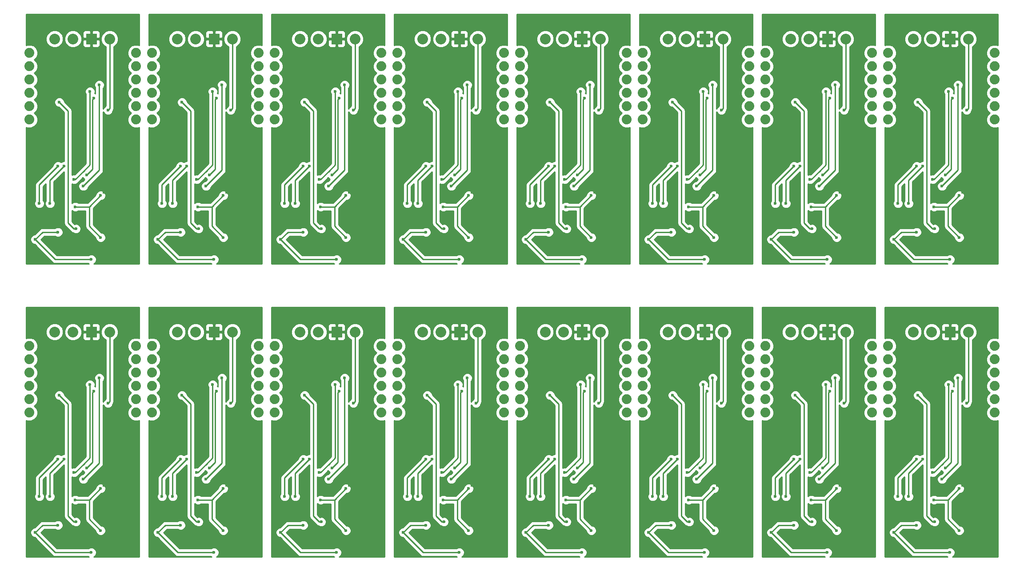
<source format=gbl>
G04 #@! TF.FileFunction,Copper,L2,Bot,Signal*
%FSLAX46Y46*%
G04 Gerber Fmt 4.6, Leading zero omitted, Abs format (unit mm)*
G04 Created by KiCad (PCBNEW 4.0.6) date 11/19/17 22:49:51*
%MOMM*%
%LPD*%
G01*
G04 APERTURE LIST*
%ADD10C,0.100000*%
%ADD11C,2.032000*%
%ADD12R,2.032000X2.032000*%
%ADD13C,1.879600*%
%ADD14C,0.600000*%
%ADD15C,0.250000*%
%ADD16C,0.254000*%
G04 APERTURE END LIST*
D10*
D11*
X226585551Y-100445689D03*
X230083131Y-100445689D03*
D12*
X233583251Y-100445689D03*
D11*
X237083371Y-100445689D03*
X203217551Y-100445689D03*
X206715131Y-100445689D03*
D12*
X210215251Y-100445689D03*
D11*
X213715371Y-100445689D03*
X179849551Y-100445689D03*
X183347131Y-100445689D03*
D12*
X186847251Y-100445689D03*
D11*
X190347371Y-100445689D03*
X156481551Y-100445689D03*
X159979131Y-100445689D03*
D12*
X163479251Y-100445689D03*
D11*
X166979371Y-100445689D03*
X133113551Y-100445689D03*
X136611131Y-100445689D03*
D12*
X140111251Y-100445689D03*
D11*
X143611371Y-100445689D03*
X109745551Y-100445689D03*
X113243131Y-100445689D03*
D12*
X116743251Y-100445689D03*
D11*
X120243371Y-100445689D03*
X86377551Y-100445689D03*
X89875131Y-100445689D03*
D12*
X93375251Y-100445689D03*
D11*
X96875371Y-100445689D03*
X63009551Y-100445689D03*
X66507131Y-100445689D03*
D12*
X70007251Y-100445689D03*
D11*
X73507371Y-100445689D03*
X226585551Y-44565689D03*
X230083131Y-44565689D03*
D12*
X233583251Y-44565689D03*
D11*
X237083371Y-44565689D03*
X203217551Y-44565689D03*
X206715131Y-44565689D03*
D12*
X210215251Y-44565689D03*
D11*
X213715371Y-44565689D03*
X179849551Y-44565689D03*
X183347131Y-44565689D03*
D12*
X186847251Y-44565689D03*
D11*
X190347371Y-44565689D03*
X156481551Y-44565689D03*
X159979131Y-44565689D03*
D12*
X163479251Y-44565689D03*
D11*
X166979371Y-44565689D03*
X133113551Y-44565689D03*
X136611131Y-44565689D03*
D12*
X140111251Y-44565689D03*
D11*
X143611371Y-44565689D03*
X109745551Y-44565689D03*
X113243131Y-44565689D03*
D12*
X116743251Y-44565689D03*
D11*
X120243371Y-44565689D03*
X86377551Y-44565689D03*
X89875131Y-44565689D03*
D12*
X93375251Y-44565689D03*
D11*
X96875371Y-44565689D03*
D13*
X221759551Y-115812689D03*
X221759551Y-113272689D03*
X221759551Y-110732689D03*
X221759551Y-108192689D03*
X221759551Y-105652689D03*
X221759551Y-103112689D03*
X198391551Y-115812689D03*
X198391551Y-113272689D03*
X198391551Y-110732689D03*
X198391551Y-108192689D03*
X198391551Y-105652689D03*
X198391551Y-103112689D03*
X175023551Y-115812689D03*
X175023551Y-113272689D03*
X175023551Y-110732689D03*
X175023551Y-108192689D03*
X175023551Y-105652689D03*
X175023551Y-103112689D03*
X151655551Y-115812689D03*
X151655551Y-113272689D03*
X151655551Y-110732689D03*
X151655551Y-108192689D03*
X151655551Y-105652689D03*
X151655551Y-103112689D03*
X128287551Y-115812689D03*
X128287551Y-113272689D03*
X128287551Y-110732689D03*
X128287551Y-108192689D03*
X128287551Y-105652689D03*
X128287551Y-103112689D03*
X104919551Y-115812689D03*
X104919551Y-113272689D03*
X104919551Y-110732689D03*
X104919551Y-108192689D03*
X104919551Y-105652689D03*
X104919551Y-103112689D03*
X81551551Y-115812689D03*
X81551551Y-113272689D03*
X81551551Y-110732689D03*
X81551551Y-108192689D03*
X81551551Y-105652689D03*
X81551551Y-103112689D03*
X58183551Y-115812689D03*
X58183551Y-113272689D03*
X58183551Y-110732689D03*
X58183551Y-108192689D03*
X58183551Y-105652689D03*
X58183551Y-103112689D03*
X221759551Y-59932689D03*
X221759551Y-57392689D03*
X221759551Y-54852689D03*
X221759551Y-52312689D03*
X221759551Y-49772689D03*
X221759551Y-47232689D03*
X198391551Y-59932689D03*
X198391551Y-57392689D03*
X198391551Y-54852689D03*
X198391551Y-52312689D03*
X198391551Y-49772689D03*
X198391551Y-47232689D03*
X175023551Y-59932689D03*
X175023551Y-57392689D03*
X175023551Y-54852689D03*
X175023551Y-52312689D03*
X175023551Y-49772689D03*
X175023551Y-47232689D03*
X151655551Y-59932689D03*
X151655551Y-57392689D03*
X151655551Y-54852689D03*
X151655551Y-52312689D03*
X151655551Y-49772689D03*
X151655551Y-47232689D03*
X128287551Y-59932689D03*
X128287551Y-57392689D03*
X128287551Y-54852689D03*
X128287551Y-52312689D03*
X128287551Y-49772689D03*
X128287551Y-47232689D03*
X104919551Y-59932689D03*
X104919551Y-57392689D03*
X104919551Y-54852689D03*
X104919551Y-52312689D03*
X104919551Y-49772689D03*
X104919551Y-47232689D03*
X81551551Y-59932689D03*
X81551551Y-57392689D03*
X81551551Y-54852689D03*
X81551551Y-52312689D03*
X81551551Y-49772689D03*
X81551551Y-47232689D03*
X242079551Y-103112689D03*
X242079551Y-105652689D03*
X242079551Y-108192689D03*
X242079551Y-110732689D03*
X242079551Y-113272689D03*
X242079551Y-115812689D03*
X218711551Y-103112689D03*
X218711551Y-105652689D03*
X218711551Y-108192689D03*
X218711551Y-110732689D03*
X218711551Y-113272689D03*
X218711551Y-115812689D03*
X195343551Y-103112689D03*
X195343551Y-105652689D03*
X195343551Y-108192689D03*
X195343551Y-110732689D03*
X195343551Y-113272689D03*
X195343551Y-115812689D03*
X171975551Y-103112689D03*
X171975551Y-105652689D03*
X171975551Y-108192689D03*
X171975551Y-110732689D03*
X171975551Y-113272689D03*
X171975551Y-115812689D03*
X148607551Y-103112689D03*
X148607551Y-105652689D03*
X148607551Y-108192689D03*
X148607551Y-110732689D03*
X148607551Y-113272689D03*
X148607551Y-115812689D03*
X125239551Y-103112689D03*
X125239551Y-105652689D03*
X125239551Y-108192689D03*
X125239551Y-110732689D03*
X125239551Y-113272689D03*
X125239551Y-115812689D03*
X101871551Y-103112689D03*
X101871551Y-105652689D03*
X101871551Y-108192689D03*
X101871551Y-110732689D03*
X101871551Y-113272689D03*
X101871551Y-115812689D03*
X78503551Y-103112689D03*
X78503551Y-105652689D03*
X78503551Y-108192689D03*
X78503551Y-110732689D03*
X78503551Y-113272689D03*
X78503551Y-115812689D03*
X242079551Y-47232689D03*
X242079551Y-49772689D03*
X242079551Y-52312689D03*
X242079551Y-54852689D03*
X242079551Y-57392689D03*
X242079551Y-59932689D03*
X218711551Y-47232689D03*
X218711551Y-49772689D03*
X218711551Y-52312689D03*
X218711551Y-54852689D03*
X218711551Y-57392689D03*
X218711551Y-59932689D03*
X195343551Y-47232689D03*
X195343551Y-49772689D03*
X195343551Y-52312689D03*
X195343551Y-54852689D03*
X195343551Y-57392689D03*
X195343551Y-59932689D03*
X171975551Y-47232689D03*
X171975551Y-49772689D03*
X171975551Y-52312689D03*
X171975551Y-54852689D03*
X171975551Y-57392689D03*
X171975551Y-59932689D03*
X148607551Y-47232689D03*
X148607551Y-49772689D03*
X148607551Y-52312689D03*
X148607551Y-54852689D03*
X148607551Y-57392689D03*
X148607551Y-59932689D03*
X125239551Y-47232689D03*
X125239551Y-49772689D03*
X125239551Y-52312689D03*
X125239551Y-54852689D03*
X125239551Y-57392689D03*
X125239551Y-59932689D03*
X101871551Y-47232689D03*
X101871551Y-49772689D03*
X101871551Y-52312689D03*
X101871551Y-54852689D03*
X101871551Y-57392689D03*
X101871551Y-59932689D03*
X78503551Y-47232689D03*
X78503551Y-49772689D03*
X78503551Y-52312689D03*
X78503551Y-54852689D03*
X78503551Y-57392689D03*
X78503551Y-59932689D03*
D11*
X63009551Y-44565689D03*
X66507131Y-44565689D03*
D12*
X70007251Y-44565689D03*
D11*
X73507371Y-44565689D03*
D13*
X58183551Y-59932689D03*
X58183551Y-57392689D03*
X58183551Y-54852689D03*
X58183551Y-52312689D03*
X58183551Y-49772689D03*
X58183551Y-47232689D03*
D14*
X239920551Y-140323689D03*
X216552551Y-140323689D03*
X193184551Y-140323689D03*
X169816551Y-140323689D03*
X146448551Y-140323689D03*
X123080551Y-140323689D03*
X99712551Y-140323689D03*
X76344551Y-140323689D03*
X239920551Y-84443689D03*
X216552551Y-84443689D03*
X193184551Y-84443689D03*
X169816551Y-84443689D03*
X146448551Y-84443689D03*
X123080551Y-84443689D03*
X99712551Y-84443689D03*
X235475551Y-132322689D03*
X212107551Y-132322689D03*
X188739551Y-132322689D03*
X165371551Y-132322689D03*
X142003551Y-132322689D03*
X118635551Y-132322689D03*
X95267551Y-132322689D03*
X71899551Y-132322689D03*
X235475551Y-76442689D03*
X212107551Y-76442689D03*
X188739551Y-76442689D03*
X165371551Y-76442689D03*
X142003551Y-76442689D03*
X118635551Y-76442689D03*
X95267551Y-76442689D03*
X222013551Y-121400689D03*
X198645551Y-121400689D03*
X175277551Y-121400689D03*
X151909551Y-121400689D03*
X128541551Y-121400689D03*
X105173551Y-121400689D03*
X81805551Y-121400689D03*
X58437551Y-121400689D03*
X222013551Y-65520689D03*
X198645551Y-65520689D03*
X175277551Y-65520689D03*
X151909551Y-65520689D03*
X128541551Y-65520689D03*
X105173551Y-65520689D03*
X81805551Y-65520689D03*
X235983551Y-129655689D03*
X212615551Y-129655689D03*
X189247551Y-129655689D03*
X165879551Y-129655689D03*
X142511551Y-129655689D03*
X119143551Y-129655689D03*
X95775551Y-129655689D03*
X72407551Y-129655689D03*
X235983551Y-73775689D03*
X212615551Y-73775689D03*
X189247551Y-73775689D03*
X165879551Y-73775689D03*
X142511551Y-73775689D03*
X119143551Y-73775689D03*
X95775551Y-73775689D03*
X76344551Y-84443689D03*
X71899551Y-76442689D03*
X58437551Y-65520689D03*
X72407551Y-73775689D03*
X230649551Y-136640689D03*
X207281551Y-136640689D03*
X183913551Y-136640689D03*
X160545551Y-136640689D03*
X137177551Y-136640689D03*
X113809551Y-136640689D03*
X90441551Y-136640689D03*
X67073551Y-136640689D03*
X230649551Y-80760689D03*
X207281551Y-80760689D03*
X183913551Y-80760689D03*
X160545551Y-80760689D03*
X137177551Y-80760689D03*
X113809551Y-80760689D03*
X90441551Y-80760689D03*
X227474551Y-112510689D03*
X204106551Y-112510689D03*
X180738551Y-112510689D03*
X157370551Y-112510689D03*
X134002551Y-112510689D03*
X110634551Y-112510689D03*
X87266551Y-112510689D03*
X63898551Y-112510689D03*
X227474551Y-56630689D03*
X204106551Y-56630689D03*
X180738551Y-56630689D03*
X157370551Y-56630689D03*
X134002551Y-56630689D03*
X110634551Y-56630689D03*
X87266551Y-56630689D03*
X63898551Y-56630689D03*
X67073551Y-80760689D03*
X233570551Y-142482689D03*
X210202551Y-142482689D03*
X186834551Y-142482689D03*
X163466551Y-142482689D03*
X140098551Y-142482689D03*
X116730551Y-142482689D03*
X93362551Y-142482689D03*
X69994551Y-142482689D03*
X233570551Y-86602689D03*
X210202551Y-86602689D03*
X186834551Y-86602689D03*
X163466551Y-86602689D03*
X140098551Y-86602689D03*
X116730551Y-86602689D03*
X93362551Y-86602689D03*
X227220551Y-137275689D03*
X203852551Y-137275689D03*
X180484551Y-137275689D03*
X157116551Y-137275689D03*
X133748551Y-137275689D03*
X110380551Y-137275689D03*
X87012551Y-137275689D03*
X63644551Y-137275689D03*
X227220551Y-81395689D03*
X203852551Y-81395689D03*
X180484551Y-81395689D03*
X157116551Y-81395689D03*
X133748551Y-81395689D03*
X110380551Y-81395689D03*
X87012551Y-81395689D03*
X222902551Y-138672689D03*
X199534551Y-138672689D03*
X176166551Y-138672689D03*
X152798551Y-138672689D03*
X129430551Y-138672689D03*
X106062551Y-138672689D03*
X82694551Y-138672689D03*
X59326551Y-138672689D03*
X222902551Y-82792689D03*
X199534551Y-82792689D03*
X176166551Y-82792689D03*
X152798551Y-82792689D03*
X129430551Y-82792689D03*
X106062551Y-82792689D03*
X82694551Y-82792689D03*
X63644551Y-81395689D03*
X69994551Y-86602689D03*
X59326551Y-82792689D03*
X235348551Y-138291689D03*
X211980551Y-138291689D03*
X188612551Y-138291689D03*
X165244551Y-138291689D03*
X141876551Y-138291689D03*
X118508551Y-138291689D03*
X95140551Y-138291689D03*
X71772551Y-138291689D03*
X235348551Y-82411689D03*
X211980551Y-82411689D03*
X188612551Y-82411689D03*
X165244551Y-82411689D03*
X141876551Y-82411689D03*
X118508551Y-82411689D03*
X95140551Y-82411689D03*
X235348551Y-130290689D03*
X211980551Y-130290689D03*
X188612551Y-130290689D03*
X165244551Y-130290689D03*
X141876551Y-130290689D03*
X118508551Y-130290689D03*
X95140551Y-130290689D03*
X71772551Y-130290689D03*
X235348551Y-74410689D03*
X211980551Y-74410689D03*
X188612551Y-74410689D03*
X165244551Y-74410689D03*
X141876551Y-74410689D03*
X118508551Y-74410689D03*
X95140551Y-74410689D03*
X230522551Y-132449689D03*
X207154551Y-132449689D03*
X183786551Y-132449689D03*
X160418551Y-132449689D03*
X137050551Y-132449689D03*
X113682551Y-132449689D03*
X90314551Y-132449689D03*
X66946551Y-132449689D03*
X230522551Y-76569689D03*
X207154551Y-76569689D03*
X183786551Y-76569689D03*
X160418551Y-76569689D03*
X137050551Y-76569689D03*
X113682551Y-76569689D03*
X90314551Y-76569689D03*
X71772551Y-82411689D03*
X66946551Y-76569689D03*
X71772551Y-74410689D03*
X227220551Y-124702689D03*
X203852551Y-124702689D03*
X180484551Y-124702689D03*
X157116551Y-124702689D03*
X133748551Y-124702689D03*
X110380551Y-124702689D03*
X87012551Y-124702689D03*
X63644551Y-124702689D03*
X227220551Y-68822689D03*
X203852551Y-68822689D03*
X180484551Y-68822689D03*
X157116551Y-68822689D03*
X133748551Y-68822689D03*
X110380551Y-68822689D03*
X87012551Y-68822689D03*
X223664551Y-131814689D03*
X200296551Y-131814689D03*
X176928551Y-131814689D03*
X153560551Y-131814689D03*
X130192551Y-131814689D03*
X106824551Y-131814689D03*
X83456551Y-131814689D03*
X60088551Y-131814689D03*
X223664551Y-75934689D03*
X200296551Y-75934689D03*
X176928551Y-75934689D03*
X153560551Y-75934689D03*
X130192551Y-75934689D03*
X106824551Y-75934689D03*
X83456551Y-75934689D03*
X63644551Y-68822689D03*
X60088551Y-75934689D03*
X228363551Y-124702689D03*
X204995551Y-124702689D03*
X181627551Y-124702689D03*
X158259551Y-124702689D03*
X134891551Y-124702689D03*
X111523551Y-124702689D03*
X88155551Y-124702689D03*
X64787551Y-124702689D03*
X228363551Y-68822689D03*
X204995551Y-68822689D03*
X181627551Y-68822689D03*
X158259551Y-68822689D03*
X134891551Y-68822689D03*
X111523551Y-68822689D03*
X88155551Y-68822689D03*
X225696551Y-131814689D03*
X202328551Y-131814689D03*
X178960551Y-131814689D03*
X155592551Y-131814689D03*
X132224551Y-131814689D03*
X108856551Y-131814689D03*
X85488551Y-131814689D03*
X62120551Y-131814689D03*
X225696551Y-75934689D03*
X202328551Y-75934689D03*
X178960551Y-75934689D03*
X155592551Y-75934689D03*
X132224551Y-75934689D03*
X108856551Y-75934689D03*
X85488551Y-75934689D03*
X64787551Y-68822689D03*
X62120551Y-75934689D03*
X233316551Y-110478689D03*
X209948551Y-110478689D03*
X186580551Y-110478689D03*
X163212551Y-110478689D03*
X139844551Y-110478689D03*
X116476551Y-110478689D03*
X93108551Y-110478689D03*
X69740551Y-110478689D03*
X233316551Y-54598689D03*
X209948551Y-54598689D03*
X186580551Y-54598689D03*
X163212551Y-54598689D03*
X139844551Y-54598689D03*
X116476551Y-54598689D03*
X93108551Y-54598689D03*
X230268551Y-127242689D03*
X206900551Y-127242689D03*
X183532551Y-127242689D03*
X160164551Y-127242689D03*
X136796551Y-127242689D03*
X113428551Y-127242689D03*
X90060551Y-127242689D03*
X66692551Y-127242689D03*
X230268551Y-71362689D03*
X206900551Y-71362689D03*
X183532551Y-71362689D03*
X160164551Y-71362689D03*
X136796551Y-71362689D03*
X113428551Y-71362689D03*
X90060551Y-71362689D03*
X66692551Y-71362689D03*
X69740551Y-54598689D03*
X234078551Y-111748689D03*
X210710551Y-111748689D03*
X187342551Y-111748689D03*
X163974551Y-111748689D03*
X140606551Y-111748689D03*
X117238551Y-111748689D03*
X93870551Y-111748689D03*
X70502551Y-111748689D03*
X234078551Y-55868689D03*
X210710551Y-55868689D03*
X187342551Y-55868689D03*
X163974551Y-55868689D03*
X140606551Y-55868689D03*
X117238551Y-55868689D03*
X93870551Y-55868689D03*
X232681551Y-126353689D03*
X209313551Y-126353689D03*
X185945551Y-126353689D03*
X162577551Y-126353689D03*
X139209551Y-126353689D03*
X115841551Y-126353689D03*
X92473551Y-126353689D03*
X69105551Y-126353689D03*
X232681551Y-70473689D03*
X209313551Y-70473689D03*
X185945551Y-70473689D03*
X162577551Y-70473689D03*
X139209551Y-70473689D03*
X115841551Y-70473689D03*
X92473551Y-70473689D03*
X69105551Y-70473689D03*
X70502551Y-55868689D03*
X235094551Y-109208689D03*
X211726551Y-109208689D03*
X188358551Y-109208689D03*
X164990551Y-109208689D03*
X141622551Y-109208689D03*
X118254551Y-109208689D03*
X94886551Y-109208689D03*
X71518551Y-109208689D03*
X235094551Y-53328689D03*
X211726551Y-53328689D03*
X188358551Y-53328689D03*
X164990551Y-53328689D03*
X141622551Y-53328689D03*
X118254551Y-53328689D03*
X94886551Y-53328689D03*
X232046551Y-128512689D03*
X208678551Y-128512689D03*
X185310551Y-128512689D03*
X161942551Y-128512689D03*
X138574551Y-128512689D03*
X115206551Y-128512689D03*
X91838551Y-128512689D03*
X68470551Y-128512689D03*
X232046551Y-72632689D03*
X208678551Y-72632689D03*
X185310551Y-72632689D03*
X161942551Y-72632689D03*
X138574551Y-72632689D03*
X115206551Y-72632689D03*
X91838551Y-72632689D03*
X68470551Y-72632689D03*
X71518551Y-53328689D03*
X236745551Y-114034689D03*
X213377551Y-114034689D03*
X190009551Y-114034689D03*
X166641551Y-114034689D03*
X143273551Y-114034689D03*
X119905551Y-114034689D03*
X96537551Y-114034689D03*
X73169551Y-114034689D03*
X236745551Y-58154689D03*
X213377551Y-58154689D03*
X190009551Y-58154689D03*
X166641551Y-58154689D03*
X143273551Y-58154689D03*
X119905551Y-58154689D03*
X96537551Y-58154689D03*
X73169551Y-58154689D03*
D15*
X235983551Y-129655689D02*
X236283550Y-129355690D01*
X212615551Y-129655689D02*
X212915550Y-129355690D01*
X189247551Y-129655689D02*
X189547550Y-129355690D01*
X165879551Y-129655689D02*
X166179550Y-129355690D01*
X142511551Y-129655689D02*
X142811550Y-129355690D01*
X119143551Y-129655689D02*
X119443550Y-129355690D01*
X95775551Y-129655689D02*
X96075550Y-129355690D01*
X72407551Y-129655689D02*
X72707550Y-129355690D01*
X235983551Y-73775689D02*
X236283550Y-73475690D01*
X212615551Y-73775689D02*
X212915550Y-73475690D01*
X189247551Y-73775689D02*
X189547550Y-73475690D01*
X165879551Y-73775689D02*
X166179550Y-73475690D01*
X142511551Y-73775689D02*
X142811550Y-73475690D01*
X119143551Y-73775689D02*
X119443550Y-73475690D01*
X95775551Y-73775689D02*
X96075550Y-73475690D01*
X235775550Y-132022690D02*
X235902550Y-132022690D01*
X212407550Y-132022690D02*
X212534550Y-132022690D01*
X189039550Y-132022690D02*
X189166550Y-132022690D01*
X165671550Y-132022690D02*
X165798550Y-132022690D01*
X142303550Y-132022690D02*
X142430550Y-132022690D01*
X118935550Y-132022690D02*
X119062550Y-132022690D01*
X95567550Y-132022690D02*
X95694550Y-132022690D01*
X72199550Y-132022690D02*
X72326550Y-132022690D01*
X235775550Y-76142690D02*
X235902550Y-76142690D01*
X212407550Y-76142690D02*
X212534550Y-76142690D01*
X189039550Y-76142690D02*
X189166550Y-76142690D01*
X165671550Y-76142690D02*
X165798550Y-76142690D01*
X142303550Y-76142690D02*
X142430550Y-76142690D01*
X118935550Y-76142690D02*
X119062550Y-76142690D01*
X95567550Y-76142690D02*
X95694550Y-76142690D01*
X235475551Y-132322689D02*
X235775550Y-132022690D01*
X212107551Y-132322689D02*
X212407550Y-132022690D01*
X188739551Y-132322689D02*
X189039550Y-132022690D01*
X165371551Y-132322689D02*
X165671550Y-132022690D01*
X142003551Y-132322689D02*
X142303550Y-132022690D01*
X118635551Y-132322689D02*
X118935550Y-132022690D01*
X95267551Y-132322689D02*
X95567550Y-132022690D01*
X71899551Y-132322689D02*
X72199550Y-132022690D01*
X235475551Y-76442689D02*
X235775550Y-76142690D01*
X212107551Y-76442689D02*
X212407550Y-76142690D01*
X188739551Y-76442689D02*
X189039550Y-76142690D01*
X165371551Y-76442689D02*
X165671550Y-76142690D01*
X142003551Y-76442689D02*
X142303550Y-76142690D01*
X118635551Y-76442689D02*
X118935550Y-76142690D01*
X95267551Y-76442689D02*
X95567550Y-76142690D01*
X236745551Y-131179689D02*
X236745551Y-130417689D01*
X213377551Y-131179689D02*
X213377551Y-130417689D01*
X190009551Y-131179689D02*
X190009551Y-130417689D01*
X166641551Y-131179689D02*
X166641551Y-130417689D01*
X143273551Y-131179689D02*
X143273551Y-130417689D01*
X119905551Y-131179689D02*
X119905551Y-130417689D01*
X96537551Y-131179689D02*
X96537551Y-130417689D01*
X73169551Y-131179689D02*
X73169551Y-130417689D01*
X236745551Y-75299689D02*
X236745551Y-74537689D01*
X213377551Y-75299689D02*
X213377551Y-74537689D01*
X190009551Y-75299689D02*
X190009551Y-74537689D01*
X166641551Y-75299689D02*
X166641551Y-74537689D01*
X143273551Y-75299689D02*
X143273551Y-74537689D01*
X119905551Y-75299689D02*
X119905551Y-74537689D01*
X96537551Y-75299689D02*
X96537551Y-74537689D01*
X235902550Y-132022690D02*
X236745551Y-131179689D01*
X212534550Y-132022690D02*
X213377551Y-131179689D01*
X189166550Y-132022690D02*
X190009551Y-131179689D01*
X165798550Y-132022690D02*
X166641551Y-131179689D01*
X142430550Y-132022690D02*
X143273551Y-131179689D01*
X119062550Y-132022690D02*
X119905551Y-131179689D01*
X95694550Y-132022690D02*
X96537551Y-131179689D01*
X72326550Y-132022690D02*
X73169551Y-131179689D01*
X235902550Y-76142690D02*
X236745551Y-75299689D01*
X212534550Y-76142690D02*
X213377551Y-75299689D01*
X189166550Y-76142690D02*
X190009551Y-75299689D01*
X165798550Y-76142690D02*
X166641551Y-75299689D01*
X142430550Y-76142690D02*
X143273551Y-75299689D01*
X119062550Y-76142690D02*
X119905551Y-75299689D01*
X95694550Y-76142690D02*
X96537551Y-75299689D01*
X236745551Y-130417689D02*
X235983551Y-129655689D01*
X213377551Y-130417689D02*
X212615551Y-129655689D01*
X190009551Y-130417689D02*
X189247551Y-129655689D01*
X166641551Y-130417689D02*
X165879551Y-129655689D01*
X143273551Y-130417689D02*
X142511551Y-129655689D01*
X119905551Y-130417689D02*
X119143551Y-129655689D01*
X96537551Y-130417689D02*
X95775551Y-129655689D01*
X73169551Y-130417689D02*
X72407551Y-129655689D01*
X236745551Y-74537689D02*
X235983551Y-73775689D01*
X213377551Y-74537689D02*
X212615551Y-73775689D01*
X190009551Y-74537689D02*
X189247551Y-73775689D01*
X166641551Y-74537689D02*
X165879551Y-73775689D01*
X143273551Y-74537689D02*
X142511551Y-73775689D01*
X119905551Y-74537689D02*
X119143551Y-73775689D01*
X96537551Y-74537689D02*
X95775551Y-73775689D01*
X73169551Y-75299689D02*
X73169551Y-74537689D01*
X73169551Y-74537689D02*
X72407551Y-73775689D01*
X72326550Y-76142690D02*
X73169551Y-75299689D01*
X71899551Y-76442689D02*
X72199550Y-76142690D01*
X72199550Y-76142690D02*
X72326550Y-76142690D01*
X72407551Y-73775689D02*
X72707550Y-73475690D01*
X229125551Y-135540953D02*
X229125551Y-114161689D01*
X205757551Y-135540953D02*
X205757551Y-114161689D01*
X182389551Y-135540953D02*
X182389551Y-114161689D01*
X159021551Y-135540953D02*
X159021551Y-114161689D01*
X135653551Y-135540953D02*
X135653551Y-114161689D01*
X112285551Y-135540953D02*
X112285551Y-114161689D01*
X88917551Y-135540953D02*
X88917551Y-114161689D01*
X65549551Y-135540953D02*
X65549551Y-114161689D01*
X229125551Y-79660953D02*
X229125551Y-58281689D01*
X205757551Y-79660953D02*
X205757551Y-58281689D01*
X182389551Y-79660953D02*
X182389551Y-58281689D01*
X159021551Y-79660953D02*
X159021551Y-58281689D01*
X135653551Y-79660953D02*
X135653551Y-58281689D01*
X112285551Y-79660953D02*
X112285551Y-58281689D01*
X88917551Y-79660953D02*
X88917551Y-58281689D01*
X230649551Y-136640689D02*
X230225287Y-136640689D01*
X207281551Y-136640689D02*
X206857287Y-136640689D01*
X183913551Y-136640689D02*
X183489287Y-136640689D01*
X160545551Y-136640689D02*
X160121287Y-136640689D01*
X137177551Y-136640689D02*
X136753287Y-136640689D01*
X113809551Y-136640689D02*
X113385287Y-136640689D01*
X90441551Y-136640689D02*
X90017287Y-136640689D01*
X67073551Y-136640689D02*
X66649287Y-136640689D01*
X230649551Y-80760689D02*
X230225287Y-80760689D01*
X207281551Y-80760689D02*
X206857287Y-80760689D01*
X183913551Y-80760689D02*
X183489287Y-80760689D01*
X160545551Y-80760689D02*
X160121287Y-80760689D01*
X137177551Y-80760689D02*
X136753287Y-80760689D01*
X113809551Y-80760689D02*
X113385287Y-80760689D01*
X90441551Y-80760689D02*
X90017287Y-80760689D01*
X229125551Y-114161689D02*
X227474551Y-112510689D01*
X205757551Y-114161689D02*
X204106551Y-112510689D01*
X182389551Y-114161689D02*
X180738551Y-112510689D01*
X159021551Y-114161689D02*
X157370551Y-112510689D01*
X135653551Y-114161689D02*
X134002551Y-112510689D01*
X112285551Y-114161689D02*
X110634551Y-112510689D01*
X88917551Y-114161689D02*
X87266551Y-112510689D01*
X65549551Y-114161689D02*
X63898551Y-112510689D01*
X229125551Y-58281689D02*
X227474551Y-56630689D01*
X205757551Y-58281689D02*
X204106551Y-56630689D01*
X182389551Y-58281689D02*
X180738551Y-56630689D01*
X159021551Y-58281689D02*
X157370551Y-56630689D01*
X135653551Y-58281689D02*
X134002551Y-56630689D01*
X112285551Y-58281689D02*
X110634551Y-56630689D01*
X88917551Y-58281689D02*
X87266551Y-56630689D01*
X230225287Y-136640689D02*
X229125551Y-135540953D01*
X206857287Y-136640689D02*
X205757551Y-135540953D01*
X183489287Y-136640689D02*
X182389551Y-135540953D01*
X160121287Y-136640689D02*
X159021551Y-135540953D01*
X136753287Y-136640689D02*
X135653551Y-135540953D01*
X113385287Y-136640689D02*
X112285551Y-135540953D01*
X90017287Y-136640689D02*
X88917551Y-135540953D01*
X66649287Y-136640689D02*
X65549551Y-135540953D01*
X230225287Y-80760689D02*
X229125551Y-79660953D01*
X206857287Y-80760689D02*
X205757551Y-79660953D01*
X183489287Y-80760689D02*
X182389551Y-79660953D01*
X160121287Y-80760689D02*
X159021551Y-79660953D01*
X136753287Y-80760689D02*
X135653551Y-79660953D01*
X113385287Y-80760689D02*
X112285551Y-79660953D01*
X90017287Y-80760689D02*
X88917551Y-79660953D01*
X65549551Y-79660953D02*
X65549551Y-58281689D01*
X65549551Y-58281689D02*
X63898551Y-56630689D01*
X67073551Y-80760689D02*
X66649287Y-80760689D01*
X66649287Y-80760689D02*
X65549551Y-79660953D01*
X227220551Y-137275689D02*
X224299551Y-137275689D01*
X203852551Y-137275689D02*
X200931551Y-137275689D01*
X180484551Y-137275689D02*
X177563551Y-137275689D01*
X157116551Y-137275689D02*
X154195551Y-137275689D01*
X133748551Y-137275689D02*
X130827551Y-137275689D01*
X110380551Y-137275689D02*
X107459551Y-137275689D01*
X87012551Y-137275689D02*
X84091551Y-137275689D01*
X63644551Y-137275689D02*
X60723551Y-137275689D01*
X227220551Y-81395689D02*
X224299551Y-81395689D01*
X203852551Y-81395689D02*
X200931551Y-81395689D01*
X180484551Y-81395689D02*
X177563551Y-81395689D01*
X157116551Y-81395689D02*
X154195551Y-81395689D01*
X133748551Y-81395689D02*
X130827551Y-81395689D01*
X110380551Y-81395689D02*
X107459551Y-81395689D01*
X87012551Y-81395689D02*
X84091551Y-81395689D01*
X224299551Y-137275689D02*
X222902551Y-138672689D01*
X200931551Y-137275689D02*
X199534551Y-138672689D01*
X177563551Y-137275689D02*
X176166551Y-138672689D01*
X154195551Y-137275689D02*
X152798551Y-138672689D01*
X130827551Y-137275689D02*
X129430551Y-138672689D01*
X107459551Y-137275689D02*
X106062551Y-138672689D01*
X84091551Y-137275689D02*
X82694551Y-138672689D01*
X60723551Y-137275689D02*
X59326551Y-138672689D01*
X224299551Y-81395689D02*
X222902551Y-82792689D01*
X200931551Y-81395689D02*
X199534551Y-82792689D01*
X177563551Y-81395689D02*
X176166551Y-82792689D01*
X154195551Y-81395689D02*
X152798551Y-82792689D01*
X130827551Y-81395689D02*
X129430551Y-82792689D01*
X107459551Y-81395689D02*
X106062551Y-82792689D01*
X84091551Y-81395689D02*
X82694551Y-82792689D01*
X233570551Y-142482689D02*
X226712551Y-142482689D01*
X210202551Y-142482689D02*
X203344551Y-142482689D01*
X186834551Y-142482689D02*
X179976551Y-142482689D01*
X163466551Y-142482689D02*
X156608551Y-142482689D01*
X140098551Y-142482689D02*
X133240551Y-142482689D01*
X116730551Y-142482689D02*
X109872551Y-142482689D01*
X93362551Y-142482689D02*
X86504551Y-142482689D01*
X69994551Y-142482689D02*
X63136551Y-142482689D01*
X233570551Y-86602689D02*
X226712551Y-86602689D01*
X210202551Y-86602689D02*
X203344551Y-86602689D01*
X186834551Y-86602689D02*
X179976551Y-86602689D01*
X163466551Y-86602689D02*
X156608551Y-86602689D01*
X140098551Y-86602689D02*
X133240551Y-86602689D01*
X116730551Y-86602689D02*
X109872551Y-86602689D01*
X93362551Y-86602689D02*
X86504551Y-86602689D01*
X226712551Y-142482689D02*
X222902551Y-138672689D01*
X203344551Y-142482689D02*
X199534551Y-138672689D01*
X179976551Y-142482689D02*
X176166551Y-138672689D01*
X156608551Y-142482689D02*
X152798551Y-138672689D01*
X133240551Y-142482689D02*
X129430551Y-138672689D01*
X109872551Y-142482689D02*
X106062551Y-138672689D01*
X86504551Y-142482689D02*
X82694551Y-138672689D01*
X63136551Y-142482689D02*
X59326551Y-138672689D01*
X226712551Y-86602689D02*
X222902551Y-82792689D01*
X203344551Y-86602689D02*
X199534551Y-82792689D01*
X179976551Y-86602689D02*
X176166551Y-82792689D01*
X156608551Y-86602689D02*
X152798551Y-82792689D01*
X133240551Y-86602689D02*
X129430551Y-82792689D01*
X109872551Y-86602689D02*
X106062551Y-82792689D01*
X86504551Y-86602689D02*
X82694551Y-82792689D01*
X63644551Y-81395689D02*
X60723551Y-81395689D01*
X60723551Y-81395689D02*
X59326551Y-82792689D01*
X69994551Y-86602689D02*
X63136551Y-86602689D01*
X63136551Y-86602689D02*
X59326551Y-82792689D01*
X233189551Y-132449689D02*
X230522551Y-132449689D01*
X209821551Y-132449689D02*
X207154551Y-132449689D01*
X186453551Y-132449689D02*
X183786551Y-132449689D01*
X163085551Y-132449689D02*
X160418551Y-132449689D01*
X139717551Y-132449689D02*
X137050551Y-132449689D01*
X116349551Y-132449689D02*
X113682551Y-132449689D01*
X92981551Y-132449689D02*
X90314551Y-132449689D01*
X69613551Y-132449689D02*
X66946551Y-132449689D01*
X233189551Y-76569689D02*
X230522551Y-76569689D01*
X209821551Y-76569689D02*
X207154551Y-76569689D01*
X186453551Y-76569689D02*
X183786551Y-76569689D01*
X163085551Y-76569689D02*
X160418551Y-76569689D01*
X139717551Y-76569689D02*
X137050551Y-76569689D01*
X116349551Y-76569689D02*
X113682551Y-76569689D01*
X92981551Y-76569689D02*
X90314551Y-76569689D01*
X235348551Y-130290689D02*
X233189551Y-132449689D01*
X211980551Y-130290689D02*
X209821551Y-132449689D01*
X188612551Y-130290689D02*
X186453551Y-132449689D01*
X165244551Y-130290689D02*
X163085551Y-132449689D01*
X141876551Y-130290689D02*
X139717551Y-132449689D01*
X118508551Y-130290689D02*
X116349551Y-132449689D01*
X95140551Y-130290689D02*
X92981551Y-132449689D01*
X71772551Y-130290689D02*
X69613551Y-132449689D01*
X235348551Y-74410689D02*
X233189551Y-76569689D01*
X211980551Y-74410689D02*
X209821551Y-76569689D01*
X188612551Y-74410689D02*
X186453551Y-76569689D01*
X165244551Y-74410689D02*
X163085551Y-76569689D01*
X141876551Y-74410689D02*
X139717551Y-76569689D01*
X118508551Y-74410689D02*
X116349551Y-76569689D01*
X95140551Y-74410689D02*
X92981551Y-76569689D01*
X235348551Y-138291689D02*
X233189551Y-136132689D01*
X211980551Y-138291689D02*
X209821551Y-136132689D01*
X188612551Y-138291689D02*
X186453551Y-136132689D01*
X165244551Y-138291689D02*
X163085551Y-136132689D01*
X141876551Y-138291689D02*
X139717551Y-136132689D01*
X118508551Y-138291689D02*
X116349551Y-136132689D01*
X95140551Y-138291689D02*
X92981551Y-136132689D01*
X71772551Y-138291689D02*
X69613551Y-136132689D01*
X235348551Y-82411689D02*
X233189551Y-80252689D01*
X211980551Y-82411689D02*
X209821551Y-80252689D01*
X188612551Y-82411689D02*
X186453551Y-80252689D01*
X165244551Y-82411689D02*
X163085551Y-80252689D01*
X141876551Y-82411689D02*
X139717551Y-80252689D01*
X118508551Y-82411689D02*
X116349551Y-80252689D01*
X95140551Y-82411689D02*
X92981551Y-80252689D01*
X233189551Y-136132689D02*
X233189551Y-132449689D01*
X209821551Y-136132689D02*
X209821551Y-132449689D01*
X186453551Y-136132689D02*
X186453551Y-132449689D01*
X163085551Y-136132689D02*
X163085551Y-132449689D01*
X139717551Y-136132689D02*
X139717551Y-132449689D01*
X116349551Y-136132689D02*
X116349551Y-132449689D01*
X92981551Y-136132689D02*
X92981551Y-132449689D01*
X69613551Y-136132689D02*
X69613551Y-132449689D01*
X233189551Y-80252689D02*
X233189551Y-76569689D01*
X209821551Y-80252689D02*
X209821551Y-76569689D01*
X186453551Y-80252689D02*
X186453551Y-76569689D01*
X163085551Y-80252689D02*
X163085551Y-76569689D01*
X139717551Y-80252689D02*
X139717551Y-76569689D01*
X116349551Y-80252689D02*
X116349551Y-76569689D01*
X92981551Y-80252689D02*
X92981551Y-76569689D01*
X71772551Y-82411689D02*
X69613551Y-80252689D01*
X69613551Y-80252689D02*
X69613551Y-76569689D01*
X71772551Y-74410689D02*
X69613551Y-76569689D01*
X69613551Y-76569689D02*
X66946551Y-76569689D01*
X223664551Y-128258689D02*
X227220551Y-124702689D01*
X200296551Y-128258689D02*
X203852551Y-124702689D01*
X176928551Y-128258689D02*
X180484551Y-124702689D01*
X153560551Y-128258689D02*
X157116551Y-124702689D01*
X130192551Y-128258689D02*
X133748551Y-124702689D01*
X106824551Y-128258689D02*
X110380551Y-124702689D01*
X83456551Y-128258689D02*
X87012551Y-124702689D01*
X60088551Y-128258689D02*
X63644551Y-124702689D01*
X223664551Y-72378689D02*
X227220551Y-68822689D01*
X200296551Y-72378689D02*
X203852551Y-68822689D01*
X176928551Y-72378689D02*
X180484551Y-68822689D01*
X153560551Y-72378689D02*
X157116551Y-68822689D01*
X130192551Y-72378689D02*
X133748551Y-68822689D01*
X106824551Y-72378689D02*
X110380551Y-68822689D01*
X83456551Y-72378689D02*
X87012551Y-68822689D01*
X223664551Y-131814689D02*
X223664551Y-128258689D01*
X200296551Y-131814689D02*
X200296551Y-128258689D01*
X176928551Y-131814689D02*
X176928551Y-128258689D01*
X153560551Y-131814689D02*
X153560551Y-128258689D01*
X130192551Y-131814689D02*
X130192551Y-128258689D01*
X106824551Y-131814689D02*
X106824551Y-128258689D01*
X83456551Y-131814689D02*
X83456551Y-128258689D01*
X60088551Y-131814689D02*
X60088551Y-128258689D01*
X223664551Y-75934689D02*
X223664551Y-72378689D01*
X200296551Y-75934689D02*
X200296551Y-72378689D01*
X176928551Y-75934689D02*
X176928551Y-72378689D01*
X153560551Y-75934689D02*
X153560551Y-72378689D01*
X130192551Y-75934689D02*
X130192551Y-72378689D01*
X106824551Y-75934689D02*
X106824551Y-72378689D01*
X83456551Y-75934689D02*
X83456551Y-72378689D01*
X60088551Y-75934689D02*
X60088551Y-72378689D01*
X60088551Y-72378689D02*
X63644551Y-68822689D01*
X225696551Y-127369689D02*
X228363551Y-124702689D01*
X202328551Y-127369689D02*
X204995551Y-124702689D01*
X178960551Y-127369689D02*
X181627551Y-124702689D01*
X155592551Y-127369689D02*
X158259551Y-124702689D01*
X132224551Y-127369689D02*
X134891551Y-124702689D01*
X108856551Y-127369689D02*
X111523551Y-124702689D01*
X85488551Y-127369689D02*
X88155551Y-124702689D01*
X62120551Y-127369689D02*
X64787551Y-124702689D01*
X225696551Y-71489689D02*
X228363551Y-68822689D01*
X202328551Y-71489689D02*
X204995551Y-68822689D01*
X178960551Y-71489689D02*
X181627551Y-68822689D01*
X155592551Y-71489689D02*
X158259551Y-68822689D01*
X132224551Y-71489689D02*
X134891551Y-68822689D01*
X108856551Y-71489689D02*
X111523551Y-68822689D01*
X85488551Y-71489689D02*
X88155551Y-68822689D01*
X225696551Y-131814689D02*
X225696551Y-127369689D01*
X202328551Y-131814689D02*
X202328551Y-127369689D01*
X178960551Y-131814689D02*
X178960551Y-127369689D01*
X155592551Y-131814689D02*
X155592551Y-127369689D01*
X132224551Y-131814689D02*
X132224551Y-127369689D01*
X108856551Y-131814689D02*
X108856551Y-127369689D01*
X85488551Y-131814689D02*
X85488551Y-127369689D01*
X62120551Y-131814689D02*
X62120551Y-127369689D01*
X225696551Y-75934689D02*
X225696551Y-71489689D01*
X202328551Y-75934689D02*
X202328551Y-71489689D01*
X178960551Y-75934689D02*
X178960551Y-71489689D01*
X155592551Y-75934689D02*
X155592551Y-71489689D01*
X132224551Y-75934689D02*
X132224551Y-71489689D01*
X108856551Y-75934689D02*
X108856551Y-71489689D01*
X85488551Y-75934689D02*
X85488551Y-71489689D01*
X62120551Y-75934689D02*
X62120551Y-71489689D01*
X62120551Y-71489689D02*
X64787551Y-68822689D01*
X233316551Y-124448689D02*
X232173551Y-125591689D01*
X209948551Y-124448689D02*
X208805551Y-125591689D01*
X186580551Y-124448689D02*
X185437551Y-125591689D01*
X163212551Y-124448689D02*
X162069551Y-125591689D01*
X139844551Y-124448689D02*
X138701551Y-125591689D01*
X116476551Y-124448689D02*
X115333551Y-125591689D01*
X93108551Y-124448689D02*
X91965551Y-125591689D01*
X69740551Y-124448689D02*
X68597551Y-125591689D01*
X233316551Y-68568689D02*
X232173551Y-69711689D01*
X209948551Y-68568689D02*
X208805551Y-69711689D01*
X186580551Y-68568689D02*
X185437551Y-69711689D01*
X163212551Y-68568689D02*
X162069551Y-69711689D01*
X139844551Y-68568689D02*
X138701551Y-69711689D01*
X116476551Y-68568689D02*
X115333551Y-69711689D01*
X93108551Y-68568689D02*
X91965551Y-69711689D01*
X230522551Y-127242689D02*
X230268551Y-127242689D01*
X207154551Y-127242689D02*
X206900551Y-127242689D01*
X183786551Y-127242689D02*
X183532551Y-127242689D01*
X160418551Y-127242689D02*
X160164551Y-127242689D01*
X137050551Y-127242689D02*
X136796551Y-127242689D01*
X113682551Y-127242689D02*
X113428551Y-127242689D01*
X90314551Y-127242689D02*
X90060551Y-127242689D01*
X66946551Y-127242689D02*
X66692551Y-127242689D01*
X230522551Y-71362689D02*
X230268551Y-71362689D01*
X207154551Y-71362689D02*
X206900551Y-71362689D01*
X183786551Y-71362689D02*
X183532551Y-71362689D01*
X160418551Y-71362689D02*
X160164551Y-71362689D01*
X137050551Y-71362689D02*
X136796551Y-71362689D01*
X113682551Y-71362689D02*
X113428551Y-71362689D01*
X90314551Y-71362689D02*
X90060551Y-71362689D01*
X232173551Y-125591689D02*
X230522551Y-127242689D01*
X208805551Y-125591689D02*
X207154551Y-127242689D01*
X185437551Y-125591689D02*
X183786551Y-127242689D01*
X162069551Y-125591689D02*
X160418551Y-127242689D01*
X138701551Y-125591689D02*
X137050551Y-127242689D01*
X115333551Y-125591689D02*
X113682551Y-127242689D01*
X91965551Y-125591689D02*
X90314551Y-127242689D01*
X68597551Y-125591689D02*
X66946551Y-127242689D01*
X232173551Y-69711689D02*
X230522551Y-71362689D01*
X208805551Y-69711689D02*
X207154551Y-71362689D01*
X185437551Y-69711689D02*
X183786551Y-71362689D01*
X162069551Y-69711689D02*
X160418551Y-71362689D01*
X138701551Y-69711689D02*
X137050551Y-71362689D01*
X115333551Y-69711689D02*
X113682551Y-71362689D01*
X91965551Y-69711689D02*
X90314551Y-71362689D01*
X233316551Y-110478689D02*
X233316551Y-124448689D01*
X209948551Y-110478689D02*
X209948551Y-124448689D01*
X186580551Y-110478689D02*
X186580551Y-124448689D01*
X163212551Y-110478689D02*
X163212551Y-124448689D01*
X139844551Y-110478689D02*
X139844551Y-124448689D01*
X116476551Y-110478689D02*
X116476551Y-124448689D01*
X93108551Y-110478689D02*
X93108551Y-124448689D01*
X69740551Y-110478689D02*
X69740551Y-124448689D01*
X233316551Y-54598689D02*
X233316551Y-68568689D01*
X209948551Y-54598689D02*
X209948551Y-68568689D01*
X186580551Y-54598689D02*
X186580551Y-68568689D01*
X163212551Y-54598689D02*
X163212551Y-68568689D01*
X139844551Y-54598689D02*
X139844551Y-68568689D01*
X116476551Y-54598689D02*
X116476551Y-68568689D01*
X93108551Y-54598689D02*
X93108551Y-68568689D01*
X68597551Y-69711689D02*
X66946551Y-71362689D01*
X66946551Y-71362689D02*
X66692551Y-71362689D01*
X69740551Y-68568689D02*
X68597551Y-69711689D01*
X69740551Y-54598689D02*
X69740551Y-68568689D01*
X233778552Y-124875688D02*
X233778552Y-125256688D01*
X210410552Y-124875688D02*
X210410552Y-125256688D01*
X187042552Y-124875688D02*
X187042552Y-125256688D01*
X163674552Y-124875688D02*
X163674552Y-125256688D01*
X140306552Y-124875688D02*
X140306552Y-125256688D01*
X116938552Y-124875688D02*
X116938552Y-125256688D01*
X93570552Y-124875688D02*
X93570552Y-125256688D01*
X70202552Y-124875688D02*
X70202552Y-125256688D01*
X233778552Y-68995688D02*
X233778552Y-69376688D01*
X210410552Y-68995688D02*
X210410552Y-69376688D01*
X187042552Y-68995688D02*
X187042552Y-69376688D01*
X163674552Y-68995688D02*
X163674552Y-69376688D01*
X140306552Y-68995688D02*
X140306552Y-69376688D01*
X116938552Y-68995688D02*
X116938552Y-69376688D01*
X93570552Y-68995688D02*
X93570552Y-69376688D01*
X233778552Y-125256688D02*
X232681551Y-126353689D01*
X210410552Y-125256688D02*
X209313551Y-126353689D01*
X187042552Y-125256688D02*
X185945551Y-126353689D01*
X163674552Y-125256688D02*
X162577551Y-126353689D01*
X140306552Y-125256688D02*
X139209551Y-126353689D01*
X116938552Y-125256688D02*
X115841551Y-126353689D01*
X93570552Y-125256688D02*
X92473551Y-126353689D01*
X70202552Y-125256688D02*
X69105551Y-126353689D01*
X233778552Y-69376688D02*
X232681551Y-70473689D01*
X210410552Y-69376688D02*
X209313551Y-70473689D01*
X187042552Y-69376688D02*
X185945551Y-70473689D01*
X163674552Y-69376688D02*
X162577551Y-70473689D01*
X140306552Y-69376688D02*
X139209551Y-70473689D01*
X116938552Y-69376688D02*
X115841551Y-70473689D01*
X93570552Y-69376688D02*
X92473551Y-70473689D01*
X233778552Y-112048688D02*
X233778552Y-124875688D01*
X210410552Y-112048688D02*
X210410552Y-124875688D01*
X187042552Y-112048688D02*
X187042552Y-124875688D01*
X163674552Y-112048688D02*
X163674552Y-124875688D01*
X140306552Y-112048688D02*
X140306552Y-124875688D01*
X116938552Y-112048688D02*
X116938552Y-124875688D01*
X93570552Y-112048688D02*
X93570552Y-124875688D01*
X70202552Y-112048688D02*
X70202552Y-124875688D01*
X233778552Y-56168688D02*
X233778552Y-68995688D01*
X210410552Y-56168688D02*
X210410552Y-68995688D01*
X187042552Y-56168688D02*
X187042552Y-68995688D01*
X163674552Y-56168688D02*
X163674552Y-68995688D01*
X140306552Y-56168688D02*
X140306552Y-68995688D01*
X116938552Y-56168688D02*
X116938552Y-68995688D01*
X93570552Y-56168688D02*
X93570552Y-68995688D01*
X234078551Y-111748689D02*
X233778552Y-112048688D01*
X210710551Y-111748689D02*
X210410552Y-112048688D01*
X187342551Y-111748689D02*
X187042552Y-112048688D01*
X163974551Y-111748689D02*
X163674552Y-112048688D01*
X140606551Y-111748689D02*
X140306552Y-112048688D01*
X117238551Y-111748689D02*
X116938552Y-112048688D01*
X93870551Y-111748689D02*
X93570552Y-112048688D01*
X70502551Y-111748689D02*
X70202552Y-112048688D01*
X234078551Y-55868689D02*
X233778552Y-56168688D01*
X210710551Y-55868689D02*
X210410552Y-56168688D01*
X187342551Y-55868689D02*
X187042552Y-56168688D01*
X163974551Y-55868689D02*
X163674552Y-56168688D01*
X140606551Y-55868689D02*
X140306552Y-56168688D01*
X117238551Y-55868689D02*
X116938552Y-56168688D01*
X93870551Y-55868689D02*
X93570552Y-56168688D01*
X70202552Y-68995688D02*
X70202552Y-69376688D01*
X70202552Y-69376688D02*
X69105551Y-70473689D01*
X70502551Y-55868689D02*
X70202552Y-56168688D01*
X70202552Y-56168688D02*
X70202552Y-68995688D01*
X235094551Y-109208689D02*
X235094551Y-125464689D01*
X211726551Y-109208689D02*
X211726551Y-125464689D01*
X188358551Y-109208689D02*
X188358551Y-125464689D01*
X164990551Y-109208689D02*
X164990551Y-125464689D01*
X141622551Y-109208689D02*
X141622551Y-125464689D01*
X118254551Y-109208689D02*
X118254551Y-125464689D01*
X94886551Y-109208689D02*
X94886551Y-125464689D01*
X71518551Y-109208689D02*
X71518551Y-125464689D01*
X235094551Y-53328689D02*
X235094551Y-69584689D01*
X211726551Y-53328689D02*
X211726551Y-69584689D01*
X188358551Y-53328689D02*
X188358551Y-69584689D01*
X164990551Y-53328689D02*
X164990551Y-69584689D01*
X141622551Y-53328689D02*
X141622551Y-69584689D01*
X118254551Y-53328689D02*
X118254551Y-69584689D01*
X94886551Y-53328689D02*
X94886551Y-69584689D01*
X235094551Y-125464689D02*
X232046551Y-128512689D01*
X211726551Y-125464689D02*
X208678551Y-128512689D01*
X188358551Y-125464689D02*
X185310551Y-128512689D01*
X164990551Y-125464689D02*
X161942551Y-128512689D01*
X141622551Y-125464689D02*
X138574551Y-128512689D01*
X118254551Y-125464689D02*
X115206551Y-128512689D01*
X94886551Y-125464689D02*
X91838551Y-128512689D01*
X71518551Y-125464689D02*
X68470551Y-128512689D01*
X235094551Y-69584689D02*
X232046551Y-72632689D01*
X211726551Y-69584689D02*
X208678551Y-72632689D01*
X188358551Y-69584689D02*
X185310551Y-72632689D01*
X164990551Y-69584689D02*
X161942551Y-72632689D01*
X141622551Y-69584689D02*
X138574551Y-72632689D01*
X118254551Y-69584689D02*
X115206551Y-72632689D01*
X94886551Y-69584689D02*
X91838551Y-72632689D01*
X71518551Y-69584689D02*
X68470551Y-72632689D01*
X71518551Y-53328689D02*
X71518551Y-69584689D01*
X236745551Y-114034689D02*
X237083371Y-113696869D01*
X213377551Y-114034689D02*
X213715371Y-113696869D01*
X190009551Y-114034689D02*
X190347371Y-113696869D01*
X166641551Y-114034689D02*
X166979371Y-113696869D01*
X143273551Y-114034689D02*
X143611371Y-113696869D01*
X119905551Y-114034689D02*
X120243371Y-113696869D01*
X96537551Y-114034689D02*
X96875371Y-113696869D01*
X73169551Y-114034689D02*
X73507371Y-113696869D01*
X236745551Y-58154689D02*
X237083371Y-57816869D01*
X213377551Y-58154689D02*
X213715371Y-57816869D01*
X190009551Y-58154689D02*
X190347371Y-57816869D01*
X166641551Y-58154689D02*
X166979371Y-57816869D01*
X143273551Y-58154689D02*
X143611371Y-57816869D01*
X119905551Y-58154689D02*
X120243371Y-57816869D01*
X96537551Y-58154689D02*
X96875371Y-57816869D01*
X237083371Y-113696869D02*
X237083371Y-100445689D01*
X213715371Y-113696869D02*
X213715371Y-100445689D01*
X190347371Y-113696869D02*
X190347371Y-100445689D01*
X166979371Y-113696869D02*
X166979371Y-100445689D01*
X143611371Y-113696869D02*
X143611371Y-100445689D01*
X120243371Y-113696869D02*
X120243371Y-100445689D01*
X96875371Y-113696869D02*
X96875371Y-100445689D01*
X73507371Y-113696869D02*
X73507371Y-100445689D01*
X237083371Y-57816869D02*
X237083371Y-44565689D01*
X213715371Y-57816869D02*
X213715371Y-44565689D01*
X190347371Y-57816869D02*
X190347371Y-44565689D01*
X166979371Y-57816869D02*
X166979371Y-44565689D01*
X143611371Y-57816869D02*
X143611371Y-44565689D01*
X120243371Y-57816869D02*
X120243371Y-44565689D01*
X96875371Y-57816869D02*
X96875371Y-44565689D01*
X73169551Y-58154689D02*
X73507371Y-57816869D01*
X73507371Y-57816869D02*
X73507371Y-44565689D01*
D16*
G36*
X79063551Y-45760053D02*
X78818172Y-45658163D01*
X78191678Y-45657616D01*
X77612664Y-45896860D01*
X77169279Y-46339472D01*
X76929025Y-46918068D01*
X76928478Y-47544562D01*
X77167722Y-48123576D01*
X77546447Y-48502962D01*
X77169279Y-48879472D01*
X76929025Y-49458068D01*
X76928478Y-50084562D01*
X77167722Y-50663576D01*
X77546447Y-51042962D01*
X77169279Y-51419472D01*
X76929025Y-51998068D01*
X76928478Y-52624562D01*
X77167722Y-53203576D01*
X77546447Y-53582962D01*
X77169279Y-53959472D01*
X76929025Y-54538068D01*
X76928478Y-55164562D01*
X77167722Y-55743576D01*
X77546447Y-56122962D01*
X77169279Y-56499472D01*
X76929025Y-57078068D01*
X76928478Y-57704562D01*
X77167722Y-58283576D01*
X77546447Y-58662962D01*
X77169279Y-59039472D01*
X76929025Y-59618068D01*
X76928478Y-60244562D01*
X77167722Y-60823576D01*
X77610334Y-61266961D01*
X78188930Y-61507215D01*
X78815424Y-61507762D01*
X79063551Y-61405238D01*
X79063551Y-87416689D01*
X70472953Y-87416689D01*
X70523494Y-87395806D01*
X70786743Y-87133016D01*
X70929389Y-86789488D01*
X70929713Y-86417522D01*
X70787668Y-86073746D01*
X70524878Y-85810497D01*
X70181350Y-85667851D01*
X69809384Y-85667527D01*
X69465608Y-85809572D01*
X69432433Y-85842689D01*
X63451353Y-85842689D01*
X60401353Y-82792689D01*
X61038353Y-82155689D01*
X63082088Y-82155689D01*
X63114224Y-82187881D01*
X63457752Y-82330527D01*
X63829718Y-82330851D01*
X64173494Y-82188806D01*
X64436743Y-81926016D01*
X64579389Y-81582488D01*
X64579713Y-81210522D01*
X64437668Y-80866746D01*
X64174878Y-80603497D01*
X63831350Y-80460851D01*
X63459384Y-80460527D01*
X63115608Y-80602572D01*
X63082433Y-80635689D01*
X60723551Y-80635689D01*
X60432711Y-80693541D01*
X60186150Y-80858288D01*
X59186871Y-81857567D01*
X59141384Y-81857527D01*
X58797608Y-81999572D01*
X58534359Y-82262362D01*
X58391713Y-82605890D01*
X58391389Y-82977856D01*
X58533434Y-83321632D01*
X58796224Y-83584881D01*
X59139752Y-83727527D01*
X59186628Y-83727568D01*
X62599150Y-87140090D01*
X62845712Y-87304837D01*
X63136551Y-87362689D01*
X69432088Y-87362689D01*
X69464224Y-87394881D01*
X69516743Y-87416689D01*
X57623551Y-87416689D01*
X57623551Y-76119856D01*
X59153389Y-76119856D01*
X59295434Y-76463632D01*
X59558224Y-76726881D01*
X59901752Y-76869527D01*
X60273718Y-76869851D01*
X60617494Y-76727806D01*
X60880743Y-76465016D01*
X61023389Y-76121488D01*
X61023713Y-75749522D01*
X60881668Y-75405746D01*
X60848551Y-75372571D01*
X60848551Y-72693491D01*
X61360551Y-72181491D01*
X61360551Y-75372226D01*
X61328359Y-75404362D01*
X61185713Y-75747890D01*
X61185389Y-76119856D01*
X61327434Y-76463632D01*
X61590224Y-76726881D01*
X61933752Y-76869527D01*
X62305718Y-76869851D01*
X62649494Y-76727806D01*
X62912743Y-76465016D01*
X63055389Y-76121488D01*
X63055713Y-75749522D01*
X62913668Y-75405746D01*
X62880551Y-75372571D01*
X62880551Y-71804491D01*
X64789551Y-69895491D01*
X64789551Y-79660953D01*
X64847403Y-79951792D01*
X65012150Y-80198354D01*
X66111886Y-81298090D01*
X66358448Y-81462837D01*
X66476847Y-81486388D01*
X66543224Y-81552881D01*
X66886752Y-81695527D01*
X67258718Y-81695851D01*
X67602494Y-81553806D01*
X67865743Y-81291016D01*
X68008389Y-80947488D01*
X68008713Y-80575522D01*
X67866668Y-80231746D01*
X67603878Y-79968497D01*
X67260350Y-79825851D01*
X66888384Y-79825527D01*
X66818006Y-79854606D01*
X66309551Y-79346151D01*
X66309551Y-77255022D01*
X66416224Y-77361881D01*
X66759752Y-77504527D01*
X67131718Y-77504851D01*
X67475494Y-77362806D01*
X67508669Y-77329689D01*
X68853551Y-77329689D01*
X68853551Y-80252689D01*
X68911403Y-80543528D01*
X69076150Y-80790090D01*
X70837429Y-82551369D01*
X70837389Y-82596856D01*
X70979434Y-82940632D01*
X71242224Y-83203881D01*
X71585752Y-83346527D01*
X71957718Y-83346851D01*
X72301494Y-83204806D01*
X72564743Y-82942016D01*
X72707389Y-82598488D01*
X72707713Y-82226522D01*
X72565668Y-81882746D01*
X72302878Y-81619497D01*
X71959350Y-81476851D01*
X71912474Y-81476810D01*
X70373551Y-79937887D01*
X70373551Y-76884491D01*
X71912231Y-75345811D01*
X71957718Y-75345851D01*
X72301494Y-75203806D01*
X72564743Y-74941016D01*
X72707389Y-74597488D01*
X72707713Y-74225522D01*
X72565668Y-73881746D01*
X72302878Y-73618497D01*
X71959350Y-73475851D01*
X71587384Y-73475527D01*
X71243608Y-73617572D01*
X70980359Y-73880362D01*
X70837713Y-74223890D01*
X70837672Y-74270766D01*
X69298749Y-75809689D01*
X67509014Y-75809689D01*
X67476878Y-75777497D01*
X67133350Y-75634851D01*
X66761384Y-75634527D01*
X66417608Y-75776572D01*
X66309551Y-75884441D01*
X66309551Y-72216057D01*
X66505752Y-72297527D01*
X66877718Y-72297851D01*
X67221494Y-72155806D01*
X67464913Y-71912811D01*
X67483952Y-71900090D01*
X68346892Y-71037150D01*
X68575224Y-71265881D01*
X68707593Y-71320845D01*
X68330871Y-71697567D01*
X68285384Y-71697527D01*
X67941608Y-71839572D01*
X67678359Y-72102362D01*
X67535713Y-72445890D01*
X67535389Y-72817856D01*
X67677434Y-73161632D01*
X67940224Y-73424881D01*
X68283752Y-73567527D01*
X68655718Y-73567851D01*
X68999494Y-73425806D01*
X69262743Y-73163016D01*
X69405389Y-72819488D01*
X69405430Y-72772612D01*
X72055952Y-70122090D01*
X72220699Y-69875528D01*
X72278551Y-69584689D01*
X72278551Y-58446736D01*
X72376434Y-58683632D01*
X72639224Y-58946881D01*
X72982752Y-59089527D01*
X73354718Y-59089851D01*
X73698494Y-58947806D01*
X73961743Y-58685016D01*
X74104389Y-58341488D01*
X74104456Y-58264947D01*
X74209519Y-58107708D01*
X74267371Y-57816869D01*
X74267371Y-46038048D01*
X74441366Y-45966155D01*
X74906205Y-45502126D01*
X75158084Y-44895534D01*
X75158657Y-44238726D01*
X74907837Y-43631694D01*
X74443808Y-43166855D01*
X73837216Y-42914976D01*
X73180408Y-42914403D01*
X72573376Y-43165223D01*
X72108537Y-43629252D01*
X71856658Y-44235844D01*
X71856085Y-44892652D01*
X72106905Y-45499684D01*
X72570934Y-45964523D01*
X72747371Y-46037786D01*
X72747371Y-57317459D01*
X72640608Y-57361572D01*
X72377359Y-57624362D01*
X72278551Y-57862317D01*
X72278551Y-53891152D01*
X72310743Y-53859016D01*
X72453389Y-53515488D01*
X72453713Y-53143522D01*
X72311668Y-52799746D01*
X72048878Y-52536497D01*
X71705350Y-52393851D01*
X71333384Y-52393527D01*
X70989608Y-52535572D01*
X70726359Y-52798362D01*
X70583713Y-53141890D01*
X70583389Y-53513856D01*
X70725434Y-53857632D01*
X70758551Y-53890807D01*
X70758551Y-54962586D01*
X70689350Y-54933851D01*
X70613810Y-54933785D01*
X70675389Y-54785488D01*
X70675713Y-54413522D01*
X70533668Y-54069746D01*
X70270878Y-53806497D01*
X69927350Y-53663851D01*
X69555384Y-53663527D01*
X69211608Y-53805572D01*
X68948359Y-54068362D01*
X68805713Y-54411890D01*
X68805389Y-54783856D01*
X68947434Y-55127632D01*
X68980551Y-55160807D01*
X68980551Y-68253887D01*
X66806650Y-70427788D01*
X66507384Y-70427527D01*
X66309551Y-70509270D01*
X66309551Y-58281689D01*
X66251699Y-57990850D01*
X66086952Y-57744288D01*
X64833673Y-56491009D01*
X64833713Y-56445522D01*
X64691668Y-56101746D01*
X64428878Y-55838497D01*
X64085350Y-55695851D01*
X63713384Y-55695527D01*
X63369608Y-55837572D01*
X63106359Y-56100362D01*
X62963713Y-56443890D01*
X62963389Y-56815856D01*
X63105434Y-57159632D01*
X63368224Y-57422881D01*
X63711752Y-57565527D01*
X63758628Y-57565568D01*
X64789551Y-58596491D01*
X64789551Y-67887690D01*
X64602384Y-67887527D01*
X64258608Y-68029572D01*
X64216207Y-68071899D01*
X64174878Y-68030497D01*
X63831350Y-67887851D01*
X63459384Y-67887527D01*
X63115608Y-68029572D01*
X62852359Y-68292362D01*
X62709713Y-68635890D01*
X62709672Y-68682766D01*
X59551150Y-71841288D01*
X59386403Y-72087850D01*
X59328551Y-72378689D01*
X59328551Y-75372226D01*
X59296359Y-75404362D01*
X59153713Y-75747890D01*
X59153389Y-76119856D01*
X57623551Y-76119856D01*
X57623551Y-61405325D01*
X57868930Y-61507215D01*
X58495424Y-61507762D01*
X59074438Y-61268518D01*
X59517823Y-60825906D01*
X59758077Y-60247310D01*
X59758624Y-59620816D01*
X59519380Y-59041802D01*
X59140655Y-58662416D01*
X59517823Y-58285906D01*
X59758077Y-57707310D01*
X59758624Y-57080816D01*
X59519380Y-56501802D01*
X59140655Y-56122416D01*
X59517823Y-55745906D01*
X59758077Y-55167310D01*
X59758624Y-54540816D01*
X59519380Y-53961802D01*
X59140655Y-53582416D01*
X59517823Y-53205906D01*
X59758077Y-52627310D01*
X59758624Y-52000816D01*
X59519380Y-51421802D01*
X59140655Y-51042416D01*
X59517823Y-50665906D01*
X59758077Y-50087310D01*
X59758624Y-49460816D01*
X59519380Y-48881802D01*
X59140655Y-48502416D01*
X59517823Y-48125906D01*
X59758077Y-47547310D01*
X59758624Y-46920816D01*
X59519380Y-46341802D01*
X59076768Y-45898417D01*
X58498172Y-45658163D01*
X57871678Y-45657616D01*
X57623551Y-45760140D01*
X57623551Y-44892652D01*
X61358265Y-44892652D01*
X61609085Y-45499684D01*
X62073114Y-45964523D01*
X62679706Y-46216402D01*
X63336514Y-46216975D01*
X63943546Y-45966155D01*
X64408385Y-45502126D01*
X64660264Y-44895534D01*
X64660266Y-44892652D01*
X64855845Y-44892652D01*
X65106665Y-45499684D01*
X65570694Y-45964523D01*
X66177286Y-46216402D01*
X66834094Y-46216975D01*
X67441126Y-45966155D01*
X67905965Y-45502126D01*
X68157844Y-44895534D01*
X68157882Y-44851439D01*
X68356251Y-44851439D01*
X68356251Y-45707999D01*
X68452924Y-45941388D01*
X68631553Y-46120016D01*
X68864942Y-46216689D01*
X69721501Y-46216689D01*
X69880251Y-46057939D01*
X69880251Y-44692689D01*
X70134251Y-44692689D01*
X70134251Y-46057939D01*
X70293001Y-46216689D01*
X71149560Y-46216689D01*
X71382949Y-46120016D01*
X71561578Y-45941388D01*
X71658251Y-45707999D01*
X71658251Y-44851439D01*
X71499501Y-44692689D01*
X70134251Y-44692689D01*
X69880251Y-44692689D01*
X68515001Y-44692689D01*
X68356251Y-44851439D01*
X68157882Y-44851439D01*
X68158417Y-44238726D01*
X67907597Y-43631694D01*
X67699645Y-43423379D01*
X68356251Y-43423379D01*
X68356251Y-44279939D01*
X68515001Y-44438689D01*
X69880251Y-44438689D01*
X69880251Y-43073439D01*
X70134251Y-43073439D01*
X70134251Y-44438689D01*
X71499501Y-44438689D01*
X71658251Y-44279939D01*
X71658251Y-43423379D01*
X71561578Y-43189990D01*
X71382949Y-43011362D01*
X71149560Y-42914689D01*
X70293001Y-42914689D01*
X70134251Y-43073439D01*
X69880251Y-43073439D01*
X69721501Y-42914689D01*
X68864942Y-42914689D01*
X68631553Y-43011362D01*
X68452924Y-43189990D01*
X68356251Y-43423379D01*
X67699645Y-43423379D01*
X67443568Y-43166855D01*
X66836976Y-42914976D01*
X66180168Y-42914403D01*
X65573136Y-43165223D01*
X65108297Y-43629252D01*
X64856418Y-44235844D01*
X64855845Y-44892652D01*
X64660266Y-44892652D01*
X64660837Y-44238726D01*
X64410017Y-43631694D01*
X63945988Y-43166855D01*
X63339396Y-42914976D01*
X62682588Y-42914403D01*
X62075556Y-43165223D01*
X61610717Y-43629252D01*
X61358838Y-44235844D01*
X61358265Y-44892652D01*
X57623551Y-44892652D01*
X57623551Y-39814689D01*
X79063551Y-39814689D01*
X79063551Y-45760053D01*
X79063551Y-45760053D01*
G37*
X79063551Y-45760053D02*
X78818172Y-45658163D01*
X78191678Y-45657616D01*
X77612664Y-45896860D01*
X77169279Y-46339472D01*
X76929025Y-46918068D01*
X76928478Y-47544562D01*
X77167722Y-48123576D01*
X77546447Y-48502962D01*
X77169279Y-48879472D01*
X76929025Y-49458068D01*
X76928478Y-50084562D01*
X77167722Y-50663576D01*
X77546447Y-51042962D01*
X77169279Y-51419472D01*
X76929025Y-51998068D01*
X76928478Y-52624562D01*
X77167722Y-53203576D01*
X77546447Y-53582962D01*
X77169279Y-53959472D01*
X76929025Y-54538068D01*
X76928478Y-55164562D01*
X77167722Y-55743576D01*
X77546447Y-56122962D01*
X77169279Y-56499472D01*
X76929025Y-57078068D01*
X76928478Y-57704562D01*
X77167722Y-58283576D01*
X77546447Y-58662962D01*
X77169279Y-59039472D01*
X76929025Y-59618068D01*
X76928478Y-60244562D01*
X77167722Y-60823576D01*
X77610334Y-61266961D01*
X78188930Y-61507215D01*
X78815424Y-61507762D01*
X79063551Y-61405238D01*
X79063551Y-87416689D01*
X70472953Y-87416689D01*
X70523494Y-87395806D01*
X70786743Y-87133016D01*
X70929389Y-86789488D01*
X70929713Y-86417522D01*
X70787668Y-86073746D01*
X70524878Y-85810497D01*
X70181350Y-85667851D01*
X69809384Y-85667527D01*
X69465608Y-85809572D01*
X69432433Y-85842689D01*
X63451353Y-85842689D01*
X60401353Y-82792689D01*
X61038353Y-82155689D01*
X63082088Y-82155689D01*
X63114224Y-82187881D01*
X63457752Y-82330527D01*
X63829718Y-82330851D01*
X64173494Y-82188806D01*
X64436743Y-81926016D01*
X64579389Y-81582488D01*
X64579713Y-81210522D01*
X64437668Y-80866746D01*
X64174878Y-80603497D01*
X63831350Y-80460851D01*
X63459384Y-80460527D01*
X63115608Y-80602572D01*
X63082433Y-80635689D01*
X60723551Y-80635689D01*
X60432711Y-80693541D01*
X60186150Y-80858288D01*
X59186871Y-81857567D01*
X59141384Y-81857527D01*
X58797608Y-81999572D01*
X58534359Y-82262362D01*
X58391713Y-82605890D01*
X58391389Y-82977856D01*
X58533434Y-83321632D01*
X58796224Y-83584881D01*
X59139752Y-83727527D01*
X59186628Y-83727568D01*
X62599150Y-87140090D01*
X62845712Y-87304837D01*
X63136551Y-87362689D01*
X69432088Y-87362689D01*
X69464224Y-87394881D01*
X69516743Y-87416689D01*
X57623551Y-87416689D01*
X57623551Y-76119856D01*
X59153389Y-76119856D01*
X59295434Y-76463632D01*
X59558224Y-76726881D01*
X59901752Y-76869527D01*
X60273718Y-76869851D01*
X60617494Y-76727806D01*
X60880743Y-76465016D01*
X61023389Y-76121488D01*
X61023713Y-75749522D01*
X60881668Y-75405746D01*
X60848551Y-75372571D01*
X60848551Y-72693491D01*
X61360551Y-72181491D01*
X61360551Y-75372226D01*
X61328359Y-75404362D01*
X61185713Y-75747890D01*
X61185389Y-76119856D01*
X61327434Y-76463632D01*
X61590224Y-76726881D01*
X61933752Y-76869527D01*
X62305718Y-76869851D01*
X62649494Y-76727806D01*
X62912743Y-76465016D01*
X63055389Y-76121488D01*
X63055713Y-75749522D01*
X62913668Y-75405746D01*
X62880551Y-75372571D01*
X62880551Y-71804491D01*
X64789551Y-69895491D01*
X64789551Y-79660953D01*
X64847403Y-79951792D01*
X65012150Y-80198354D01*
X66111886Y-81298090D01*
X66358448Y-81462837D01*
X66476847Y-81486388D01*
X66543224Y-81552881D01*
X66886752Y-81695527D01*
X67258718Y-81695851D01*
X67602494Y-81553806D01*
X67865743Y-81291016D01*
X68008389Y-80947488D01*
X68008713Y-80575522D01*
X67866668Y-80231746D01*
X67603878Y-79968497D01*
X67260350Y-79825851D01*
X66888384Y-79825527D01*
X66818006Y-79854606D01*
X66309551Y-79346151D01*
X66309551Y-77255022D01*
X66416224Y-77361881D01*
X66759752Y-77504527D01*
X67131718Y-77504851D01*
X67475494Y-77362806D01*
X67508669Y-77329689D01*
X68853551Y-77329689D01*
X68853551Y-80252689D01*
X68911403Y-80543528D01*
X69076150Y-80790090D01*
X70837429Y-82551369D01*
X70837389Y-82596856D01*
X70979434Y-82940632D01*
X71242224Y-83203881D01*
X71585752Y-83346527D01*
X71957718Y-83346851D01*
X72301494Y-83204806D01*
X72564743Y-82942016D01*
X72707389Y-82598488D01*
X72707713Y-82226522D01*
X72565668Y-81882746D01*
X72302878Y-81619497D01*
X71959350Y-81476851D01*
X71912474Y-81476810D01*
X70373551Y-79937887D01*
X70373551Y-76884491D01*
X71912231Y-75345811D01*
X71957718Y-75345851D01*
X72301494Y-75203806D01*
X72564743Y-74941016D01*
X72707389Y-74597488D01*
X72707713Y-74225522D01*
X72565668Y-73881746D01*
X72302878Y-73618497D01*
X71959350Y-73475851D01*
X71587384Y-73475527D01*
X71243608Y-73617572D01*
X70980359Y-73880362D01*
X70837713Y-74223890D01*
X70837672Y-74270766D01*
X69298749Y-75809689D01*
X67509014Y-75809689D01*
X67476878Y-75777497D01*
X67133350Y-75634851D01*
X66761384Y-75634527D01*
X66417608Y-75776572D01*
X66309551Y-75884441D01*
X66309551Y-72216057D01*
X66505752Y-72297527D01*
X66877718Y-72297851D01*
X67221494Y-72155806D01*
X67464913Y-71912811D01*
X67483952Y-71900090D01*
X68346892Y-71037150D01*
X68575224Y-71265881D01*
X68707593Y-71320845D01*
X68330871Y-71697567D01*
X68285384Y-71697527D01*
X67941608Y-71839572D01*
X67678359Y-72102362D01*
X67535713Y-72445890D01*
X67535389Y-72817856D01*
X67677434Y-73161632D01*
X67940224Y-73424881D01*
X68283752Y-73567527D01*
X68655718Y-73567851D01*
X68999494Y-73425806D01*
X69262743Y-73163016D01*
X69405389Y-72819488D01*
X69405430Y-72772612D01*
X72055952Y-70122090D01*
X72220699Y-69875528D01*
X72278551Y-69584689D01*
X72278551Y-58446736D01*
X72376434Y-58683632D01*
X72639224Y-58946881D01*
X72982752Y-59089527D01*
X73354718Y-59089851D01*
X73698494Y-58947806D01*
X73961743Y-58685016D01*
X74104389Y-58341488D01*
X74104456Y-58264947D01*
X74209519Y-58107708D01*
X74267371Y-57816869D01*
X74267371Y-46038048D01*
X74441366Y-45966155D01*
X74906205Y-45502126D01*
X75158084Y-44895534D01*
X75158657Y-44238726D01*
X74907837Y-43631694D01*
X74443808Y-43166855D01*
X73837216Y-42914976D01*
X73180408Y-42914403D01*
X72573376Y-43165223D01*
X72108537Y-43629252D01*
X71856658Y-44235844D01*
X71856085Y-44892652D01*
X72106905Y-45499684D01*
X72570934Y-45964523D01*
X72747371Y-46037786D01*
X72747371Y-57317459D01*
X72640608Y-57361572D01*
X72377359Y-57624362D01*
X72278551Y-57862317D01*
X72278551Y-53891152D01*
X72310743Y-53859016D01*
X72453389Y-53515488D01*
X72453713Y-53143522D01*
X72311668Y-52799746D01*
X72048878Y-52536497D01*
X71705350Y-52393851D01*
X71333384Y-52393527D01*
X70989608Y-52535572D01*
X70726359Y-52798362D01*
X70583713Y-53141890D01*
X70583389Y-53513856D01*
X70725434Y-53857632D01*
X70758551Y-53890807D01*
X70758551Y-54962586D01*
X70689350Y-54933851D01*
X70613810Y-54933785D01*
X70675389Y-54785488D01*
X70675713Y-54413522D01*
X70533668Y-54069746D01*
X70270878Y-53806497D01*
X69927350Y-53663851D01*
X69555384Y-53663527D01*
X69211608Y-53805572D01*
X68948359Y-54068362D01*
X68805713Y-54411890D01*
X68805389Y-54783856D01*
X68947434Y-55127632D01*
X68980551Y-55160807D01*
X68980551Y-68253887D01*
X66806650Y-70427788D01*
X66507384Y-70427527D01*
X66309551Y-70509270D01*
X66309551Y-58281689D01*
X66251699Y-57990850D01*
X66086952Y-57744288D01*
X64833673Y-56491009D01*
X64833713Y-56445522D01*
X64691668Y-56101746D01*
X64428878Y-55838497D01*
X64085350Y-55695851D01*
X63713384Y-55695527D01*
X63369608Y-55837572D01*
X63106359Y-56100362D01*
X62963713Y-56443890D01*
X62963389Y-56815856D01*
X63105434Y-57159632D01*
X63368224Y-57422881D01*
X63711752Y-57565527D01*
X63758628Y-57565568D01*
X64789551Y-58596491D01*
X64789551Y-67887690D01*
X64602384Y-67887527D01*
X64258608Y-68029572D01*
X64216207Y-68071899D01*
X64174878Y-68030497D01*
X63831350Y-67887851D01*
X63459384Y-67887527D01*
X63115608Y-68029572D01*
X62852359Y-68292362D01*
X62709713Y-68635890D01*
X62709672Y-68682766D01*
X59551150Y-71841288D01*
X59386403Y-72087850D01*
X59328551Y-72378689D01*
X59328551Y-75372226D01*
X59296359Y-75404362D01*
X59153713Y-75747890D01*
X59153389Y-76119856D01*
X57623551Y-76119856D01*
X57623551Y-61405325D01*
X57868930Y-61507215D01*
X58495424Y-61507762D01*
X59074438Y-61268518D01*
X59517823Y-60825906D01*
X59758077Y-60247310D01*
X59758624Y-59620816D01*
X59519380Y-59041802D01*
X59140655Y-58662416D01*
X59517823Y-58285906D01*
X59758077Y-57707310D01*
X59758624Y-57080816D01*
X59519380Y-56501802D01*
X59140655Y-56122416D01*
X59517823Y-55745906D01*
X59758077Y-55167310D01*
X59758624Y-54540816D01*
X59519380Y-53961802D01*
X59140655Y-53582416D01*
X59517823Y-53205906D01*
X59758077Y-52627310D01*
X59758624Y-52000816D01*
X59519380Y-51421802D01*
X59140655Y-51042416D01*
X59517823Y-50665906D01*
X59758077Y-50087310D01*
X59758624Y-49460816D01*
X59519380Y-48881802D01*
X59140655Y-48502416D01*
X59517823Y-48125906D01*
X59758077Y-47547310D01*
X59758624Y-46920816D01*
X59519380Y-46341802D01*
X59076768Y-45898417D01*
X58498172Y-45658163D01*
X57871678Y-45657616D01*
X57623551Y-45760140D01*
X57623551Y-44892652D01*
X61358265Y-44892652D01*
X61609085Y-45499684D01*
X62073114Y-45964523D01*
X62679706Y-46216402D01*
X63336514Y-46216975D01*
X63943546Y-45966155D01*
X64408385Y-45502126D01*
X64660264Y-44895534D01*
X64660266Y-44892652D01*
X64855845Y-44892652D01*
X65106665Y-45499684D01*
X65570694Y-45964523D01*
X66177286Y-46216402D01*
X66834094Y-46216975D01*
X67441126Y-45966155D01*
X67905965Y-45502126D01*
X68157844Y-44895534D01*
X68157882Y-44851439D01*
X68356251Y-44851439D01*
X68356251Y-45707999D01*
X68452924Y-45941388D01*
X68631553Y-46120016D01*
X68864942Y-46216689D01*
X69721501Y-46216689D01*
X69880251Y-46057939D01*
X69880251Y-44692689D01*
X70134251Y-44692689D01*
X70134251Y-46057939D01*
X70293001Y-46216689D01*
X71149560Y-46216689D01*
X71382949Y-46120016D01*
X71561578Y-45941388D01*
X71658251Y-45707999D01*
X71658251Y-44851439D01*
X71499501Y-44692689D01*
X70134251Y-44692689D01*
X69880251Y-44692689D01*
X68515001Y-44692689D01*
X68356251Y-44851439D01*
X68157882Y-44851439D01*
X68158417Y-44238726D01*
X67907597Y-43631694D01*
X67699645Y-43423379D01*
X68356251Y-43423379D01*
X68356251Y-44279939D01*
X68515001Y-44438689D01*
X69880251Y-44438689D01*
X69880251Y-43073439D01*
X70134251Y-43073439D01*
X70134251Y-44438689D01*
X71499501Y-44438689D01*
X71658251Y-44279939D01*
X71658251Y-43423379D01*
X71561578Y-43189990D01*
X71382949Y-43011362D01*
X71149560Y-42914689D01*
X70293001Y-42914689D01*
X70134251Y-43073439D01*
X69880251Y-43073439D01*
X69721501Y-42914689D01*
X68864942Y-42914689D01*
X68631553Y-43011362D01*
X68452924Y-43189990D01*
X68356251Y-43423379D01*
X67699645Y-43423379D01*
X67443568Y-43166855D01*
X66836976Y-42914976D01*
X66180168Y-42914403D01*
X65573136Y-43165223D01*
X65108297Y-43629252D01*
X64856418Y-44235844D01*
X64855845Y-44892652D01*
X64660266Y-44892652D01*
X64660837Y-44238726D01*
X64410017Y-43631694D01*
X63945988Y-43166855D01*
X63339396Y-42914976D01*
X62682588Y-42914403D01*
X62075556Y-43165223D01*
X61610717Y-43629252D01*
X61358838Y-44235844D01*
X61358265Y-44892652D01*
X57623551Y-44892652D01*
X57623551Y-39814689D01*
X79063551Y-39814689D01*
X79063551Y-45760053D01*
G36*
X102431551Y-45760053D02*
X102186172Y-45658163D01*
X101559678Y-45657616D01*
X100980664Y-45896860D01*
X100537279Y-46339472D01*
X100297025Y-46918068D01*
X100296478Y-47544562D01*
X100535722Y-48123576D01*
X100914447Y-48502962D01*
X100537279Y-48879472D01*
X100297025Y-49458068D01*
X100296478Y-50084562D01*
X100535722Y-50663576D01*
X100914447Y-51042962D01*
X100537279Y-51419472D01*
X100297025Y-51998068D01*
X100296478Y-52624562D01*
X100535722Y-53203576D01*
X100914447Y-53582962D01*
X100537279Y-53959472D01*
X100297025Y-54538068D01*
X100296478Y-55164562D01*
X100535722Y-55743576D01*
X100914447Y-56122962D01*
X100537279Y-56499472D01*
X100297025Y-57078068D01*
X100296478Y-57704562D01*
X100535722Y-58283576D01*
X100914447Y-58662962D01*
X100537279Y-59039472D01*
X100297025Y-59618068D01*
X100296478Y-60244562D01*
X100535722Y-60823576D01*
X100978334Y-61266961D01*
X101556930Y-61507215D01*
X102183424Y-61507762D01*
X102431551Y-61405238D01*
X102431551Y-87416689D01*
X93840953Y-87416689D01*
X93891494Y-87395806D01*
X94154743Y-87133016D01*
X94297389Y-86789488D01*
X94297713Y-86417522D01*
X94155668Y-86073746D01*
X93892878Y-85810497D01*
X93549350Y-85667851D01*
X93177384Y-85667527D01*
X92833608Y-85809572D01*
X92800433Y-85842689D01*
X86819353Y-85842689D01*
X83769353Y-82792689D01*
X84406353Y-82155689D01*
X86450088Y-82155689D01*
X86482224Y-82187881D01*
X86825752Y-82330527D01*
X87197718Y-82330851D01*
X87541494Y-82188806D01*
X87804743Y-81926016D01*
X87947389Y-81582488D01*
X87947713Y-81210522D01*
X87805668Y-80866746D01*
X87542878Y-80603497D01*
X87199350Y-80460851D01*
X86827384Y-80460527D01*
X86483608Y-80602572D01*
X86450433Y-80635689D01*
X84091551Y-80635689D01*
X83800711Y-80693541D01*
X83554150Y-80858288D01*
X82554871Y-81857567D01*
X82509384Y-81857527D01*
X82165608Y-81999572D01*
X81902359Y-82262362D01*
X81759713Y-82605890D01*
X81759389Y-82977856D01*
X81901434Y-83321632D01*
X82164224Y-83584881D01*
X82507752Y-83727527D01*
X82554628Y-83727568D01*
X85967150Y-87140090D01*
X86213712Y-87304837D01*
X86504551Y-87362689D01*
X92800088Y-87362689D01*
X92832224Y-87394881D01*
X92884743Y-87416689D01*
X80991551Y-87416689D01*
X80991551Y-76119856D01*
X82521389Y-76119856D01*
X82663434Y-76463632D01*
X82926224Y-76726881D01*
X83269752Y-76869527D01*
X83641718Y-76869851D01*
X83985494Y-76727806D01*
X84248743Y-76465016D01*
X84391389Y-76121488D01*
X84391713Y-75749522D01*
X84249668Y-75405746D01*
X84216551Y-75372571D01*
X84216551Y-72693491D01*
X84728551Y-72181491D01*
X84728551Y-75372226D01*
X84696359Y-75404362D01*
X84553713Y-75747890D01*
X84553389Y-76119856D01*
X84695434Y-76463632D01*
X84958224Y-76726881D01*
X85301752Y-76869527D01*
X85673718Y-76869851D01*
X86017494Y-76727806D01*
X86280743Y-76465016D01*
X86423389Y-76121488D01*
X86423713Y-75749522D01*
X86281668Y-75405746D01*
X86248551Y-75372571D01*
X86248551Y-71804491D01*
X88157551Y-69895491D01*
X88157551Y-79660953D01*
X88215403Y-79951792D01*
X88380150Y-80198354D01*
X89479886Y-81298090D01*
X89726448Y-81462837D01*
X89844847Y-81486388D01*
X89911224Y-81552881D01*
X90254752Y-81695527D01*
X90626718Y-81695851D01*
X90970494Y-81553806D01*
X91233743Y-81291016D01*
X91376389Y-80947488D01*
X91376713Y-80575522D01*
X91234668Y-80231746D01*
X90971878Y-79968497D01*
X90628350Y-79825851D01*
X90256384Y-79825527D01*
X90186006Y-79854606D01*
X89677551Y-79346151D01*
X89677551Y-77255022D01*
X89784224Y-77361881D01*
X90127752Y-77504527D01*
X90499718Y-77504851D01*
X90843494Y-77362806D01*
X90876669Y-77329689D01*
X92221551Y-77329689D01*
X92221551Y-80252689D01*
X92279403Y-80543528D01*
X92444150Y-80790090D01*
X94205429Y-82551369D01*
X94205389Y-82596856D01*
X94347434Y-82940632D01*
X94610224Y-83203881D01*
X94953752Y-83346527D01*
X95325718Y-83346851D01*
X95669494Y-83204806D01*
X95932743Y-82942016D01*
X96075389Y-82598488D01*
X96075713Y-82226522D01*
X95933668Y-81882746D01*
X95670878Y-81619497D01*
X95327350Y-81476851D01*
X95280474Y-81476810D01*
X93741551Y-79937887D01*
X93741551Y-76884491D01*
X95280231Y-75345811D01*
X95325718Y-75345851D01*
X95669494Y-75203806D01*
X95932743Y-74941016D01*
X96075389Y-74597488D01*
X96075713Y-74225522D01*
X95933668Y-73881746D01*
X95670878Y-73618497D01*
X95327350Y-73475851D01*
X94955384Y-73475527D01*
X94611608Y-73617572D01*
X94348359Y-73880362D01*
X94205713Y-74223890D01*
X94205672Y-74270766D01*
X92666749Y-75809689D01*
X90877014Y-75809689D01*
X90844878Y-75777497D01*
X90501350Y-75634851D01*
X90129384Y-75634527D01*
X89785608Y-75776572D01*
X89677551Y-75884441D01*
X89677551Y-72216057D01*
X89873752Y-72297527D01*
X90245718Y-72297851D01*
X90589494Y-72155806D01*
X90832913Y-71912811D01*
X90851952Y-71900090D01*
X91714892Y-71037150D01*
X91943224Y-71265881D01*
X92075593Y-71320845D01*
X91698871Y-71697567D01*
X91653384Y-71697527D01*
X91309608Y-71839572D01*
X91046359Y-72102362D01*
X90903713Y-72445890D01*
X90903389Y-72817856D01*
X91045434Y-73161632D01*
X91308224Y-73424881D01*
X91651752Y-73567527D01*
X92023718Y-73567851D01*
X92367494Y-73425806D01*
X92630743Y-73163016D01*
X92773389Y-72819488D01*
X92773430Y-72772612D01*
X95423952Y-70122090D01*
X95588699Y-69875528D01*
X95646551Y-69584689D01*
X95646551Y-58446736D01*
X95744434Y-58683632D01*
X96007224Y-58946881D01*
X96350752Y-59089527D01*
X96722718Y-59089851D01*
X97066494Y-58947806D01*
X97329743Y-58685016D01*
X97472389Y-58341488D01*
X97472456Y-58264947D01*
X97577519Y-58107708D01*
X97635371Y-57816869D01*
X97635371Y-46038048D01*
X97809366Y-45966155D01*
X98274205Y-45502126D01*
X98526084Y-44895534D01*
X98526657Y-44238726D01*
X98275837Y-43631694D01*
X97811808Y-43166855D01*
X97205216Y-42914976D01*
X96548408Y-42914403D01*
X95941376Y-43165223D01*
X95476537Y-43629252D01*
X95224658Y-44235844D01*
X95224085Y-44892652D01*
X95474905Y-45499684D01*
X95938934Y-45964523D01*
X96115371Y-46037786D01*
X96115371Y-57317459D01*
X96008608Y-57361572D01*
X95745359Y-57624362D01*
X95646551Y-57862317D01*
X95646551Y-53891152D01*
X95678743Y-53859016D01*
X95821389Y-53515488D01*
X95821713Y-53143522D01*
X95679668Y-52799746D01*
X95416878Y-52536497D01*
X95073350Y-52393851D01*
X94701384Y-52393527D01*
X94357608Y-52535572D01*
X94094359Y-52798362D01*
X93951713Y-53141890D01*
X93951389Y-53513856D01*
X94093434Y-53857632D01*
X94126551Y-53890807D01*
X94126551Y-54962586D01*
X94057350Y-54933851D01*
X93981810Y-54933785D01*
X94043389Y-54785488D01*
X94043713Y-54413522D01*
X93901668Y-54069746D01*
X93638878Y-53806497D01*
X93295350Y-53663851D01*
X92923384Y-53663527D01*
X92579608Y-53805572D01*
X92316359Y-54068362D01*
X92173713Y-54411890D01*
X92173389Y-54783856D01*
X92315434Y-55127632D01*
X92348551Y-55160807D01*
X92348551Y-68253887D01*
X90174650Y-70427788D01*
X89875384Y-70427527D01*
X89677551Y-70509270D01*
X89677551Y-58281689D01*
X89619699Y-57990850D01*
X89454952Y-57744288D01*
X88201673Y-56491009D01*
X88201713Y-56445522D01*
X88059668Y-56101746D01*
X87796878Y-55838497D01*
X87453350Y-55695851D01*
X87081384Y-55695527D01*
X86737608Y-55837572D01*
X86474359Y-56100362D01*
X86331713Y-56443890D01*
X86331389Y-56815856D01*
X86473434Y-57159632D01*
X86736224Y-57422881D01*
X87079752Y-57565527D01*
X87126628Y-57565568D01*
X88157551Y-58596491D01*
X88157551Y-67887690D01*
X87970384Y-67887527D01*
X87626608Y-68029572D01*
X87584207Y-68071899D01*
X87542878Y-68030497D01*
X87199350Y-67887851D01*
X86827384Y-67887527D01*
X86483608Y-68029572D01*
X86220359Y-68292362D01*
X86077713Y-68635890D01*
X86077672Y-68682766D01*
X82919150Y-71841288D01*
X82754403Y-72087850D01*
X82696551Y-72378689D01*
X82696551Y-75372226D01*
X82664359Y-75404362D01*
X82521713Y-75747890D01*
X82521389Y-76119856D01*
X80991551Y-76119856D01*
X80991551Y-61405325D01*
X81236930Y-61507215D01*
X81863424Y-61507762D01*
X82442438Y-61268518D01*
X82885823Y-60825906D01*
X83126077Y-60247310D01*
X83126624Y-59620816D01*
X82887380Y-59041802D01*
X82508655Y-58662416D01*
X82885823Y-58285906D01*
X83126077Y-57707310D01*
X83126624Y-57080816D01*
X82887380Y-56501802D01*
X82508655Y-56122416D01*
X82885823Y-55745906D01*
X83126077Y-55167310D01*
X83126624Y-54540816D01*
X82887380Y-53961802D01*
X82508655Y-53582416D01*
X82885823Y-53205906D01*
X83126077Y-52627310D01*
X83126624Y-52000816D01*
X82887380Y-51421802D01*
X82508655Y-51042416D01*
X82885823Y-50665906D01*
X83126077Y-50087310D01*
X83126624Y-49460816D01*
X82887380Y-48881802D01*
X82508655Y-48502416D01*
X82885823Y-48125906D01*
X83126077Y-47547310D01*
X83126624Y-46920816D01*
X82887380Y-46341802D01*
X82444768Y-45898417D01*
X81866172Y-45658163D01*
X81239678Y-45657616D01*
X80991551Y-45760140D01*
X80991551Y-44892652D01*
X84726265Y-44892652D01*
X84977085Y-45499684D01*
X85441114Y-45964523D01*
X86047706Y-46216402D01*
X86704514Y-46216975D01*
X87311546Y-45966155D01*
X87776385Y-45502126D01*
X88028264Y-44895534D01*
X88028266Y-44892652D01*
X88223845Y-44892652D01*
X88474665Y-45499684D01*
X88938694Y-45964523D01*
X89545286Y-46216402D01*
X90202094Y-46216975D01*
X90809126Y-45966155D01*
X91273965Y-45502126D01*
X91525844Y-44895534D01*
X91525882Y-44851439D01*
X91724251Y-44851439D01*
X91724251Y-45707999D01*
X91820924Y-45941388D01*
X91999553Y-46120016D01*
X92232942Y-46216689D01*
X93089501Y-46216689D01*
X93248251Y-46057939D01*
X93248251Y-44692689D01*
X93502251Y-44692689D01*
X93502251Y-46057939D01*
X93661001Y-46216689D01*
X94517560Y-46216689D01*
X94750949Y-46120016D01*
X94929578Y-45941388D01*
X95026251Y-45707999D01*
X95026251Y-44851439D01*
X94867501Y-44692689D01*
X93502251Y-44692689D01*
X93248251Y-44692689D01*
X91883001Y-44692689D01*
X91724251Y-44851439D01*
X91525882Y-44851439D01*
X91526417Y-44238726D01*
X91275597Y-43631694D01*
X91067645Y-43423379D01*
X91724251Y-43423379D01*
X91724251Y-44279939D01*
X91883001Y-44438689D01*
X93248251Y-44438689D01*
X93248251Y-43073439D01*
X93502251Y-43073439D01*
X93502251Y-44438689D01*
X94867501Y-44438689D01*
X95026251Y-44279939D01*
X95026251Y-43423379D01*
X94929578Y-43189990D01*
X94750949Y-43011362D01*
X94517560Y-42914689D01*
X93661001Y-42914689D01*
X93502251Y-43073439D01*
X93248251Y-43073439D01*
X93089501Y-42914689D01*
X92232942Y-42914689D01*
X91999553Y-43011362D01*
X91820924Y-43189990D01*
X91724251Y-43423379D01*
X91067645Y-43423379D01*
X90811568Y-43166855D01*
X90204976Y-42914976D01*
X89548168Y-42914403D01*
X88941136Y-43165223D01*
X88476297Y-43629252D01*
X88224418Y-44235844D01*
X88223845Y-44892652D01*
X88028266Y-44892652D01*
X88028837Y-44238726D01*
X87778017Y-43631694D01*
X87313988Y-43166855D01*
X86707396Y-42914976D01*
X86050588Y-42914403D01*
X85443556Y-43165223D01*
X84978717Y-43629252D01*
X84726838Y-44235844D01*
X84726265Y-44892652D01*
X80991551Y-44892652D01*
X80991551Y-39814689D01*
X102431551Y-39814689D01*
X102431551Y-45760053D01*
X102431551Y-45760053D01*
G37*
X102431551Y-45760053D02*
X102186172Y-45658163D01*
X101559678Y-45657616D01*
X100980664Y-45896860D01*
X100537279Y-46339472D01*
X100297025Y-46918068D01*
X100296478Y-47544562D01*
X100535722Y-48123576D01*
X100914447Y-48502962D01*
X100537279Y-48879472D01*
X100297025Y-49458068D01*
X100296478Y-50084562D01*
X100535722Y-50663576D01*
X100914447Y-51042962D01*
X100537279Y-51419472D01*
X100297025Y-51998068D01*
X100296478Y-52624562D01*
X100535722Y-53203576D01*
X100914447Y-53582962D01*
X100537279Y-53959472D01*
X100297025Y-54538068D01*
X100296478Y-55164562D01*
X100535722Y-55743576D01*
X100914447Y-56122962D01*
X100537279Y-56499472D01*
X100297025Y-57078068D01*
X100296478Y-57704562D01*
X100535722Y-58283576D01*
X100914447Y-58662962D01*
X100537279Y-59039472D01*
X100297025Y-59618068D01*
X100296478Y-60244562D01*
X100535722Y-60823576D01*
X100978334Y-61266961D01*
X101556930Y-61507215D01*
X102183424Y-61507762D01*
X102431551Y-61405238D01*
X102431551Y-87416689D01*
X93840953Y-87416689D01*
X93891494Y-87395806D01*
X94154743Y-87133016D01*
X94297389Y-86789488D01*
X94297713Y-86417522D01*
X94155668Y-86073746D01*
X93892878Y-85810497D01*
X93549350Y-85667851D01*
X93177384Y-85667527D01*
X92833608Y-85809572D01*
X92800433Y-85842689D01*
X86819353Y-85842689D01*
X83769353Y-82792689D01*
X84406353Y-82155689D01*
X86450088Y-82155689D01*
X86482224Y-82187881D01*
X86825752Y-82330527D01*
X87197718Y-82330851D01*
X87541494Y-82188806D01*
X87804743Y-81926016D01*
X87947389Y-81582488D01*
X87947713Y-81210522D01*
X87805668Y-80866746D01*
X87542878Y-80603497D01*
X87199350Y-80460851D01*
X86827384Y-80460527D01*
X86483608Y-80602572D01*
X86450433Y-80635689D01*
X84091551Y-80635689D01*
X83800711Y-80693541D01*
X83554150Y-80858288D01*
X82554871Y-81857567D01*
X82509384Y-81857527D01*
X82165608Y-81999572D01*
X81902359Y-82262362D01*
X81759713Y-82605890D01*
X81759389Y-82977856D01*
X81901434Y-83321632D01*
X82164224Y-83584881D01*
X82507752Y-83727527D01*
X82554628Y-83727568D01*
X85967150Y-87140090D01*
X86213712Y-87304837D01*
X86504551Y-87362689D01*
X92800088Y-87362689D01*
X92832224Y-87394881D01*
X92884743Y-87416689D01*
X80991551Y-87416689D01*
X80991551Y-76119856D01*
X82521389Y-76119856D01*
X82663434Y-76463632D01*
X82926224Y-76726881D01*
X83269752Y-76869527D01*
X83641718Y-76869851D01*
X83985494Y-76727806D01*
X84248743Y-76465016D01*
X84391389Y-76121488D01*
X84391713Y-75749522D01*
X84249668Y-75405746D01*
X84216551Y-75372571D01*
X84216551Y-72693491D01*
X84728551Y-72181491D01*
X84728551Y-75372226D01*
X84696359Y-75404362D01*
X84553713Y-75747890D01*
X84553389Y-76119856D01*
X84695434Y-76463632D01*
X84958224Y-76726881D01*
X85301752Y-76869527D01*
X85673718Y-76869851D01*
X86017494Y-76727806D01*
X86280743Y-76465016D01*
X86423389Y-76121488D01*
X86423713Y-75749522D01*
X86281668Y-75405746D01*
X86248551Y-75372571D01*
X86248551Y-71804491D01*
X88157551Y-69895491D01*
X88157551Y-79660953D01*
X88215403Y-79951792D01*
X88380150Y-80198354D01*
X89479886Y-81298090D01*
X89726448Y-81462837D01*
X89844847Y-81486388D01*
X89911224Y-81552881D01*
X90254752Y-81695527D01*
X90626718Y-81695851D01*
X90970494Y-81553806D01*
X91233743Y-81291016D01*
X91376389Y-80947488D01*
X91376713Y-80575522D01*
X91234668Y-80231746D01*
X90971878Y-79968497D01*
X90628350Y-79825851D01*
X90256384Y-79825527D01*
X90186006Y-79854606D01*
X89677551Y-79346151D01*
X89677551Y-77255022D01*
X89784224Y-77361881D01*
X90127752Y-77504527D01*
X90499718Y-77504851D01*
X90843494Y-77362806D01*
X90876669Y-77329689D01*
X92221551Y-77329689D01*
X92221551Y-80252689D01*
X92279403Y-80543528D01*
X92444150Y-80790090D01*
X94205429Y-82551369D01*
X94205389Y-82596856D01*
X94347434Y-82940632D01*
X94610224Y-83203881D01*
X94953752Y-83346527D01*
X95325718Y-83346851D01*
X95669494Y-83204806D01*
X95932743Y-82942016D01*
X96075389Y-82598488D01*
X96075713Y-82226522D01*
X95933668Y-81882746D01*
X95670878Y-81619497D01*
X95327350Y-81476851D01*
X95280474Y-81476810D01*
X93741551Y-79937887D01*
X93741551Y-76884491D01*
X95280231Y-75345811D01*
X95325718Y-75345851D01*
X95669494Y-75203806D01*
X95932743Y-74941016D01*
X96075389Y-74597488D01*
X96075713Y-74225522D01*
X95933668Y-73881746D01*
X95670878Y-73618497D01*
X95327350Y-73475851D01*
X94955384Y-73475527D01*
X94611608Y-73617572D01*
X94348359Y-73880362D01*
X94205713Y-74223890D01*
X94205672Y-74270766D01*
X92666749Y-75809689D01*
X90877014Y-75809689D01*
X90844878Y-75777497D01*
X90501350Y-75634851D01*
X90129384Y-75634527D01*
X89785608Y-75776572D01*
X89677551Y-75884441D01*
X89677551Y-72216057D01*
X89873752Y-72297527D01*
X90245718Y-72297851D01*
X90589494Y-72155806D01*
X90832913Y-71912811D01*
X90851952Y-71900090D01*
X91714892Y-71037150D01*
X91943224Y-71265881D01*
X92075593Y-71320845D01*
X91698871Y-71697567D01*
X91653384Y-71697527D01*
X91309608Y-71839572D01*
X91046359Y-72102362D01*
X90903713Y-72445890D01*
X90903389Y-72817856D01*
X91045434Y-73161632D01*
X91308224Y-73424881D01*
X91651752Y-73567527D01*
X92023718Y-73567851D01*
X92367494Y-73425806D01*
X92630743Y-73163016D01*
X92773389Y-72819488D01*
X92773430Y-72772612D01*
X95423952Y-70122090D01*
X95588699Y-69875528D01*
X95646551Y-69584689D01*
X95646551Y-58446736D01*
X95744434Y-58683632D01*
X96007224Y-58946881D01*
X96350752Y-59089527D01*
X96722718Y-59089851D01*
X97066494Y-58947806D01*
X97329743Y-58685016D01*
X97472389Y-58341488D01*
X97472456Y-58264947D01*
X97577519Y-58107708D01*
X97635371Y-57816869D01*
X97635371Y-46038048D01*
X97809366Y-45966155D01*
X98274205Y-45502126D01*
X98526084Y-44895534D01*
X98526657Y-44238726D01*
X98275837Y-43631694D01*
X97811808Y-43166855D01*
X97205216Y-42914976D01*
X96548408Y-42914403D01*
X95941376Y-43165223D01*
X95476537Y-43629252D01*
X95224658Y-44235844D01*
X95224085Y-44892652D01*
X95474905Y-45499684D01*
X95938934Y-45964523D01*
X96115371Y-46037786D01*
X96115371Y-57317459D01*
X96008608Y-57361572D01*
X95745359Y-57624362D01*
X95646551Y-57862317D01*
X95646551Y-53891152D01*
X95678743Y-53859016D01*
X95821389Y-53515488D01*
X95821713Y-53143522D01*
X95679668Y-52799746D01*
X95416878Y-52536497D01*
X95073350Y-52393851D01*
X94701384Y-52393527D01*
X94357608Y-52535572D01*
X94094359Y-52798362D01*
X93951713Y-53141890D01*
X93951389Y-53513856D01*
X94093434Y-53857632D01*
X94126551Y-53890807D01*
X94126551Y-54962586D01*
X94057350Y-54933851D01*
X93981810Y-54933785D01*
X94043389Y-54785488D01*
X94043713Y-54413522D01*
X93901668Y-54069746D01*
X93638878Y-53806497D01*
X93295350Y-53663851D01*
X92923384Y-53663527D01*
X92579608Y-53805572D01*
X92316359Y-54068362D01*
X92173713Y-54411890D01*
X92173389Y-54783856D01*
X92315434Y-55127632D01*
X92348551Y-55160807D01*
X92348551Y-68253887D01*
X90174650Y-70427788D01*
X89875384Y-70427527D01*
X89677551Y-70509270D01*
X89677551Y-58281689D01*
X89619699Y-57990850D01*
X89454952Y-57744288D01*
X88201673Y-56491009D01*
X88201713Y-56445522D01*
X88059668Y-56101746D01*
X87796878Y-55838497D01*
X87453350Y-55695851D01*
X87081384Y-55695527D01*
X86737608Y-55837572D01*
X86474359Y-56100362D01*
X86331713Y-56443890D01*
X86331389Y-56815856D01*
X86473434Y-57159632D01*
X86736224Y-57422881D01*
X87079752Y-57565527D01*
X87126628Y-57565568D01*
X88157551Y-58596491D01*
X88157551Y-67887690D01*
X87970384Y-67887527D01*
X87626608Y-68029572D01*
X87584207Y-68071899D01*
X87542878Y-68030497D01*
X87199350Y-67887851D01*
X86827384Y-67887527D01*
X86483608Y-68029572D01*
X86220359Y-68292362D01*
X86077713Y-68635890D01*
X86077672Y-68682766D01*
X82919150Y-71841288D01*
X82754403Y-72087850D01*
X82696551Y-72378689D01*
X82696551Y-75372226D01*
X82664359Y-75404362D01*
X82521713Y-75747890D01*
X82521389Y-76119856D01*
X80991551Y-76119856D01*
X80991551Y-61405325D01*
X81236930Y-61507215D01*
X81863424Y-61507762D01*
X82442438Y-61268518D01*
X82885823Y-60825906D01*
X83126077Y-60247310D01*
X83126624Y-59620816D01*
X82887380Y-59041802D01*
X82508655Y-58662416D01*
X82885823Y-58285906D01*
X83126077Y-57707310D01*
X83126624Y-57080816D01*
X82887380Y-56501802D01*
X82508655Y-56122416D01*
X82885823Y-55745906D01*
X83126077Y-55167310D01*
X83126624Y-54540816D01*
X82887380Y-53961802D01*
X82508655Y-53582416D01*
X82885823Y-53205906D01*
X83126077Y-52627310D01*
X83126624Y-52000816D01*
X82887380Y-51421802D01*
X82508655Y-51042416D01*
X82885823Y-50665906D01*
X83126077Y-50087310D01*
X83126624Y-49460816D01*
X82887380Y-48881802D01*
X82508655Y-48502416D01*
X82885823Y-48125906D01*
X83126077Y-47547310D01*
X83126624Y-46920816D01*
X82887380Y-46341802D01*
X82444768Y-45898417D01*
X81866172Y-45658163D01*
X81239678Y-45657616D01*
X80991551Y-45760140D01*
X80991551Y-44892652D01*
X84726265Y-44892652D01*
X84977085Y-45499684D01*
X85441114Y-45964523D01*
X86047706Y-46216402D01*
X86704514Y-46216975D01*
X87311546Y-45966155D01*
X87776385Y-45502126D01*
X88028264Y-44895534D01*
X88028266Y-44892652D01*
X88223845Y-44892652D01*
X88474665Y-45499684D01*
X88938694Y-45964523D01*
X89545286Y-46216402D01*
X90202094Y-46216975D01*
X90809126Y-45966155D01*
X91273965Y-45502126D01*
X91525844Y-44895534D01*
X91525882Y-44851439D01*
X91724251Y-44851439D01*
X91724251Y-45707999D01*
X91820924Y-45941388D01*
X91999553Y-46120016D01*
X92232942Y-46216689D01*
X93089501Y-46216689D01*
X93248251Y-46057939D01*
X93248251Y-44692689D01*
X93502251Y-44692689D01*
X93502251Y-46057939D01*
X93661001Y-46216689D01*
X94517560Y-46216689D01*
X94750949Y-46120016D01*
X94929578Y-45941388D01*
X95026251Y-45707999D01*
X95026251Y-44851439D01*
X94867501Y-44692689D01*
X93502251Y-44692689D01*
X93248251Y-44692689D01*
X91883001Y-44692689D01*
X91724251Y-44851439D01*
X91525882Y-44851439D01*
X91526417Y-44238726D01*
X91275597Y-43631694D01*
X91067645Y-43423379D01*
X91724251Y-43423379D01*
X91724251Y-44279939D01*
X91883001Y-44438689D01*
X93248251Y-44438689D01*
X93248251Y-43073439D01*
X93502251Y-43073439D01*
X93502251Y-44438689D01*
X94867501Y-44438689D01*
X95026251Y-44279939D01*
X95026251Y-43423379D01*
X94929578Y-43189990D01*
X94750949Y-43011362D01*
X94517560Y-42914689D01*
X93661001Y-42914689D01*
X93502251Y-43073439D01*
X93248251Y-43073439D01*
X93089501Y-42914689D01*
X92232942Y-42914689D01*
X91999553Y-43011362D01*
X91820924Y-43189990D01*
X91724251Y-43423379D01*
X91067645Y-43423379D01*
X90811568Y-43166855D01*
X90204976Y-42914976D01*
X89548168Y-42914403D01*
X88941136Y-43165223D01*
X88476297Y-43629252D01*
X88224418Y-44235844D01*
X88223845Y-44892652D01*
X88028266Y-44892652D01*
X88028837Y-44238726D01*
X87778017Y-43631694D01*
X87313988Y-43166855D01*
X86707396Y-42914976D01*
X86050588Y-42914403D01*
X85443556Y-43165223D01*
X84978717Y-43629252D01*
X84726838Y-44235844D01*
X84726265Y-44892652D01*
X80991551Y-44892652D01*
X80991551Y-39814689D01*
X102431551Y-39814689D01*
X102431551Y-45760053D01*
G36*
X125799551Y-45760053D02*
X125554172Y-45658163D01*
X124927678Y-45657616D01*
X124348664Y-45896860D01*
X123905279Y-46339472D01*
X123665025Y-46918068D01*
X123664478Y-47544562D01*
X123903722Y-48123576D01*
X124282447Y-48502962D01*
X123905279Y-48879472D01*
X123665025Y-49458068D01*
X123664478Y-50084562D01*
X123903722Y-50663576D01*
X124282447Y-51042962D01*
X123905279Y-51419472D01*
X123665025Y-51998068D01*
X123664478Y-52624562D01*
X123903722Y-53203576D01*
X124282447Y-53582962D01*
X123905279Y-53959472D01*
X123665025Y-54538068D01*
X123664478Y-55164562D01*
X123903722Y-55743576D01*
X124282447Y-56122962D01*
X123905279Y-56499472D01*
X123665025Y-57078068D01*
X123664478Y-57704562D01*
X123903722Y-58283576D01*
X124282447Y-58662962D01*
X123905279Y-59039472D01*
X123665025Y-59618068D01*
X123664478Y-60244562D01*
X123903722Y-60823576D01*
X124346334Y-61266961D01*
X124924930Y-61507215D01*
X125551424Y-61507762D01*
X125799551Y-61405238D01*
X125799551Y-87416689D01*
X117208953Y-87416689D01*
X117259494Y-87395806D01*
X117522743Y-87133016D01*
X117665389Y-86789488D01*
X117665713Y-86417522D01*
X117523668Y-86073746D01*
X117260878Y-85810497D01*
X116917350Y-85667851D01*
X116545384Y-85667527D01*
X116201608Y-85809572D01*
X116168433Y-85842689D01*
X110187353Y-85842689D01*
X107137353Y-82792689D01*
X107774353Y-82155689D01*
X109818088Y-82155689D01*
X109850224Y-82187881D01*
X110193752Y-82330527D01*
X110565718Y-82330851D01*
X110909494Y-82188806D01*
X111172743Y-81926016D01*
X111315389Y-81582488D01*
X111315713Y-81210522D01*
X111173668Y-80866746D01*
X110910878Y-80603497D01*
X110567350Y-80460851D01*
X110195384Y-80460527D01*
X109851608Y-80602572D01*
X109818433Y-80635689D01*
X107459551Y-80635689D01*
X107168711Y-80693541D01*
X106922150Y-80858288D01*
X105922871Y-81857567D01*
X105877384Y-81857527D01*
X105533608Y-81999572D01*
X105270359Y-82262362D01*
X105127713Y-82605890D01*
X105127389Y-82977856D01*
X105269434Y-83321632D01*
X105532224Y-83584881D01*
X105875752Y-83727527D01*
X105922628Y-83727568D01*
X109335150Y-87140090D01*
X109581712Y-87304837D01*
X109872551Y-87362689D01*
X116168088Y-87362689D01*
X116200224Y-87394881D01*
X116252743Y-87416689D01*
X104359551Y-87416689D01*
X104359551Y-76119856D01*
X105889389Y-76119856D01*
X106031434Y-76463632D01*
X106294224Y-76726881D01*
X106637752Y-76869527D01*
X107009718Y-76869851D01*
X107353494Y-76727806D01*
X107616743Y-76465016D01*
X107759389Y-76121488D01*
X107759713Y-75749522D01*
X107617668Y-75405746D01*
X107584551Y-75372571D01*
X107584551Y-72693491D01*
X108096551Y-72181491D01*
X108096551Y-75372226D01*
X108064359Y-75404362D01*
X107921713Y-75747890D01*
X107921389Y-76119856D01*
X108063434Y-76463632D01*
X108326224Y-76726881D01*
X108669752Y-76869527D01*
X109041718Y-76869851D01*
X109385494Y-76727806D01*
X109648743Y-76465016D01*
X109791389Y-76121488D01*
X109791713Y-75749522D01*
X109649668Y-75405746D01*
X109616551Y-75372571D01*
X109616551Y-71804491D01*
X111525551Y-69895491D01*
X111525551Y-79660953D01*
X111583403Y-79951792D01*
X111748150Y-80198354D01*
X112847886Y-81298090D01*
X113094448Y-81462837D01*
X113212847Y-81486388D01*
X113279224Y-81552881D01*
X113622752Y-81695527D01*
X113994718Y-81695851D01*
X114338494Y-81553806D01*
X114601743Y-81291016D01*
X114744389Y-80947488D01*
X114744713Y-80575522D01*
X114602668Y-80231746D01*
X114339878Y-79968497D01*
X113996350Y-79825851D01*
X113624384Y-79825527D01*
X113554006Y-79854606D01*
X113045551Y-79346151D01*
X113045551Y-77255022D01*
X113152224Y-77361881D01*
X113495752Y-77504527D01*
X113867718Y-77504851D01*
X114211494Y-77362806D01*
X114244669Y-77329689D01*
X115589551Y-77329689D01*
X115589551Y-80252689D01*
X115647403Y-80543528D01*
X115812150Y-80790090D01*
X117573429Y-82551369D01*
X117573389Y-82596856D01*
X117715434Y-82940632D01*
X117978224Y-83203881D01*
X118321752Y-83346527D01*
X118693718Y-83346851D01*
X119037494Y-83204806D01*
X119300743Y-82942016D01*
X119443389Y-82598488D01*
X119443713Y-82226522D01*
X119301668Y-81882746D01*
X119038878Y-81619497D01*
X118695350Y-81476851D01*
X118648474Y-81476810D01*
X117109551Y-79937887D01*
X117109551Y-76884491D01*
X118648231Y-75345811D01*
X118693718Y-75345851D01*
X119037494Y-75203806D01*
X119300743Y-74941016D01*
X119443389Y-74597488D01*
X119443713Y-74225522D01*
X119301668Y-73881746D01*
X119038878Y-73618497D01*
X118695350Y-73475851D01*
X118323384Y-73475527D01*
X117979608Y-73617572D01*
X117716359Y-73880362D01*
X117573713Y-74223890D01*
X117573672Y-74270766D01*
X116034749Y-75809689D01*
X114245014Y-75809689D01*
X114212878Y-75777497D01*
X113869350Y-75634851D01*
X113497384Y-75634527D01*
X113153608Y-75776572D01*
X113045551Y-75884441D01*
X113045551Y-72216057D01*
X113241752Y-72297527D01*
X113613718Y-72297851D01*
X113957494Y-72155806D01*
X114200913Y-71912811D01*
X114219952Y-71900090D01*
X115082892Y-71037150D01*
X115311224Y-71265881D01*
X115443593Y-71320845D01*
X115066871Y-71697567D01*
X115021384Y-71697527D01*
X114677608Y-71839572D01*
X114414359Y-72102362D01*
X114271713Y-72445890D01*
X114271389Y-72817856D01*
X114413434Y-73161632D01*
X114676224Y-73424881D01*
X115019752Y-73567527D01*
X115391718Y-73567851D01*
X115735494Y-73425806D01*
X115998743Y-73163016D01*
X116141389Y-72819488D01*
X116141430Y-72772612D01*
X118791952Y-70122090D01*
X118956699Y-69875528D01*
X119014551Y-69584689D01*
X119014551Y-58446736D01*
X119112434Y-58683632D01*
X119375224Y-58946881D01*
X119718752Y-59089527D01*
X120090718Y-59089851D01*
X120434494Y-58947806D01*
X120697743Y-58685016D01*
X120840389Y-58341488D01*
X120840456Y-58264947D01*
X120945519Y-58107708D01*
X121003371Y-57816869D01*
X121003371Y-46038048D01*
X121177366Y-45966155D01*
X121642205Y-45502126D01*
X121894084Y-44895534D01*
X121894657Y-44238726D01*
X121643837Y-43631694D01*
X121179808Y-43166855D01*
X120573216Y-42914976D01*
X119916408Y-42914403D01*
X119309376Y-43165223D01*
X118844537Y-43629252D01*
X118592658Y-44235844D01*
X118592085Y-44892652D01*
X118842905Y-45499684D01*
X119306934Y-45964523D01*
X119483371Y-46037786D01*
X119483371Y-57317459D01*
X119376608Y-57361572D01*
X119113359Y-57624362D01*
X119014551Y-57862317D01*
X119014551Y-53891152D01*
X119046743Y-53859016D01*
X119189389Y-53515488D01*
X119189713Y-53143522D01*
X119047668Y-52799746D01*
X118784878Y-52536497D01*
X118441350Y-52393851D01*
X118069384Y-52393527D01*
X117725608Y-52535572D01*
X117462359Y-52798362D01*
X117319713Y-53141890D01*
X117319389Y-53513856D01*
X117461434Y-53857632D01*
X117494551Y-53890807D01*
X117494551Y-54962586D01*
X117425350Y-54933851D01*
X117349810Y-54933785D01*
X117411389Y-54785488D01*
X117411713Y-54413522D01*
X117269668Y-54069746D01*
X117006878Y-53806497D01*
X116663350Y-53663851D01*
X116291384Y-53663527D01*
X115947608Y-53805572D01*
X115684359Y-54068362D01*
X115541713Y-54411890D01*
X115541389Y-54783856D01*
X115683434Y-55127632D01*
X115716551Y-55160807D01*
X115716551Y-68253887D01*
X113542650Y-70427788D01*
X113243384Y-70427527D01*
X113045551Y-70509270D01*
X113045551Y-58281689D01*
X112987699Y-57990850D01*
X112822952Y-57744288D01*
X111569673Y-56491009D01*
X111569713Y-56445522D01*
X111427668Y-56101746D01*
X111164878Y-55838497D01*
X110821350Y-55695851D01*
X110449384Y-55695527D01*
X110105608Y-55837572D01*
X109842359Y-56100362D01*
X109699713Y-56443890D01*
X109699389Y-56815856D01*
X109841434Y-57159632D01*
X110104224Y-57422881D01*
X110447752Y-57565527D01*
X110494628Y-57565568D01*
X111525551Y-58596491D01*
X111525551Y-67887690D01*
X111338384Y-67887527D01*
X110994608Y-68029572D01*
X110952207Y-68071899D01*
X110910878Y-68030497D01*
X110567350Y-67887851D01*
X110195384Y-67887527D01*
X109851608Y-68029572D01*
X109588359Y-68292362D01*
X109445713Y-68635890D01*
X109445672Y-68682766D01*
X106287150Y-71841288D01*
X106122403Y-72087850D01*
X106064551Y-72378689D01*
X106064551Y-75372226D01*
X106032359Y-75404362D01*
X105889713Y-75747890D01*
X105889389Y-76119856D01*
X104359551Y-76119856D01*
X104359551Y-61405325D01*
X104604930Y-61507215D01*
X105231424Y-61507762D01*
X105810438Y-61268518D01*
X106253823Y-60825906D01*
X106494077Y-60247310D01*
X106494624Y-59620816D01*
X106255380Y-59041802D01*
X105876655Y-58662416D01*
X106253823Y-58285906D01*
X106494077Y-57707310D01*
X106494624Y-57080816D01*
X106255380Y-56501802D01*
X105876655Y-56122416D01*
X106253823Y-55745906D01*
X106494077Y-55167310D01*
X106494624Y-54540816D01*
X106255380Y-53961802D01*
X105876655Y-53582416D01*
X106253823Y-53205906D01*
X106494077Y-52627310D01*
X106494624Y-52000816D01*
X106255380Y-51421802D01*
X105876655Y-51042416D01*
X106253823Y-50665906D01*
X106494077Y-50087310D01*
X106494624Y-49460816D01*
X106255380Y-48881802D01*
X105876655Y-48502416D01*
X106253823Y-48125906D01*
X106494077Y-47547310D01*
X106494624Y-46920816D01*
X106255380Y-46341802D01*
X105812768Y-45898417D01*
X105234172Y-45658163D01*
X104607678Y-45657616D01*
X104359551Y-45760140D01*
X104359551Y-44892652D01*
X108094265Y-44892652D01*
X108345085Y-45499684D01*
X108809114Y-45964523D01*
X109415706Y-46216402D01*
X110072514Y-46216975D01*
X110679546Y-45966155D01*
X111144385Y-45502126D01*
X111396264Y-44895534D01*
X111396266Y-44892652D01*
X111591845Y-44892652D01*
X111842665Y-45499684D01*
X112306694Y-45964523D01*
X112913286Y-46216402D01*
X113570094Y-46216975D01*
X114177126Y-45966155D01*
X114641965Y-45502126D01*
X114893844Y-44895534D01*
X114893882Y-44851439D01*
X115092251Y-44851439D01*
X115092251Y-45707999D01*
X115188924Y-45941388D01*
X115367553Y-46120016D01*
X115600942Y-46216689D01*
X116457501Y-46216689D01*
X116616251Y-46057939D01*
X116616251Y-44692689D01*
X116870251Y-44692689D01*
X116870251Y-46057939D01*
X117029001Y-46216689D01*
X117885560Y-46216689D01*
X118118949Y-46120016D01*
X118297578Y-45941388D01*
X118394251Y-45707999D01*
X118394251Y-44851439D01*
X118235501Y-44692689D01*
X116870251Y-44692689D01*
X116616251Y-44692689D01*
X115251001Y-44692689D01*
X115092251Y-44851439D01*
X114893882Y-44851439D01*
X114894417Y-44238726D01*
X114643597Y-43631694D01*
X114435645Y-43423379D01*
X115092251Y-43423379D01*
X115092251Y-44279939D01*
X115251001Y-44438689D01*
X116616251Y-44438689D01*
X116616251Y-43073439D01*
X116870251Y-43073439D01*
X116870251Y-44438689D01*
X118235501Y-44438689D01*
X118394251Y-44279939D01*
X118394251Y-43423379D01*
X118297578Y-43189990D01*
X118118949Y-43011362D01*
X117885560Y-42914689D01*
X117029001Y-42914689D01*
X116870251Y-43073439D01*
X116616251Y-43073439D01*
X116457501Y-42914689D01*
X115600942Y-42914689D01*
X115367553Y-43011362D01*
X115188924Y-43189990D01*
X115092251Y-43423379D01*
X114435645Y-43423379D01*
X114179568Y-43166855D01*
X113572976Y-42914976D01*
X112916168Y-42914403D01*
X112309136Y-43165223D01*
X111844297Y-43629252D01*
X111592418Y-44235844D01*
X111591845Y-44892652D01*
X111396266Y-44892652D01*
X111396837Y-44238726D01*
X111146017Y-43631694D01*
X110681988Y-43166855D01*
X110075396Y-42914976D01*
X109418588Y-42914403D01*
X108811556Y-43165223D01*
X108346717Y-43629252D01*
X108094838Y-44235844D01*
X108094265Y-44892652D01*
X104359551Y-44892652D01*
X104359551Y-39814689D01*
X125799551Y-39814689D01*
X125799551Y-45760053D01*
X125799551Y-45760053D01*
G37*
X125799551Y-45760053D02*
X125554172Y-45658163D01*
X124927678Y-45657616D01*
X124348664Y-45896860D01*
X123905279Y-46339472D01*
X123665025Y-46918068D01*
X123664478Y-47544562D01*
X123903722Y-48123576D01*
X124282447Y-48502962D01*
X123905279Y-48879472D01*
X123665025Y-49458068D01*
X123664478Y-50084562D01*
X123903722Y-50663576D01*
X124282447Y-51042962D01*
X123905279Y-51419472D01*
X123665025Y-51998068D01*
X123664478Y-52624562D01*
X123903722Y-53203576D01*
X124282447Y-53582962D01*
X123905279Y-53959472D01*
X123665025Y-54538068D01*
X123664478Y-55164562D01*
X123903722Y-55743576D01*
X124282447Y-56122962D01*
X123905279Y-56499472D01*
X123665025Y-57078068D01*
X123664478Y-57704562D01*
X123903722Y-58283576D01*
X124282447Y-58662962D01*
X123905279Y-59039472D01*
X123665025Y-59618068D01*
X123664478Y-60244562D01*
X123903722Y-60823576D01*
X124346334Y-61266961D01*
X124924930Y-61507215D01*
X125551424Y-61507762D01*
X125799551Y-61405238D01*
X125799551Y-87416689D01*
X117208953Y-87416689D01*
X117259494Y-87395806D01*
X117522743Y-87133016D01*
X117665389Y-86789488D01*
X117665713Y-86417522D01*
X117523668Y-86073746D01*
X117260878Y-85810497D01*
X116917350Y-85667851D01*
X116545384Y-85667527D01*
X116201608Y-85809572D01*
X116168433Y-85842689D01*
X110187353Y-85842689D01*
X107137353Y-82792689D01*
X107774353Y-82155689D01*
X109818088Y-82155689D01*
X109850224Y-82187881D01*
X110193752Y-82330527D01*
X110565718Y-82330851D01*
X110909494Y-82188806D01*
X111172743Y-81926016D01*
X111315389Y-81582488D01*
X111315713Y-81210522D01*
X111173668Y-80866746D01*
X110910878Y-80603497D01*
X110567350Y-80460851D01*
X110195384Y-80460527D01*
X109851608Y-80602572D01*
X109818433Y-80635689D01*
X107459551Y-80635689D01*
X107168711Y-80693541D01*
X106922150Y-80858288D01*
X105922871Y-81857567D01*
X105877384Y-81857527D01*
X105533608Y-81999572D01*
X105270359Y-82262362D01*
X105127713Y-82605890D01*
X105127389Y-82977856D01*
X105269434Y-83321632D01*
X105532224Y-83584881D01*
X105875752Y-83727527D01*
X105922628Y-83727568D01*
X109335150Y-87140090D01*
X109581712Y-87304837D01*
X109872551Y-87362689D01*
X116168088Y-87362689D01*
X116200224Y-87394881D01*
X116252743Y-87416689D01*
X104359551Y-87416689D01*
X104359551Y-76119856D01*
X105889389Y-76119856D01*
X106031434Y-76463632D01*
X106294224Y-76726881D01*
X106637752Y-76869527D01*
X107009718Y-76869851D01*
X107353494Y-76727806D01*
X107616743Y-76465016D01*
X107759389Y-76121488D01*
X107759713Y-75749522D01*
X107617668Y-75405746D01*
X107584551Y-75372571D01*
X107584551Y-72693491D01*
X108096551Y-72181491D01*
X108096551Y-75372226D01*
X108064359Y-75404362D01*
X107921713Y-75747890D01*
X107921389Y-76119856D01*
X108063434Y-76463632D01*
X108326224Y-76726881D01*
X108669752Y-76869527D01*
X109041718Y-76869851D01*
X109385494Y-76727806D01*
X109648743Y-76465016D01*
X109791389Y-76121488D01*
X109791713Y-75749522D01*
X109649668Y-75405746D01*
X109616551Y-75372571D01*
X109616551Y-71804491D01*
X111525551Y-69895491D01*
X111525551Y-79660953D01*
X111583403Y-79951792D01*
X111748150Y-80198354D01*
X112847886Y-81298090D01*
X113094448Y-81462837D01*
X113212847Y-81486388D01*
X113279224Y-81552881D01*
X113622752Y-81695527D01*
X113994718Y-81695851D01*
X114338494Y-81553806D01*
X114601743Y-81291016D01*
X114744389Y-80947488D01*
X114744713Y-80575522D01*
X114602668Y-80231746D01*
X114339878Y-79968497D01*
X113996350Y-79825851D01*
X113624384Y-79825527D01*
X113554006Y-79854606D01*
X113045551Y-79346151D01*
X113045551Y-77255022D01*
X113152224Y-77361881D01*
X113495752Y-77504527D01*
X113867718Y-77504851D01*
X114211494Y-77362806D01*
X114244669Y-77329689D01*
X115589551Y-77329689D01*
X115589551Y-80252689D01*
X115647403Y-80543528D01*
X115812150Y-80790090D01*
X117573429Y-82551369D01*
X117573389Y-82596856D01*
X117715434Y-82940632D01*
X117978224Y-83203881D01*
X118321752Y-83346527D01*
X118693718Y-83346851D01*
X119037494Y-83204806D01*
X119300743Y-82942016D01*
X119443389Y-82598488D01*
X119443713Y-82226522D01*
X119301668Y-81882746D01*
X119038878Y-81619497D01*
X118695350Y-81476851D01*
X118648474Y-81476810D01*
X117109551Y-79937887D01*
X117109551Y-76884491D01*
X118648231Y-75345811D01*
X118693718Y-75345851D01*
X119037494Y-75203806D01*
X119300743Y-74941016D01*
X119443389Y-74597488D01*
X119443713Y-74225522D01*
X119301668Y-73881746D01*
X119038878Y-73618497D01*
X118695350Y-73475851D01*
X118323384Y-73475527D01*
X117979608Y-73617572D01*
X117716359Y-73880362D01*
X117573713Y-74223890D01*
X117573672Y-74270766D01*
X116034749Y-75809689D01*
X114245014Y-75809689D01*
X114212878Y-75777497D01*
X113869350Y-75634851D01*
X113497384Y-75634527D01*
X113153608Y-75776572D01*
X113045551Y-75884441D01*
X113045551Y-72216057D01*
X113241752Y-72297527D01*
X113613718Y-72297851D01*
X113957494Y-72155806D01*
X114200913Y-71912811D01*
X114219952Y-71900090D01*
X115082892Y-71037150D01*
X115311224Y-71265881D01*
X115443593Y-71320845D01*
X115066871Y-71697567D01*
X115021384Y-71697527D01*
X114677608Y-71839572D01*
X114414359Y-72102362D01*
X114271713Y-72445890D01*
X114271389Y-72817856D01*
X114413434Y-73161632D01*
X114676224Y-73424881D01*
X115019752Y-73567527D01*
X115391718Y-73567851D01*
X115735494Y-73425806D01*
X115998743Y-73163016D01*
X116141389Y-72819488D01*
X116141430Y-72772612D01*
X118791952Y-70122090D01*
X118956699Y-69875528D01*
X119014551Y-69584689D01*
X119014551Y-58446736D01*
X119112434Y-58683632D01*
X119375224Y-58946881D01*
X119718752Y-59089527D01*
X120090718Y-59089851D01*
X120434494Y-58947806D01*
X120697743Y-58685016D01*
X120840389Y-58341488D01*
X120840456Y-58264947D01*
X120945519Y-58107708D01*
X121003371Y-57816869D01*
X121003371Y-46038048D01*
X121177366Y-45966155D01*
X121642205Y-45502126D01*
X121894084Y-44895534D01*
X121894657Y-44238726D01*
X121643837Y-43631694D01*
X121179808Y-43166855D01*
X120573216Y-42914976D01*
X119916408Y-42914403D01*
X119309376Y-43165223D01*
X118844537Y-43629252D01*
X118592658Y-44235844D01*
X118592085Y-44892652D01*
X118842905Y-45499684D01*
X119306934Y-45964523D01*
X119483371Y-46037786D01*
X119483371Y-57317459D01*
X119376608Y-57361572D01*
X119113359Y-57624362D01*
X119014551Y-57862317D01*
X119014551Y-53891152D01*
X119046743Y-53859016D01*
X119189389Y-53515488D01*
X119189713Y-53143522D01*
X119047668Y-52799746D01*
X118784878Y-52536497D01*
X118441350Y-52393851D01*
X118069384Y-52393527D01*
X117725608Y-52535572D01*
X117462359Y-52798362D01*
X117319713Y-53141890D01*
X117319389Y-53513856D01*
X117461434Y-53857632D01*
X117494551Y-53890807D01*
X117494551Y-54962586D01*
X117425350Y-54933851D01*
X117349810Y-54933785D01*
X117411389Y-54785488D01*
X117411713Y-54413522D01*
X117269668Y-54069746D01*
X117006878Y-53806497D01*
X116663350Y-53663851D01*
X116291384Y-53663527D01*
X115947608Y-53805572D01*
X115684359Y-54068362D01*
X115541713Y-54411890D01*
X115541389Y-54783856D01*
X115683434Y-55127632D01*
X115716551Y-55160807D01*
X115716551Y-68253887D01*
X113542650Y-70427788D01*
X113243384Y-70427527D01*
X113045551Y-70509270D01*
X113045551Y-58281689D01*
X112987699Y-57990850D01*
X112822952Y-57744288D01*
X111569673Y-56491009D01*
X111569713Y-56445522D01*
X111427668Y-56101746D01*
X111164878Y-55838497D01*
X110821350Y-55695851D01*
X110449384Y-55695527D01*
X110105608Y-55837572D01*
X109842359Y-56100362D01*
X109699713Y-56443890D01*
X109699389Y-56815856D01*
X109841434Y-57159632D01*
X110104224Y-57422881D01*
X110447752Y-57565527D01*
X110494628Y-57565568D01*
X111525551Y-58596491D01*
X111525551Y-67887690D01*
X111338384Y-67887527D01*
X110994608Y-68029572D01*
X110952207Y-68071899D01*
X110910878Y-68030497D01*
X110567350Y-67887851D01*
X110195384Y-67887527D01*
X109851608Y-68029572D01*
X109588359Y-68292362D01*
X109445713Y-68635890D01*
X109445672Y-68682766D01*
X106287150Y-71841288D01*
X106122403Y-72087850D01*
X106064551Y-72378689D01*
X106064551Y-75372226D01*
X106032359Y-75404362D01*
X105889713Y-75747890D01*
X105889389Y-76119856D01*
X104359551Y-76119856D01*
X104359551Y-61405325D01*
X104604930Y-61507215D01*
X105231424Y-61507762D01*
X105810438Y-61268518D01*
X106253823Y-60825906D01*
X106494077Y-60247310D01*
X106494624Y-59620816D01*
X106255380Y-59041802D01*
X105876655Y-58662416D01*
X106253823Y-58285906D01*
X106494077Y-57707310D01*
X106494624Y-57080816D01*
X106255380Y-56501802D01*
X105876655Y-56122416D01*
X106253823Y-55745906D01*
X106494077Y-55167310D01*
X106494624Y-54540816D01*
X106255380Y-53961802D01*
X105876655Y-53582416D01*
X106253823Y-53205906D01*
X106494077Y-52627310D01*
X106494624Y-52000816D01*
X106255380Y-51421802D01*
X105876655Y-51042416D01*
X106253823Y-50665906D01*
X106494077Y-50087310D01*
X106494624Y-49460816D01*
X106255380Y-48881802D01*
X105876655Y-48502416D01*
X106253823Y-48125906D01*
X106494077Y-47547310D01*
X106494624Y-46920816D01*
X106255380Y-46341802D01*
X105812768Y-45898417D01*
X105234172Y-45658163D01*
X104607678Y-45657616D01*
X104359551Y-45760140D01*
X104359551Y-44892652D01*
X108094265Y-44892652D01*
X108345085Y-45499684D01*
X108809114Y-45964523D01*
X109415706Y-46216402D01*
X110072514Y-46216975D01*
X110679546Y-45966155D01*
X111144385Y-45502126D01*
X111396264Y-44895534D01*
X111396266Y-44892652D01*
X111591845Y-44892652D01*
X111842665Y-45499684D01*
X112306694Y-45964523D01*
X112913286Y-46216402D01*
X113570094Y-46216975D01*
X114177126Y-45966155D01*
X114641965Y-45502126D01*
X114893844Y-44895534D01*
X114893882Y-44851439D01*
X115092251Y-44851439D01*
X115092251Y-45707999D01*
X115188924Y-45941388D01*
X115367553Y-46120016D01*
X115600942Y-46216689D01*
X116457501Y-46216689D01*
X116616251Y-46057939D01*
X116616251Y-44692689D01*
X116870251Y-44692689D01*
X116870251Y-46057939D01*
X117029001Y-46216689D01*
X117885560Y-46216689D01*
X118118949Y-46120016D01*
X118297578Y-45941388D01*
X118394251Y-45707999D01*
X118394251Y-44851439D01*
X118235501Y-44692689D01*
X116870251Y-44692689D01*
X116616251Y-44692689D01*
X115251001Y-44692689D01*
X115092251Y-44851439D01*
X114893882Y-44851439D01*
X114894417Y-44238726D01*
X114643597Y-43631694D01*
X114435645Y-43423379D01*
X115092251Y-43423379D01*
X115092251Y-44279939D01*
X115251001Y-44438689D01*
X116616251Y-44438689D01*
X116616251Y-43073439D01*
X116870251Y-43073439D01*
X116870251Y-44438689D01*
X118235501Y-44438689D01*
X118394251Y-44279939D01*
X118394251Y-43423379D01*
X118297578Y-43189990D01*
X118118949Y-43011362D01*
X117885560Y-42914689D01*
X117029001Y-42914689D01*
X116870251Y-43073439D01*
X116616251Y-43073439D01*
X116457501Y-42914689D01*
X115600942Y-42914689D01*
X115367553Y-43011362D01*
X115188924Y-43189990D01*
X115092251Y-43423379D01*
X114435645Y-43423379D01*
X114179568Y-43166855D01*
X113572976Y-42914976D01*
X112916168Y-42914403D01*
X112309136Y-43165223D01*
X111844297Y-43629252D01*
X111592418Y-44235844D01*
X111591845Y-44892652D01*
X111396266Y-44892652D01*
X111396837Y-44238726D01*
X111146017Y-43631694D01*
X110681988Y-43166855D01*
X110075396Y-42914976D01*
X109418588Y-42914403D01*
X108811556Y-43165223D01*
X108346717Y-43629252D01*
X108094838Y-44235844D01*
X108094265Y-44892652D01*
X104359551Y-44892652D01*
X104359551Y-39814689D01*
X125799551Y-39814689D01*
X125799551Y-45760053D01*
G36*
X149167551Y-45760053D02*
X148922172Y-45658163D01*
X148295678Y-45657616D01*
X147716664Y-45896860D01*
X147273279Y-46339472D01*
X147033025Y-46918068D01*
X147032478Y-47544562D01*
X147271722Y-48123576D01*
X147650447Y-48502962D01*
X147273279Y-48879472D01*
X147033025Y-49458068D01*
X147032478Y-50084562D01*
X147271722Y-50663576D01*
X147650447Y-51042962D01*
X147273279Y-51419472D01*
X147033025Y-51998068D01*
X147032478Y-52624562D01*
X147271722Y-53203576D01*
X147650447Y-53582962D01*
X147273279Y-53959472D01*
X147033025Y-54538068D01*
X147032478Y-55164562D01*
X147271722Y-55743576D01*
X147650447Y-56122962D01*
X147273279Y-56499472D01*
X147033025Y-57078068D01*
X147032478Y-57704562D01*
X147271722Y-58283576D01*
X147650447Y-58662962D01*
X147273279Y-59039472D01*
X147033025Y-59618068D01*
X147032478Y-60244562D01*
X147271722Y-60823576D01*
X147714334Y-61266961D01*
X148292930Y-61507215D01*
X148919424Y-61507762D01*
X149167551Y-61405238D01*
X149167551Y-87416689D01*
X140576953Y-87416689D01*
X140627494Y-87395806D01*
X140890743Y-87133016D01*
X141033389Y-86789488D01*
X141033713Y-86417522D01*
X140891668Y-86073746D01*
X140628878Y-85810497D01*
X140285350Y-85667851D01*
X139913384Y-85667527D01*
X139569608Y-85809572D01*
X139536433Y-85842689D01*
X133555353Y-85842689D01*
X130505353Y-82792689D01*
X131142353Y-82155689D01*
X133186088Y-82155689D01*
X133218224Y-82187881D01*
X133561752Y-82330527D01*
X133933718Y-82330851D01*
X134277494Y-82188806D01*
X134540743Y-81926016D01*
X134683389Y-81582488D01*
X134683713Y-81210522D01*
X134541668Y-80866746D01*
X134278878Y-80603497D01*
X133935350Y-80460851D01*
X133563384Y-80460527D01*
X133219608Y-80602572D01*
X133186433Y-80635689D01*
X130827551Y-80635689D01*
X130536711Y-80693541D01*
X130290150Y-80858288D01*
X129290871Y-81857567D01*
X129245384Y-81857527D01*
X128901608Y-81999572D01*
X128638359Y-82262362D01*
X128495713Y-82605890D01*
X128495389Y-82977856D01*
X128637434Y-83321632D01*
X128900224Y-83584881D01*
X129243752Y-83727527D01*
X129290628Y-83727568D01*
X132703150Y-87140090D01*
X132949712Y-87304837D01*
X133240551Y-87362689D01*
X139536088Y-87362689D01*
X139568224Y-87394881D01*
X139620743Y-87416689D01*
X127727551Y-87416689D01*
X127727551Y-76119856D01*
X129257389Y-76119856D01*
X129399434Y-76463632D01*
X129662224Y-76726881D01*
X130005752Y-76869527D01*
X130377718Y-76869851D01*
X130721494Y-76727806D01*
X130984743Y-76465016D01*
X131127389Y-76121488D01*
X131127713Y-75749522D01*
X130985668Y-75405746D01*
X130952551Y-75372571D01*
X130952551Y-72693491D01*
X131464551Y-72181491D01*
X131464551Y-75372226D01*
X131432359Y-75404362D01*
X131289713Y-75747890D01*
X131289389Y-76119856D01*
X131431434Y-76463632D01*
X131694224Y-76726881D01*
X132037752Y-76869527D01*
X132409718Y-76869851D01*
X132753494Y-76727806D01*
X133016743Y-76465016D01*
X133159389Y-76121488D01*
X133159713Y-75749522D01*
X133017668Y-75405746D01*
X132984551Y-75372571D01*
X132984551Y-71804491D01*
X134893551Y-69895491D01*
X134893551Y-79660953D01*
X134951403Y-79951792D01*
X135116150Y-80198354D01*
X136215886Y-81298090D01*
X136462448Y-81462837D01*
X136580847Y-81486388D01*
X136647224Y-81552881D01*
X136990752Y-81695527D01*
X137362718Y-81695851D01*
X137706494Y-81553806D01*
X137969743Y-81291016D01*
X138112389Y-80947488D01*
X138112713Y-80575522D01*
X137970668Y-80231746D01*
X137707878Y-79968497D01*
X137364350Y-79825851D01*
X136992384Y-79825527D01*
X136922006Y-79854606D01*
X136413551Y-79346151D01*
X136413551Y-77255022D01*
X136520224Y-77361881D01*
X136863752Y-77504527D01*
X137235718Y-77504851D01*
X137579494Y-77362806D01*
X137612669Y-77329689D01*
X138957551Y-77329689D01*
X138957551Y-80252689D01*
X139015403Y-80543528D01*
X139180150Y-80790090D01*
X140941429Y-82551369D01*
X140941389Y-82596856D01*
X141083434Y-82940632D01*
X141346224Y-83203881D01*
X141689752Y-83346527D01*
X142061718Y-83346851D01*
X142405494Y-83204806D01*
X142668743Y-82942016D01*
X142811389Y-82598488D01*
X142811713Y-82226522D01*
X142669668Y-81882746D01*
X142406878Y-81619497D01*
X142063350Y-81476851D01*
X142016474Y-81476810D01*
X140477551Y-79937887D01*
X140477551Y-76884491D01*
X142016231Y-75345811D01*
X142061718Y-75345851D01*
X142405494Y-75203806D01*
X142668743Y-74941016D01*
X142811389Y-74597488D01*
X142811713Y-74225522D01*
X142669668Y-73881746D01*
X142406878Y-73618497D01*
X142063350Y-73475851D01*
X141691384Y-73475527D01*
X141347608Y-73617572D01*
X141084359Y-73880362D01*
X140941713Y-74223890D01*
X140941672Y-74270766D01*
X139402749Y-75809689D01*
X137613014Y-75809689D01*
X137580878Y-75777497D01*
X137237350Y-75634851D01*
X136865384Y-75634527D01*
X136521608Y-75776572D01*
X136413551Y-75884441D01*
X136413551Y-72216057D01*
X136609752Y-72297527D01*
X136981718Y-72297851D01*
X137325494Y-72155806D01*
X137568913Y-71912811D01*
X137587952Y-71900090D01*
X138450892Y-71037150D01*
X138679224Y-71265881D01*
X138811593Y-71320845D01*
X138434871Y-71697567D01*
X138389384Y-71697527D01*
X138045608Y-71839572D01*
X137782359Y-72102362D01*
X137639713Y-72445890D01*
X137639389Y-72817856D01*
X137781434Y-73161632D01*
X138044224Y-73424881D01*
X138387752Y-73567527D01*
X138759718Y-73567851D01*
X139103494Y-73425806D01*
X139366743Y-73163016D01*
X139509389Y-72819488D01*
X139509430Y-72772612D01*
X142159952Y-70122090D01*
X142324699Y-69875528D01*
X142382551Y-69584689D01*
X142382551Y-58446736D01*
X142480434Y-58683632D01*
X142743224Y-58946881D01*
X143086752Y-59089527D01*
X143458718Y-59089851D01*
X143802494Y-58947806D01*
X144065743Y-58685016D01*
X144208389Y-58341488D01*
X144208456Y-58264947D01*
X144313519Y-58107708D01*
X144371371Y-57816869D01*
X144371371Y-46038048D01*
X144545366Y-45966155D01*
X145010205Y-45502126D01*
X145262084Y-44895534D01*
X145262657Y-44238726D01*
X145011837Y-43631694D01*
X144547808Y-43166855D01*
X143941216Y-42914976D01*
X143284408Y-42914403D01*
X142677376Y-43165223D01*
X142212537Y-43629252D01*
X141960658Y-44235844D01*
X141960085Y-44892652D01*
X142210905Y-45499684D01*
X142674934Y-45964523D01*
X142851371Y-46037786D01*
X142851371Y-57317459D01*
X142744608Y-57361572D01*
X142481359Y-57624362D01*
X142382551Y-57862317D01*
X142382551Y-53891152D01*
X142414743Y-53859016D01*
X142557389Y-53515488D01*
X142557713Y-53143522D01*
X142415668Y-52799746D01*
X142152878Y-52536497D01*
X141809350Y-52393851D01*
X141437384Y-52393527D01*
X141093608Y-52535572D01*
X140830359Y-52798362D01*
X140687713Y-53141890D01*
X140687389Y-53513856D01*
X140829434Y-53857632D01*
X140862551Y-53890807D01*
X140862551Y-54962586D01*
X140793350Y-54933851D01*
X140717810Y-54933785D01*
X140779389Y-54785488D01*
X140779713Y-54413522D01*
X140637668Y-54069746D01*
X140374878Y-53806497D01*
X140031350Y-53663851D01*
X139659384Y-53663527D01*
X139315608Y-53805572D01*
X139052359Y-54068362D01*
X138909713Y-54411890D01*
X138909389Y-54783856D01*
X139051434Y-55127632D01*
X139084551Y-55160807D01*
X139084551Y-68253887D01*
X136910650Y-70427788D01*
X136611384Y-70427527D01*
X136413551Y-70509270D01*
X136413551Y-58281689D01*
X136355699Y-57990850D01*
X136190952Y-57744288D01*
X134937673Y-56491009D01*
X134937713Y-56445522D01*
X134795668Y-56101746D01*
X134532878Y-55838497D01*
X134189350Y-55695851D01*
X133817384Y-55695527D01*
X133473608Y-55837572D01*
X133210359Y-56100362D01*
X133067713Y-56443890D01*
X133067389Y-56815856D01*
X133209434Y-57159632D01*
X133472224Y-57422881D01*
X133815752Y-57565527D01*
X133862628Y-57565568D01*
X134893551Y-58596491D01*
X134893551Y-67887690D01*
X134706384Y-67887527D01*
X134362608Y-68029572D01*
X134320207Y-68071899D01*
X134278878Y-68030497D01*
X133935350Y-67887851D01*
X133563384Y-67887527D01*
X133219608Y-68029572D01*
X132956359Y-68292362D01*
X132813713Y-68635890D01*
X132813672Y-68682766D01*
X129655150Y-71841288D01*
X129490403Y-72087850D01*
X129432551Y-72378689D01*
X129432551Y-75372226D01*
X129400359Y-75404362D01*
X129257713Y-75747890D01*
X129257389Y-76119856D01*
X127727551Y-76119856D01*
X127727551Y-61405325D01*
X127972930Y-61507215D01*
X128599424Y-61507762D01*
X129178438Y-61268518D01*
X129621823Y-60825906D01*
X129862077Y-60247310D01*
X129862624Y-59620816D01*
X129623380Y-59041802D01*
X129244655Y-58662416D01*
X129621823Y-58285906D01*
X129862077Y-57707310D01*
X129862624Y-57080816D01*
X129623380Y-56501802D01*
X129244655Y-56122416D01*
X129621823Y-55745906D01*
X129862077Y-55167310D01*
X129862624Y-54540816D01*
X129623380Y-53961802D01*
X129244655Y-53582416D01*
X129621823Y-53205906D01*
X129862077Y-52627310D01*
X129862624Y-52000816D01*
X129623380Y-51421802D01*
X129244655Y-51042416D01*
X129621823Y-50665906D01*
X129862077Y-50087310D01*
X129862624Y-49460816D01*
X129623380Y-48881802D01*
X129244655Y-48502416D01*
X129621823Y-48125906D01*
X129862077Y-47547310D01*
X129862624Y-46920816D01*
X129623380Y-46341802D01*
X129180768Y-45898417D01*
X128602172Y-45658163D01*
X127975678Y-45657616D01*
X127727551Y-45760140D01*
X127727551Y-44892652D01*
X131462265Y-44892652D01*
X131713085Y-45499684D01*
X132177114Y-45964523D01*
X132783706Y-46216402D01*
X133440514Y-46216975D01*
X134047546Y-45966155D01*
X134512385Y-45502126D01*
X134764264Y-44895534D01*
X134764266Y-44892652D01*
X134959845Y-44892652D01*
X135210665Y-45499684D01*
X135674694Y-45964523D01*
X136281286Y-46216402D01*
X136938094Y-46216975D01*
X137545126Y-45966155D01*
X138009965Y-45502126D01*
X138261844Y-44895534D01*
X138261882Y-44851439D01*
X138460251Y-44851439D01*
X138460251Y-45707999D01*
X138556924Y-45941388D01*
X138735553Y-46120016D01*
X138968942Y-46216689D01*
X139825501Y-46216689D01*
X139984251Y-46057939D01*
X139984251Y-44692689D01*
X140238251Y-44692689D01*
X140238251Y-46057939D01*
X140397001Y-46216689D01*
X141253560Y-46216689D01*
X141486949Y-46120016D01*
X141665578Y-45941388D01*
X141762251Y-45707999D01*
X141762251Y-44851439D01*
X141603501Y-44692689D01*
X140238251Y-44692689D01*
X139984251Y-44692689D01*
X138619001Y-44692689D01*
X138460251Y-44851439D01*
X138261882Y-44851439D01*
X138262417Y-44238726D01*
X138011597Y-43631694D01*
X137803645Y-43423379D01*
X138460251Y-43423379D01*
X138460251Y-44279939D01*
X138619001Y-44438689D01*
X139984251Y-44438689D01*
X139984251Y-43073439D01*
X140238251Y-43073439D01*
X140238251Y-44438689D01*
X141603501Y-44438689D01*
X141762251Y-44279939D01*
X141762251Y-43423379D01*
X141665578Y-43189990D01*
X141486949Y-43011362D01*
X141253560Y-42914689D01*
X140397001Y-42914689D01*
X140238251Y-43073439D01*
X139984251Y-43073439D01*
X139825501Y-42914689D01*
X138968942Y-42914689D01*
X138735553Y-43011362D01*
X138556924Y-43189990D01*
X138460251Y-43423379D01*
X137803645Y-43423379D01*
X137547568Y-43166855D01*
X136940976Y-42914976D01*
X136284168Y-42914403D01*
X135677136Y-43165223D01*
X135212297Y-43629252D01*
X134960418Y-44235844D01*
X134959845Y-44892652D01*
X134764266Y-44892652D01*
X134764837Y-44238726D01*
X134514017Y-43631694D01*
X134049988Y-43166855D01*
X133443396Y-42914976D01*
X132786588Y-42914403D01*
X132179556Y-43165223D01*
X131714717Y-43629252D01*
X131462838Y-44235844D01*
X131462265Y-44892652D01*
X127727551Y-44892652D01*
X127727551Y-39814689D01*
X149167551Y-39814689D01*
X149167551Y-45760053D01*
X149167551Y-45760053D01*
G37*
X149167551Y-45760053D02*
X148922172Y-45658163D01*
X148295678Y-45657616D01*
X147716664Y-45896860D01*
X147273279Y-46339472D01*
X147033025Y-46918068D01*
X147032478Y-47544562D01*
X147271722Y-48123576D01*
X147650447Y-48502962D01*
X147273279Y-48879472D01*
X147033025Y-49458068D01*
X147032478Y-50084562D01*
X147271722Y-50663576D01*
X147650447Y-51042962D01*
X147273279Y-51419472D01*
X147033025Y-51998068D01*
X147032478Y-52624562D01*
X147271722Y-53203576D01*
X147650447Y-53582962D01*
X147273279Y-53959472D01*
X147033025Y-54538068D01*
X147032478Y-55164562D01*
X147271722Y-55743576D01*
X147650447Y-56122962D01*
X147273279Y-56499472D01*
X147033025Y-57078068D01*
X147032478Y-57704562D01*
X147271722Y-58283576D01*
X147650447Y-58662962D01*
X147273279Y-59039472D01*
X147033025Y-59618068D01*
X147032478Y-60244562D01*
X147271722Y-60823576D01*
X147714334Y-61266961D01*
X148292930Y-61507215D01*
X148919424Y-61507762D01*
X149167551Y-61405238D01*
X149167551Y-87416689D01*
X140576953Y-87416689D01*
X140627494Y-87395806D01*
X140890743Y-87133016D01*
X141033389Y-86789488D01*
X141033713Y-86417522D01*
X140891668Y-86073746D01*
X140628878Y-85810497D01*
X140285350Y-85667851D01*
X139913384Y-85667527D01*
X139569608Y-85809572D01*
X139536433Y-85842689D01*
X133555353Y-85842689D01*
X130505353Y-82792689D01*
X131142353Y-82155689D01*
X133186088Y-82155689D01*
X133218224Y-82187881D01*
X133561752Y-82330527D01*
X133933718Y-82330851D01*
X134277494Y-82188806D01*
X134540743Y-81926016D01*
X134683389Y-81582488D01*
X134683713Y-81210522D01*
X134541668Y-80866746D01*
X134278878Y-80603497D01*
X133935350Y-80460851D01*
X133563384Y-80460527D01*
X133219608Y-80602572D01*
X133186433Y-80635689D01*
X130827551Y-80635689D01*
X130536711Y-80693541D01*
X130290150Y-80858288D01*
X129290871Y-81857567D01*
X129245384Y-81857527D01*
X128901608Y-81999572D01*
X128638359Y-82262362D01*
X128495713Y-82605890D01*
X128495389Y-82977856D01*
X128637434Y-83321632D01*
X128900224Y-83584881D01*
X129243752Y-83727527D01*
X129290628Y-83727568D01*
X132703150Y-87140090D01*
X132949712Y-87304837D01*
X133240551Y-87362689D01*
X139536088Y-87362689D01*
X139568224Y-87394881D01*
X139620743Y-87416689D01*
X127727551Y-87416689D01*
X127727551Y-76119856D01*
X129257389Y-76119856D01*
X129399434Y-76463632D01*
X129662224Y-76726881D01*
X130005752Y-76869527D01*
X130377718Y-76869851D01*
X130721494Y-76727806D01*
X130984743Y-76465016D01*
X131127389Y-76121488D01*
X131127713Y-75749522D01*
X130985668Y-75405746D01*
X130952551Y-75372571D01*
X130952551Y-72693491D01*
X131464551Y-72181491D01*
X131464551Y-75372226D01*
X131432359Y-75404362D01*
X131289713Y-75747890D01*
X131289389Y-76119856D01*
X131431434Y-76463632D01*
X131694224Y-76726881D01*
X132037752Y-76869527D01*
X132409718Y-76869851D01*
X132753494Y-76727806D01*
X133016743Y-76465016D01*
X133159389Y-76121488D01*
X133159713Y-75749522D01*
X133017668Y-75405746D01*
X132984551Y-75372571D01*
X132984551Y-71804491D01*
X134893551Y-69895491D01*
X134893551Y-79660953D01*
X134951403Y-79951792D01*
X135116150Y-80198354D01*
X136215886Y-81298090D01*
X136462448Y-81462837D01*
X136580847Y-81486388D01*
X136647224Y-81552881D01*
X136990752Y-81695527D01*
X137362718Y-81695851D01*
X137706494Y-81553806D01*
X137969743Y-81291016D01*
X138112389Y-80947488D01*
X138112713Y-80575522D01*
X137970668Y-80231746D01*
X137707878Y-79968497D01*
X137364350Y-79825851D01*
X136992384Y-79825527D01*
X136922006Y-79854606D01*
X136413551Y-79346151D01*
X136413551Y-77255022D01*
X136520224Y-77361881D01*
X136863752Y-77504527D01*
X137235718Y-77504851D01*
X137579494Y-77362806D01*
X137612669Y-77329689D01*
X138957551Y-77329689D01*
X138957551Y-80252689D01*
X139015403Y-80543528D01*
X139180150Y-80790090D01*
X140941429Y-82551369D01*
X140941389Y-82596856D01*
X141083434Y-82940632D01*
X141346224Y-83203881D01*
X141689752Y-83346527D01*
X142061718Y-83346851D01*
X142405494Y-83204806D01*
X142668743Y-82942016D01*
X142811389Y-82598488D01*
X142811713Y-82226522D01*
X142669668Y-81882746D01*
X142406878Y-81619497D01*
X142063350Y-81476851D01*
X142016474Y-81476810D01*
X140477551Y-79937887D01*
X140477551Y-76884491D01*
X142016231Y-75345811D01*
X142061718Y-75345851D01*
X142405494Y-75203806D01*
X142668743Y-74941016D01*
X142811389Y-74597488D01*
X142811713Y-74225522D01*
X142669668Y-73881746D01*
X142406878Y-73618497D01*
X142063350Y-73475851D01*
X141691384Y-73475527D01*
X141347608Y-73617572D01*
X141084359Y-73880362D01*
X140941713Y-74223890D01*
X140941672Y-74270766D01*
X139402749Y-75809689D01*
X137613014Y-75809689D01*
X137580878Y-75777497D01*
X137237350Y-75634851D01*
X136865384Y-75634527D01*
X136521608Y-75776572D01*
X136413551Y-75884441D01*
X136413551Y-72216057D01*
X136609752Y-72297527D01*
X136981718Y-72297851D01*
X137325494Y-72155806D01*
X137568913Y-71912811D01*
X137587952Y-71900090D01*
X138450892Y-71037150D01*
X138679224Y-71265881D01*
X138811593Y-71320845D01*
X138434871Y-71697567D01*
X138389384Y-71697527D01*
X138045608Y-71839572D01*
X137782359Y-72102362D01*
X137639713Y-72445890D01*
X137639389Y-72817856D01*
X137781434Y-73161632D01*
X138044224Y-73424881D01*
X138387752Y-73567527D01*
X138759718Y-73567851D01*
X139103494Y-73425806D01*
X139366743Y-73163016D01*
X139509389Y-72819488D01*
X139509430Y-72772612D01*
X142159952Y-70122090D01*
X142324699Y-69875528D01*
X142382551Y-69584689D01*
X142382551Y-58446736D01*
X142480434Y-58683632D01*
X142743224Y-58946881D01*
X143086752Y-59089527D01*
X143458718Y-59089851D01*
X143802494Y-58947806D01*
X144065743Y-58685016D01*
X144208389Y-58341488D01*
X144208456Y-58264947D01*
X144313519Y-58107708D01*
X144371371Y-57816869D01*
X144371371Y-46038048D01*
X144545366Y-45966155D01*
X145010205Y-45502126D01*
X145262084Y-44895534D01*
X145262657Y-44238726D01*
X145011837Y-43631694D01*
X144547808Y-43166855D01*
X143941216Y-42914976D01*
X143284408Y-42914403D01*
X142677376Y-43165223D01*
X142212537Y-43629252D01*
X141960658Y-44235844D01*
X141960085Y-44892652D01*
X142210905Y-45499684D01*
X142674934Y-45964523D01*
X142851371Y-46037786D01*
X142851371Y-57317459D01*
X142744608Y-57361572D01*
X142481359Y-57624362D01*
X142382551Y-57862317D01*
X142382551Y-53891152D01*
X142414743Y-53859016D01*
X142557389Y-53515488D01*
X142557713Y-53143522D01*
X142415668Y-52799746D01*
X142152878Y-52536497D01*
X141809350Y-52393851D01*
X141437384Y-52393527D01*
X141093608Y-52535572D01*
X140830359Y-52798362D01*
X140687713Y-53141890D01*
X140687389Y-53513856D01*
X140829434Y-53857632D01*
X140862551Y-53890807D01*
X140862551Y-54962586D01*
X140793350Y-54933851D01*
X140717810Y-54933785D01*
X140779389Y-54785488D01*
X140779713Y-54413522D01*
X140637668Y-54069746D01*
X140374878Y-53806497D01*
X140031350Y-53663851D01*
X139659384Y-53663527D01*
X139315608Y-53805572D01*
X139052359Y-54068362D01*
X138909713Y-54411890D01*
X138909389Y-54783856D01*
X139051434Y-55127632D01*
X139084551Y-55160807D01*
X139084551Y-68253887D01*
X136910650Y-70427788D01*
X136611384Y-70427527D01*
X136413551Y-70509270D01*
X136413551Y-58281689D01*
X136355699Y-57990850D01*
X136190952Y-57744288D01*
X134937673Y-56491009D01*
X134937713Y-56445522D01*
X134795668Y-56101746D01*
X134532878Y-55838497D01*
X134189350Y-55695851D01*
X133817384Y-55695527D01*
X133473608Y-55837572D01*
X133210359Y-56100362D01*
X133067713Y-56443890D01*
X133067389Y-56815856D01*
X133209434Y-57159632D01*
X133472224Y-57422881D01*
X133815752Y-57565527D01*
X133862628Y-57565568D01*
X134893551Y-58596491D01*
X134893551Y-67887690D01*
X134706384Y-67887527D01*
X134362608Y-68029572D01*
X134320207Y-68071899D01*
X134278878Y-68030497D01*
X133935350Y-67887851D01*
X133563384Y-67887527D01*
X133219608Y-68029572D01*
X132956359Y-68292362D01*
X132813713Y-68635890D01*
X132813672Y-68682766D01*
X129655150Y-71841288D01*
X129490403Y-72087850D01*
X129432551Y-72378689D01*
X129432551Y-75372226D01*
X129400359Y-75404362D01*
X129257713Y-75747890D01*
X129257389Y-76119856D01*
X127727551Y-76119856D01*
X127727551Y-61405325D01*
X127972930Y-61507215D01*
X128599424Y-61507762D01*
X129178438Y-61268518D01*
X129621823Y-60825906D01*
X129862077Y-60247310D01*
X129862624Y-59620816D01*
X129623380Y-59041802D01*
X129244655Y-58662416D01*
X129621823Y-58285906D01*
X129862077Y-57707310D01*
X129862624Y-57080816D01*
X129623380Y-56501802D01*
X129244655Y-56122416D01*
X129621823Y-55745906D01*
X129862077Y-55167310D01*
X129862624Y-54540816D01*
X129623380Y-53961802D01*
X129244655Y-53582416D01*
X129621823Y-53205906D01*
X129862077Y-52627310D01*
X129862624Y-52000816D01*
X129623380Y-51421802D01*
X129244655Y-51042416D01*
X129621823Y-50665906D01*
X129862077Y-50087310D01*
X129862624Y-49460816D01*
X129623380Y-48881802D01*
X129244655Y-48502416D01*
X129621823Y-48125906D01*
X129862077Y-47547310D01*
X129862624Y-46920816D01*
X129623380Y-46341802D01*
X129180768Y-45898417D01*
X128602172Y-45658163D01*
X127975678Y-45657616D01*
X127727551Y-45760140D01*
X127727551Y-44892652D01*
X131462265Y-44892652D01*
X131713085Y-45499684D01*
X132177114Y-45964523D01*
X132783706Y-46216402D01*
X133440514Y-46216975D01*
X134047546Y-45966155D01*
X134512385Y-45502126D01*
X134764264Y-44895534D01*
X134764266Y-44892652D01*
X134959845Y-44892652D01*
X135210665Y-45499684D01*
X135674694Y-45964523D01*
X136281286Y-46216402D01*
X136938094Y-46216975D01*
X137545126Y-45966155D01*
X138009965Y-45502126D01*
X138261844Y-44895534D01*
X138261882Y-44851439D01*
X138460251Y-44851439D01*
X138460251Y-45707999D01*
X138556924Y-45941388D01*
X138735553Y-46120016D01*
X138968942Y-46216689D01*
X139825501Y-46216689D01*
X139984251Y-46057939D01*
X139984251Y-44692689D01*
X140238251Y-44692689D01*
X140238251Y-46057939D01*
X140397001Y-46216689D01*
X141253560Y-46216689D01*
X141486949Y-46120016D01*
X141665578Y-45941388D01*
X141762251Y-45707999D01*
X141762251Y-44851439D01*
X141603501Y-44692689D01*
X140238251Y-44692689D01*
X139984251Y-44692689D01*
X138619001Y-44692689D01*
X138460251Y-44851439D01*
X138261882Y-44851439D01*
X138262417Y-44238726D01*
X138011597Y-43631694D01*
X137803645Y-43423379D01*
X138460251Y-43423379D01*
X138460251Y-44279939D01*
X138619001Y-44438689D01*
X139984251Y-44438689D01*
X139984251Y-43073439D01*
X140238251Y-43073439D01*
X140238251Y-44438689D01*
X141603501Y-44438689D01*
X141762251Y-44279939D01*
X141762251Y-43423379D01*
X141665578Y-43189990D01*
X141486949Y-43011362D01*
X141253560Y-42914689D01*
X140397001Y-42914689D01*
X140238251Y-43073439D01*
X139984251Y-43073439D01*
X139825501Y-42914689D01*
X138968942Y-42914689D01*
X138735553Y-43011362D01*
X138556924Y-43189990D01*
X138460251Y-43423379D01*
X137803645Y-43423379D01*
X137547568Y-43166855D01*
X136940976Y-42914976D01*
X136284168Y-42914403D01*
X135677136Y-43165223D01*
X135212297Y-43629252D01*
X134960418Y-44235844D01*
X134959845Y-44892652D01*
X134764266Y-44892652D01*
X134764837Y-44238726D01*
X134514017Y-43631694D01*
X134049988Y-43166855D01*
X133443396Y-42914976D01*
X132786588Y-42914403D01*
X132179556Y-43165223D01*
X131714717Y-43629252D01*
X131462838Y-44235844D01*
X131462265Y-44892652D01*
X127727551Y-44892652D01*
X127727551Y-39814689D01*
X149167551Y-39814689D01*
X149167551Y-45760053D01*
G36*
X172535551Y-45760053D02*
X172290172Y-45658163D01*
X171663678Y-45657616D01*
X171084664Y-45896860D01*
X170641279Y-46339472D01*
X170401025Y-46918068D01*
X170400478Y-47544562D01*
X170639722Y-48123576D01*
X171018447Y-48502962D01*
X170641279Y-48879472D01*
X170401025Y-49458068D01*
X170400478Y-50084562D01*
X170639722Y-50663576D01*
X171018447Y-51042962D01*
X170641279Y-51419472D01*
X170401025Y-51998068D01*
X170400478Y-52624562D01*
X170639722Y-53203576D01*
X171018447Y-53582962D01*
X170641279Y-53959472D01*
X170401025Y-54538068D01*
X170400478Y-55164562D01*
X170639722Y-55743576D01*
X171018447Y-56122962D01*
X170641279Y-56499472D01*
X170401025Y-57078068D01*
X170400478Y-57704562D01*
X170639722Y-58283576D01*
X171018447Y-58662962D01*
X170641279Y-59039472D01*
X170401025Y-59618068D01*
X170400478Y-60244562D01*
X170639722Y-60823576D01*
X171082334Y-61266961D01*
X171660930Y-61507215D01*
X172287424Y-61507762D01*
X172535551Y-61405238D01*
X172535551Y-87416689D01*
X163944953Y-87416689D01*
X163995494Y-87395806D01*
X164258743Y-87133016D01*
X164401389Y-86789488D01*
X164401713Y-86417522D01*
X164259668Y-86073746D01*
X163996878Y-85810497D01*
X163653350Y-85667851D01*
X163281384Y-85667527D01*
X162937608Y-85809572D01*
X162904433Y-85842689D01*
X156923353Y-85842689D01*
X153873353Y-82792689D01*
X154510353Y-82155689D01*
X156554088Y-82155689D01*
X156586224Y-82187881D01*
X156929752Y-82330527D01*
X157301718Y-82330851D01*
X157645494Y-82188806D01*
X157908743Y-81926016D01*
X158051389Y-81582488D01*
X158051713Y-81210522D01*
X157909668Y-80866746D01*
X157646878Y-80603497D01*
X157303350Y-80460851D01*
X156931384Y-80460527D01*
X156587608Y-80602572D01*
X156554433Y-80635689D01*
X154195551Y-80635689D01*
X153904711Y-80693541D01*
X153658150Y-80858288D01*
X152658871Y-81857567D01*
X152613384Y-81857527D01*
X152269608Y-81999572D01*
X152006359Y-82262362D01*
X151863713Y-82605890D01*
X151863389Y-82977856D01*
X152005434Y-83321632D01*
X152268224Y-83584881D01*
X152611752Y-83727527D01*
X152658628Y-83727568D01*
X156071150Y-87140090D01*
X156317712Y-87304837D01*
X156608551Y-87362689D01*
X162904088Y-87362689D01*
X162936224Y-87394881D01*
X162988743Y-87416689D01*
X151095551Y-87416689D01*
X151095551Y-76119856D01*
X152625389Y-76119856D01*
X152767434Y-76463632D01*
X153030224Y-76726881D01*
X153373752Y-76869527D01*
X153745718Y-76869851D01*
X154089494Y-76727806D01*
X154352743Y-76465016D01*
X154495389Y-76121488D01*
X154495713Y-75749522D01*
X154353668Y-75405746D01*
X154320551Y-75372571D01*
X154320551Y-72693491D01*
X154832551Y-72181491D01*
X154832551Y-75372226D01*
X154800359Y-75404362D01*
X154657713Y-75747890D01*
X154657389Y-76119856D01*
X154799434Y-76463632D01*
X155062224Y-76726881D01*
X155405752Y-76869527D01*
X155777718Y-76869851D01*
X156121494Y-76727806D01*
X156384743Y-76465016D01*
X156527389Y-76121488D01*
X156527713Y-75749522D01*
X156385668Y-75405746D01*
X156352551Y-75372571D01*
X156352551Y-71804491D01*
X158261551Y-69895491D01*
X158261551Y-79660953D01*
X158319403Y-79951792D01*
X158484150Y-80198354D01*
X159583886Y-81298090D01*
X159830448Y-81462837D01*
X159948847Y-81486388D01*
X160015224Y-81552881D01*
X160358752Y-81695527D01*
X160730718Y-81695851D01*
X161074494Y-81553806D01*
X161337743Y-81291016D01*
X161480389Y-80947488D01*
X161480713Y-80575522D01*
X161338668Y-80231746D01*
X161075878Y-79968497D01*
X160732350Y-79825851D01*
X160360384Y-79825527D01*
X160290006Y-79854606D01*
X159781551Y-79346151D01*
X159781551Y-77255022D01*
X159888224Y-77361881D01*
X160231752Y-77504527D01*
X160603718Y-77504851D01*
X160947494Y-77362806D01*
X160980669Y-77329689D01*
X162325551Y-77329689D01*
X162325551Y-80252689D01*
X162383403Y-80543528D01*
X162548150Y-80790090D01*
X164309429Y-82551369D01*
X164309389Y-82596856D01*
X164451434Y-82940632D01*
X164714224Y-83203881D01*
X165057752Y-83346527D01*
X165429718Y-83346851D01*
X165773494Y-83204806D01*
X166036743Y-82942016D01*
X166179389Y-82598488D01*
X166179713Y-82226522D01*
X166037668Y-81882746D01*
X165774878Y-81619497D01*
X165431350Y-81476851D01*
X165384474Y-81476810D01*
X163845551Y-79937887D01*
X163845551Y-76884491D01*
X165384231Y-75345811D01*
X165429718Y-75345851D01*
X165773494Y-75203806D01*
X166036743Y-74941016D01*
X166179389Y-74597488D01*
X166179713Y-74225522D01*
X166037668Y-73881746D01*
X165774878Y-73618497D01*
X165431350Y-73475851D01*
X165059384Y-73475527D01*
X164715608Y-73617572D01*
X164452359Y-73880362D01*
X164309713Y-74223890D01*
X164309672Y-74270766D01*
X162770749Y-75809689D01*
X160981014Y-75809689D01*
X160948878Y-75777497D01*
X160605350Y-75634851D01*
X160233384Y-75634527D01*
X159889608Y-75776572D01*
X159781551Y-75884441D01*
X159781551Y-72216057D01*
X159977752Y-72297527D01*
X160349718Y-72297851D01*
X160693494Y-72155806D01*
X160936913Y-71912811D01*
X160955952Y-71900090D01*
X161818892Y-71037150D01*
X162047224Y-71265881D01*
X162179593Y-71320845D01*
X161802871Y-71697567D01*
X161757384Y-71697527D01*
X161413608Y-71839572D01*
X161150359Y-72102362D01*
X161007713Y-72445890D01*
X161007389Y-72817856D01*
X161149434Y-73161632D01*
X161412224Y-73424881D01*
X161755752Y-73567527D01*
X162127718Y-73567851D01*
X162471494Y-73425806D01*
X162734743Y-73163016D01*
X162877389Y-72819488D01*
X162877430Y-72772612D01*
X165527952Y-70122090D01*
X165692699Y-69875528D01*
X165750551Y-69584689D01*
X165750551Y-58446736D01*
X165848434Y-58683632D01*
X166111224Y-58946881D01*
X166454752Y-59089527D01*
X166826718Y-59089851D01*
X167170494Y-58947806D01*
X167433743Y-58685016D01*
X167576389Y-58341488D01*
X167576456Y-58264947D01*
X167681519Y-58107708D01*
X167739371Y-57816869D01*
X167739371Y-46038048D01*
X167913366Y-45966155D01*
X168378205Y-45502126D01*
X168630084Y-44895534D01*
X168630657Y-44238726D01*
X168379837Y-43631694D01*
X167915808Y-43166855D01*
X167309216Y-42914976D01*
X166652408Y-42914403D01*
X166045376Y-43165223D01*
X165580537Y-43629252D01*
X165328658Y-44235844D01*
X165328085Y-44892652D01*
X165578905Y-45499684D01*
X166042934Y-45964523D01*
X166219371Y-46037786D01*
X166219371Y-57317459D01*
X166112608Y-57361572D01*
X165849359Y-57624362D01*
X165750551Y-57862317D01*
X165750551Y-53891152D01*
X165782743Y-53859016D01*
X165925389Y-53515488D01*
X165925713Y-53143522D01*
X165783668Y-52799746D01*
X165520878Y-52536497D01*
X165177350Y-52393851D01*
X164805384Y-52393527D01*
X164461608Y-52535572D01*
X164198359Y-52798362D01*
X164055713Y-53141890D01*
X164055389Y-53513856D01*
X164197434Y-53857632D01*
X164230551Y-53890807D01*
X164230551Y-54962586D01*
X164161350Y-54933851D01*
X164085810Y-54933785D01*
X164147389Y-54785488D01*
X164147713Y-54413522D01*
X164005668Y-54069746D01*
X163742878Y-53806497D01*
X163399350Y-53663851D01*
X163027384Y-53663527D01*
X162683608Y-53805572D01*
X162420359Y-54068362D01*
X162277713Y-54411890D01*
X162277389Y-54783856D01*
X162419434Y-55127632D01*
X162452551Y-55160807D01*
X162452551Y-68253887D01*
X160278650Y-70427788D01*
X159979384Y-70427527D01*
X159781551Y-70509270D01*
X159781551Y-58281689D01*
X159723699Y-57990850D01*
X159558952Y-57744288D01*
X158305673Y-56491009D01*
X158305713Y-56445522D01*
X158163668Y-56101746D01*
X157900878Y-55838497D01*
X157557350Y-55695851D01*
X157185384Y-55695527D01*
X156841608Y-55837572D01*
X156578359Y-56100362D01*
X156435713Y-56443890D01*
X156435389Y-56815856D01*
X156577434Y-57159632D01*
X156840224Y-57422881D01*
X157183752Y-57565527D01*
X157230628Y-57565568D01*
X158261551Y-58596491D01*
X158261551Y-67887690D01*
X158074384Y-67887527D01*
X157730608Y-68029572D01*
X157688207Y-68071899D01*
X157646878Y-68030497D01*
X157303350Y-67887851D01*
X156931384Y-67887527D01*
X156587608Y-68029572D01*
X156324359Y-68292362D01*
X156181713Y-68635890D01*
X156181672Y-68682766D01*
X153023150Y-71841288D01*
X152858403Y-72087850D01*
X152800551Y-72378689D01*
X152800551Y-75372226D01*
X152768359Y-75404362D01*
X152625713Y-75747890D01*
X152625389Y-76119856D01*
X151095551Y-76119856D01*
X151095551Y-61405325D01*
X151340930Y-61507215D01*
X151967424Y-61507762D01*
X152546438Y-61268518D01*
X152989823Y-60825906D01*
X153230077Y-60247310D01*
X153230624Y-59620816D01*
X152991380Y-59041802D01*
X152612655Y-58662416D01*
X152989823Y-58285906D01*
X153230077Y-57707310D01*
X153230624Y-57080816D01*
X152991380Y-56501802D01*
X152612655Y-56122416D01*
X152989823Y-55745906D01*
X153230077Y-55167310D01*
X153230624Y-54540816D01*
X152991380Y-53961802D01*
X152612655Y-53582416D01*
X152989823Y-53205906D01*
X153230077Y-52627310D01*
X153230624Y-52000816D01*
X152991380Y-51421802D01*
X152612655Y-51042416D01*
X152989823Y-50665906D01*
X153230077Y-50087310D01*
X153230624Y-49460816D01*
X152991380Y-48881802D01*
X152612655Y-48502416D01*
X152989823Y-48125906D01*
X153230077Y-47547310D01*
X153230624Y-46920816D01*
X152991380Y-46341802D01*
X152548768Y-45898417D01*
X151970172Y-45658163D01*
X151343678Y-45657616D01*
X151095551Y-45760140D01*
X151095551Y-44892652D01*
X154830265Y-44892652D01*
X155081085Y-45499684D01*
X155545114Y-45964523D01*
X156151706Y-46216402D01*
X156808514Y-46216975D01*
X157415546Y-45966155D01*
X157880385Y-45502126D01*
X158132264Y-44895534D01*
X158132266Y-44892652D01*
X158327845Y-44892652D01*
X158578665Y-45499684D01*
X159042694Y-45964523D01*
X159649286Y-46216402D01*
X160306094Y-46216975D01*
X160913126Y-45966155D01*
X161377965Y-45502126D01*
X161629844Y-44895534D01*
X161629882Y-44851439D01*
X161828251Y-44851439D01*
X161828251Y-45707999D01*
X161924924Y-45941388D01*
X162103553Y-46120016D01*
X162336942Y-46216689D01*
X163193501Y-46216689D01*
X163352251Y-46057939D01*
X163352251Y-44692689D01*
X163606251Y-44692689D01*
X163606251Y-46057939D01*
X163765001Y-46216689D01*
X164621560Y-46216689D01*
X164854949Y-46120016D01*
X165033578Y-45941388D01*
X165130251Y-45707999D01*
X165130251Y-44851439D01*
X164971501Y-44692689D01*
X163606251Y-44692689D01*
X163352251Y-44692689D01*
X161987001Y-44692689D01*
X161828251Y-44851439D01*
X161629882Y-44851439D01*
X161630417Y-44238726D01*
X161379597Y-43631694D01*
X161171645Y-43423379D01*
X161828251Y-43423379D01*
X161828251Y-44279939D01*
X161987001Y-44438689D01*
X163352251Y-44438689D01*
X163352251Y-43073439D01*
X163606251Y-43073439D01*
X163606251Y-44438689D01*
X164971501Y-44438689D01*
X165130251Y-44279939D01*
X165130251Y-43423379D01*
X165033578Y-43189990D01*
X164854949Y-43011362D01*
X164621560Y-42914689D01*
X163765001Y-42914689D01*
X163606251Y-43073439D01*
X163352251Y-43073439D01*
X163193501Y-42914689D01*
X162336942Y-42914689D01*
X162103553Y-43011362D01*
X161924924Y-43189990D01*
X161828251Y-43423379D01*
X161171645Y-43423379D01*
X160915568Y-43166855D01*
X160308976Y-42914976D01*
X159652168Y-42914403D01*
X159045136Y-43165223D01*
X158580297Y-43629252D01*
X158328418Y-44235844D01*
X158327845Y-44892652D01*
X158132266Y-44892652D01*
X158132837Y-44238726D01*
X157882017Y-43631694D01*
X157417988Y-43166855D01*
X156811396Y-42914976D01*
X156154588Y-42914403D01*
X155547556Y-43165223D01*
X155082717Y-43629252D01*
X154830838Y-44235844D01*
X154830265Y-44892652D01*
X151095551Y-44892652D01*
X151095551Y-39814689D01*
X172535551Y-39814689D01*
X172535551Y-45760053D01*
X172535551Y-45760053D01*
G37*
X172535551Y-45760053D02*
X172290172Y-45658163D01*
X171663678Y-45657616D01*
X171084664Y-45896860D01*
X170641279Y-46339472D01*
X170401025Y-46918068D01*
X170400478Y-47544562D01*
X170639722Y-48123576D01*
X171018447Y-48502962D01*
X170641279Y-48879472D01*
X170401025Y-49458068D01*
X170400478Y-50084562D01*
X170639722Y-50663576D01*
X171018447Y-51042962D01*
X170641279Y-51419472D01*
X170401025Y-51998068D01*
X170400478Y-52624562D01*
X170639722Y-53203576D01*
X171018447Y-53582962D01*
X170641279Y-53959472D01*
X170401025Y-54538068D01*
X170400478Y-55164562D01*
X170639722Y-55743576D01*
X171018447Y-56122962D01*
X170641279Y-56499472D01*
X170401025Y-57078068D01*
X170400478Y-57704562D01*
X170639722Y-58283576D01*
X171018447Y-58662962D01*
X170641279Y-59039472D01*
X170401025Y-59618068D01*
X170400478Y-60244562D01*
X170639722Y-60823576D01*
X171082334Y-61266961D01*
X171660930Y-61507215D01*
X172287424Y-61507762D01*
X172535551Y-61405238D01*
X172535551Y-87416689D01*
X163944953Y-87416689D01*
X163995494Y-87395806D01*
X164258743Y-87133016D01*
X164401389Y-86789488D01*
X164401713Y-86417522D01*
X164259668Y-86073746D01*
X163996878Y-85810497D01*
X163653350Y-85667851D01*
X163281384Y-85667527D01*
X162937608Y-85809572D01*
X162904433Y-85842689D01*
X156923353Y-85842689D01*
X153873353Y-82792689D01*
X154510353Y-82155689D01*
X156554088Y-82155689D01*
X156586224Y-82187881D01*
X156929752Y-82330527D01*
X157301718Y-82330851D01*
X157645494Y-82188806D01*
X157908743Y-81926016D01*
X158051389Y-81582488D01*
X158051713Y-81210522D01*
X157909668Y-80866746D01*
X157646878Y-80603497D01*
X157303350Y-80460851D01*
X156931384Y-80460527D01*
X156587608Y-80602572D01*
X156554433Y-80635689D01*
X154195551Y-80635689D01*
X153904711Y-80693541D01*
X153658150Y-80858288D01*
X152658871Y-81857567D01*
X152613384Y-81857527D01*
X152269608Y-81999572D01*
X152006359Y-82262362D01*
X151863713Y-82605890D01*
X151863389Y-82977856D01*
X152005434Y-83321632D01*
X152268224Y-83584881D01*
X152611752Y-83727527D01*
X152658628Y-83727568D01*
X156071150Y-87140090D01*
X156317712Y-87304837D01*
X156608551Y-87362689D01*
X162904088Y-87362689D01*
X162936224Y-87394881D01*
X162988743Y-87416689D01*
X151095551Y-87416689D01*
X151095551Y-76119856D01*
X152625389Y-76119856D01*
X152767434Y-76463632D01*
X153030224Y-76726881D01*
X153373752Y-76869527D01*
X153745718Y-76869851D01*
X154089494Y-76727806D01*
X154352743Y-76465016D01*
X154495389Y-76121488D01*
X154495713Y-75749522D01*
X154353668Y-75405746D01*
X154320551Y-75372571D01*
X154320551Y-72693491D01*
X154832551Y-72181491D01*
X154832551Y-75372226D01*
X154800359Y-75404362D01*
X154657713Y-75747890D01*
X154657389Y-76119856D01*
X154799434Y-76463632D01*
X155062224Y-76726881D01*
X155405752Y-76869527D01*
X155777718Y-76869851D01*
X156121494Y-76727806D01*
X156384743Y-76465016D01*
X156527389Y-76121488D01*
X156527713Y-75749522D01*
X156385668Y-75405746D01*
X156352551Y-75372571D01*
X156352551Y-71804491D01*
X158261551Y-69895491D01*
X158261551Y-79660953D01*
X158319403Y-79951792D01*
X158484150Y-80198354D01*
X159583886Y-81298090D01*
X159830448Y-81462837D01*
X159948847Y-81486388D01*
X160015224Y-81552881D01*
X160358752Y-81695527D01*
X160730718Y-81695851D01*
X161074494Y-81553806D01*
X161337743Y-81291016D01*
X161480389Y-80947488D01*
X161480713Y-80575522D01*
X161338668Y-80231746D01*
X161075878Y-79968497D01*
X160732350Y-79825851D01*
X160360384Y-79825527D01*
X160290006Y-79854606D01*
X159781551Y-79346151D01*
X159781551Y-77255022D01*
X159888224Y-77361881D01*
X160231752Y-77504527D01*
X160603718Y-77504851D01*
X160947494Y-77362806D01*
X160980669Y-77329689D01*
X162325551Y-77329689D01*
X162325551Y-80252689D01*
X162383403Y-80543528D01*
X162548150Y-80790090D01*
X164309429Y-82551369D01*
X164309389Y-82596856D01*
X164451434Y-82940632D01*
X164714224Y-83203881D01*
X165057752Y-83346527D01*
X165429718Y-83346851D01*
X165773494Y-83204806D01*
X166036743Y-82942016D01*
X166179389Y-82598488D01*
X166179713Y-82226522D01*
X166037668Y-81882746D01*
X165774878Y-81619497D01*
X165431350Y-81476851D01*
X165384474Y-81476810D01*
X163845551Y-79937887D01*
X163845551Y-76884491D01*
X165384231Y-75345811D01*
X165429718Y-75345851D01*
X165773494Y-75203806D01*
X166036743Y-74941016D01*
X166179389Y-74597488D01*
X166179713Y-74225522D01*
X166037668Y-73881746D01*
X165774878Y-73618497D01*
X165431350Y-73475851D01*
X165059384Y-73475527D01*
X164715608Y-73617572D01*
X164452359Y-73880362D01*
X164309713Y-74223890D01*
X164309672Y-74270766D01*
X162770749Y-75809689D01*
X160981014Y-75809689D01*
X160948878Y-75777497D01*
X160605350Y-75634851D01*
X160233384Y-75634527D01*
X159889608Y-75776572D01*
X159781551Y-75884441D01*
X159781551Y-72216057D01*
X159977752Y-72297527D01*
X160349718Y-72297851D01*
X160693494Y-72155806D01*
X160936913Y-71912811D01*
X160955952Y-71900090D01*
X161818892Y-71037150D01*
X162047224Y-71265881D01*
X162179593Y-71320845D01*
X161802871Y-71697567D01*
X161757384Y-71697527D01*
X161413608Y-71839572D01*
X161150359Y-72102362D01*
X161007713Y-72445890D01*
X161007389Y-72817856D01*
X161149434Y-73161632D01*
X161412224Y-73424881D01*
X161755752Y-73567527D01*
X162127718Y-73567851D01*
X162471494Y-73425806D01*
X162734743Y-73163016D01*
X162877389Y-72819488D01*
X162877430Y-72772612D01*
X165527952Y-70122090D01*
X165692699Y-69875528D01*
X165750551Y-69584689D01*
X165750551Y-58446736D01*
X165848434Y-58683632D01*
X166111224Y-58946881D01*
X166454752Y-59089527D01*
X166826718Y-59089851D01*
X167170494Y-58947806D01*
X167433743Y-58685016D01*
X167576389Y-58341488D01*
X167576456Y-58264947D01*
X167681519Y-58107708D01*
X167739371Y-57816869D01*
X167739371Y-46038048D01*
X167913366Y-45966155D01*
X168378205Y-45502126D01*
X168630084Y-44895534D01*
X168630657Y-44238726D01*
X168379837Y-43631694D01*
X167915808Y-43166855D01*
X167309216Y-42914976D01*
X166652408Y-42914403D01*
X166045376Y-43165223D01*
X165580537Y-43629252D01*
X165328658Y-44235844D01*
X165328085Y-44892652D01*
X165578905Y-45499684D01*
X166042934Y-45964523D01*
X166219371Y-46037786D01*
X166219371Y-57317459D01*
X166112608Y-57361572D01*
X165849359Y-57624362D01*
X165750551Y-57862317D01*
X165750551Y-53891152D01*
X165782743Y-53859016D01*
X165925389Y-53515488D01*
X165925713Y-53143522D01*
X165783668Y-52799746D01*
X165520878Y-52536497D01*
X165177350Y-52393851D01*
X164805384Y-52393527D01*
X164461608Y-52535572D01*
X164198359Y-52798362D01*
X164055713Y-53141890D01*
X164055389Y-53513856D01*
X164197434Y-53857632D01*
X164230551Y-53890807D01*
X164230551Y-54962586D01*
X164161350Y-54933851D01*
X164085810Y-54933785D01*
X164147389Y-54785488D01*
X164147713Y-54413522D01*
X164005668Y-54069746D01*
X163742878Y-53806497D01*
X163399350Y-53663851D01*
X163027384Y-53663527D01*
X162683608Y-53805572D01*
X162420359Y-54068362D01*
X162277713Y-54411890D01*
X162277389Y-54783856D01*
X162419434Y-55127632D01*
X162452551Y-55160807D01*
X162452551Y-68253887D01*
X160278650Y-70427788D01*
X159979384Y-70427527D01*
X159781551Y-70509270D01*
X159781551Y-58281689D01*
X159723699Y-57990850D01*
X159558952Y-57744288D01*
X158305673Y-56491009D01*
X158305713Y-56445522D01*
X158163668Y-56101746D01*
X157900878Y-55838497D01*
X157557350Y-55695851D01*
X157185384Y-55695527D01*
X156841608Y-55837572D01*
X156578359Y-56100362D01*
X156435713Y-56443890D01*
X156435389Y-56815856D01*
X156577434Y-57159632D01*
X156840224Y-57422881D01*
X157183752Y-57565527D01*
X157230628Y-57565568D01*
X158261551Y-58596491D01*
X158261551Y-67887690D01*
X158074384Y-67887527D01*
X157730608Y-68029572D01*
X157688207Y-68071899D01*
X157646878Y-68030497D01*
X157303350Y-67887851D01*
X156931384Y-67887527D01*
X156587608Y-68029572D01*
X156324359Y-68292362D01*
X156181713Y-68635890D01*
X156181672Y-68682766D01*
X153023150Y-71841288D01*
X152858403Y-72087850D01*
X152800551Y-72378689D01*
X152800551Y-75372226D01*
X152768359Y-75404362D01*
X152625713Y-75747890D01*
X152625389Y-76119856D01*
X151095551Y-76119856D01*
X151095551Y-61405325D01*
X151340930Y-61507215D01*
X151967424Y-61507762D01*
X152546438Y-61268518D01*
X152989823Y-60825906D01*
X153230077Y-60247310D01*
X153230624Y-59620816D01*
X152991380Y-59041802D01*
X152612655Y-58662416D01*
X152989823Y-58285906D01*
X153230077Y-57707310D01*
X153230624Y-57080816D01*
X152991380Y-56501802D01*
X152612655Y-56122416D01*
X152989823Y-55745906D01*
X153230077Y-55167310D01*
X153230624Y-54540816D01*
X152991380Y-53961802D01*
X152612655Y-53582416D01*
X152989823Y-53205906D01*
X153230077Y-52627310D01*
X153230624Y-52000816D01*
X152991380Y-51421802D01*
X152612655Y-51042416D01*
X152989823Y-50665906D01*
X153230077Y-50087310D01*
X153230624Y-49460816D01*
X152991380Y-48881802D01*
X152612655Y-48502416D01*
X152989823Y-48125906D01*
X153230077Y-47547310D01*
X153230624Y-46920816D01*
X152991380Y-46341802D01*
X152548768Y-45898417D01*
X151970172Y-45658163D01*
X151343678Y-45657616D01*
X151095551Y-45760140D01*
X151095551Y-44892652D01*
X154830265Y-44892652D01*
X155081085Y-45499684D01*
X155545114Y-45964523D01*
X156151706Y-46216402D01*
X156808514Y-46216975D01*
X157415546Y-45966155D01*
X157880385Y-45502126D01*
X158132264Y-44895534D01*
X158132266Y-44892652D01*
X158327845Y-44892652D01*
X158578665Y-45499684D01*
X159042694Y-45964523D01*
X159649286Y-46216402D01*
X160306094Y-46216975D01*
X160913126Y-45966155D01*
X161377965Y-45502126D01*
X161629844Y-44895534D01*
X161629882Y-44851439D01*
X161828251Y-44851439D01*
X161828251Y-45707999D01*
X161924924Y-45941388D01*
X162103553Y-46120016D01*
X162336942Y-46216689D01*
X163193501Y-46216689D01*
X163352251Y-46057939D01*
X163352251Y-44692689D01*
X163606251Y-44692689D01*
X163606251Y-46057939D01*
X163765001Y-46216689D01*
X164621560Y-46216689D01*
X164854949Y-46120016D01*
X165033578Y-45941388D01*
X165130251Y-45707999D01*
X165130251Y-44851439D01*
X164971501Y-44692689D01*
X163606251Y-44692689D01*
X163352251Y-44692689D01*
X161987001Y-44692689D01*
X161828251Y-44851439D01*
X161629882Y-44851439D01*
X161630417Y-44238726D01*
X161379597Y-43631694D01*
X161171645Y-43423379D01*
X161828251Y-43423379D01*
X161828251Y-44279939D01*
X161987001Y-44438689D01*
X163352251Y-44438689D01*
X163352251Y-43073439D01*
X163606251Y-43073439D01*
X163606251Y-44438689D01*
X164971501Y-44438689D01*
X165130251Y-44279939D01*
X165130251Y-43423379D01*
X165033578Y-43189990D01*
X164854949Y-43011362D01*
X164621560Y-42914689D01*
X163765001Y-42914689D01*
X163606251Y-43073439D01*
X163352251Y-43073439D01*
X163193501Y-42914689D01*
X162336942Y-42914689D01*
X162103553Y-43011362D01*
X161924924Y-43189990D01*
X161828251Y-43423379D01*
X161171645Y-43423379D01*
X160915568Y-43166855D01*
X160308976Y-42914976D01*
X159652168Y-42914403D01*
X159045136Y-43165223D01*
X158580297Y-43629252D01*
X158328418Y-44235844D01*
X158327845Y-44892652D01*
X158132266Y-44892652D01*
X158132837Y-44238726D01*
X157882017Y-43631694D01*
X157417988Y-43166855D01*
X156811396Y-42914976D01*
X156154588Y-42914403D01*
X155547556Y-43165223D01*
X155082717Y-43629252D01*
X154830838Y-44235844D01*
X154830265Y-44892652D01*
X151095551Y-44892652D01*
X151095551Y-39814689D01*
X172535551Y-39814689D01*
X172535551Y-45760053D01*
G36*
X195903551Y-45760053D02*
X195658172Y-45658163D01*
X195031678Y-45657616D01*
X194452664Y-45896860D01*
X194009279Y-46339472D01*
X193769025Y-46918068D01*
X193768478Y-47544562D01*
X194007722Y-48123576D01*
X194386447Y-48502962D01*
X194009279Y-48879472D01*
X193769025Y-49458068D01*
X193768478Y-50084562D01*
X194007722Y-50663576D01*
X194386447Y-51042962D01*
X194009279Y-51419472D01*
X193769025Y-51998068D01*
X193768478Y-52624562D01*
X194007722Y-53203576D01*
X194386447Y-53582962D01*
X194009279Y-53959472D01*
X193769025Y-54538068D01*
X193768478Y-55164562D01*
X194007722Y-55743576D01*
X194386447Y-56122962D01*
X194009279Y-56499472D01*
X193769025Y-57078068D01*
X193768478Y-57704562D01*
X194007722Y-58283576D01*
X194386447Y-58662962D01*
X194009279Y-59039472D01*
X193769025Y-59618068D01*
X193768478Y-60244562D01*
X194007722Y-60823576D01*
X194450334Y-61266961D01*
X195028930Y-61507215D01*
X195655424Y-61507762D01*
X195903551Y-61405238D01*
X195903551Y-87416689D01*
X187312953Y-87416689D01*
X187363494Y-87395806D01*
X187626743Y-87133016D01*
X187769389Y-86789488D01*
X187769713Y-86417522D01*
X187627668Y-86073746D01*
X187364878Y-85810497D01*
X187021350Y-85667851D01*
X186649384Y-85667527D01*
X186305608Y-85809572D01*
X186272433Y-85842689D01*
X180291353Y-85842689D01*
X177241353Y-82792689D01*
X177878353Y-82155689D01*
X179922088Y-82155689D01*
X179954224Y-82187881D01*
X180297752Y-82330527D01*
X180669718Y-82330851D01*
X181013494Y-82188806D01*
X181276743Y-81926016D01*
X181419389Y-81582488D01*
X181419713Y-81210522D01*
X181277668Y-80866746D01*
X181014878Y-80603497D01*
X180671350Y-80460851D01*
X180299384Y-80460527D01*
X179955608Y-80602572D01*
X179922433Y-80635689D01*
X177563551Y-80635689D01*
X177272711Y-80693541D01*
X177026150Y-80858288D01*
X176026871Y-81857567D01*
X175981384Y-81857527D01*
X175637608Y-81999572D01*
X175374359Y-82262362D01*
X175231713Y-82605890D01*
X175231389Y-82977856D01*
X175373434Y-83321632D01*
X175636224Y-83584881D01*
X175979752Y-83727527D01*
X176026628Y-83727568D01*
X179439150Y-87140090D01*
X179685712Y-87304837D01*
X179976551Y-87362689D01*
X186272088Y-87362689D01*
X186304224Y-87394881D01*
X186356743Y-87416689D01*
X174463551Y-87416689D01*
X174463551Y-76119856D01*
X175993389Y-76119856D01*
X176135434Y-76463632D01*
X176398224Y-76726881D01*
X176741752Y-76869527D01*
X177113718Y-76869851D01*
X177457494Y-76727806D01*
X177720743Y-76465016D01*
X177863389Y-76121488D01*
X177863713Y-75749522D01*
X177721668Y-75405746D01*
X177688551Y-75372571D01*
X177688551Y-72693491D01*
X178200551Y-72181491D01*
X178200551Y-75372226D01*
X178168359Y-75404362D01*
X178025713Y-75747890D01*
X178025389Y-76119856D01*
X178167434Y-76463632D01*
X178430224Y-76726881D01*
X178773752Y-76869527D01*
X179145718Y-76869851D01*
X179489494Y-76727806D01*
X179752743Y-76465016D01*
X179895389Y-76121488D01*
X179895713Y-75749522D01*
X179753668Y-75405746D01*
X179720551Y-75372571D01*
X179720551Y-71804491D01*
X181629551Y-69895491D01*
X181629551Y-79660953D01*
X181687403Y-79951792D01*
X181852150Y-80198354D01*
X182951886Y-81298090D01*
X183198448Y-81462837D01*
X183316847Y-81486388D01*
X183383224Y-81552881D01*
X183726752Y-81695527D01*
X184098718Y-81695851D01*
X184442494Y-81553806D01*
X184705743Y-81291016D01*
X184848389Y-80947488D01*
X184848713Y-80575522D01*
X184706668Y-80231746D01*
X184443878Y-79968497D01*
X184100350Y-79825851D01*
X183728384Y-79825527D01*
X183658006Y-79854606D01*
X183149551Y-79346151D01*
X183149551Y-77255022D01*
X183256224Y-77361881D01*
X183599752Y-77504527D01*
X183971718Y-77504851D01*
X184315494Y-77362806D01*
X184348669Y-77329689D01*
X185693551Y-77329689D01*
X185693551Y-80252689D01*
X185751403Y-80543528D01*
X185916150Y-80790090D01*
X187677429Y-82551369D01*
X187677389Y-82596856D01*
X187819434Y-82940632D01*
X188082224Y-83203881D01*
X188425752Y-83346527D01*
X188797718Y-83346851D01*
X189141494Y-83204806D01*
X189404743Y-82942016D01*
X189547389Y-82598488D01*
X189547713Y-82226522D01*
X189405668Y-81882746D01*
X189142878Y-81619497D01*
X188799350Y-81476851D01*
X188752474Y-81476810D01*
X187213551Y-79937887D01*
X187213551Y-76884491D01*
X188752231Y-75345811D01*
X188797718Y-75345851D01*
X189141494Y-75203806D01*
X189404743Y-74941016D01*
X189547389Y-74597488D01*
X189547713Y-74225522D01*
X189405668Y-73881746D01*
X189142878Y-73618497D01*
X188799350Y-73475851D01*
X188427384Y-73475527D01*
X188083608Y-73617572D01*
X187820359Y-73880362D01*
X187677713Y-74223890D01*
X187677672Y-74270766D01*
X186138749Y-75809689D01*
X184349014Y-75809689D01*
X184316878Y-75777497D01*
X183973350Y-75634851D01*
X183601384Y-75634527D01*
X183257608Y-75776572D01*
X183149551Y-75884441D01*
X183149551Y-72216057D01*
X183345752Y-72297527D01*
X183717718Y-72297851D01*
X184061494Y-72155806D01*
X184304913Y-71912811D01*
X184323952Y-71900090D01*
X185186892Y-71037150D01*
X185415224Y-71265881D01*
X185547593Y-71320845D01*
X185170871Y-71697567D01*
X185125384Y-71697527D01*
X184781608Y-71839572D01*
X184518359Y-72102362D01*
X184375713Y-72445890D01*
X184375389Y-72817856D01*
X184517434Y-73161632D01*
X184780224Y-73424881D01*
X185123752Y-73567527D01*
X185495718Y-73567851D01*
X185839494Y-73425806D01*
X186102743Y-73163016D01*
X186245389Y-72819488D01*
X186245430Y-72772612D01*
X188895952Y-70122090D01*
X189060699Y-69875528D01*
X189118551Y-69584689D01*
X189118551Y-58446736D01*
X189216434Y-58683632D01*
X189479224Y-58946881D01*
X189822752Y-59089527D01*
X190194718Y-59089851D01*
X190538494Y-58947806D01*
X190801743Y-58685016D01*
X190944389Y-58341488D01*
X190944456Y-58264947D01*
X191049519Y-58107708D01*
X191107371Y-57816869D01*
X191107371Y-46038048D01*
X191281366Y-45966155D01*
X191746205Y-45502126D01*
X191998084Y-44895534D01*
X191998657Y-44238726D01*
X191747837Y-43631694D01*
X191283808Y-43166855D01*
X190677216Y-42914976D01*
X190020408Y-42914403D01*
X189413376Y-43165223D01*
X188948537Y-43629252D01*
X188696658Y-44235844D01*
X188696085Y-44892652D01*
X188946905Y-45499684D01*
X189410934Y-45964523D01*
X189587371Y-46037786D01*
X189587371Y-57317459D01*
X189480608Y-57361572D01*
X189217359Y-57624362D01*
X189118551Y-57862317D01*
X189118551Y-53891152D01*
X189150743Y-53859016D01*
X189293389Y-53515488D01*
X189293713Y-53143522D01*
X189151668Y-52799746D01*
X188888878Y-52536497D01*
X188545350Y-52393851D01*
X188173384Y-52393527D01*
X187829608Y-52535572D01*
X187566359Y-52798362D01*
X187423713Y-53141890D01*
X187423389Y-53513856D01*
X187565434Y-53857632D01*
X187598551Y-53890807D01*
X187598551Y-54962586D01*
X187529350Y-54933851D01*
X187453810Y-54933785D01*
X187515389Y-54785488D01*
X187515713Y-54413522D01*
X187373668Y-54069746D01*
X187110878Y-53806497D01*
X186767350Y-53663851D01*
X186395384Y-53663527D01*
X186051608Y-53805572D01*
X185788359Y-54068362D01*
X185645713Y-54411890D01*
X185645389Y-54783856D01*
X185787434Y-55127632D01*
X185820551Y-55160807D01*
X185820551Y-68253887D01*
X183646650Y-70427788D01*
X183347384Y-70427527D01*
X183149551Y-70509270D01*
X183149551Y-58281689D01*
X183091699Y-57990850D01*
X182926952Y-57744288D01*
X181673673Y-56491009D01*
X181673713Y-56445522D01*
X181531668Y-56101746D01*
X181268878Y-55838497D01*
X180925350Y-55695851D01*
X180553384Y-55695527D01*
X180209608Y-55837572D01*
X179946359Y-56100362D01*
X179803713Y-56443890D01*
X179803389Y-56815856D01*
X179945434Y-57159632D01*
X180208224Y-57422881D01*
X180551752Y-57565527D01*
X180598628Y-57565568D01*
X181629551Y-58596491D01*
X181629551Y-67887690D01*
X181442384Y-67887527D01*
X181098608Y-68029572D01*
X181056207Y-68071899D01*
X181014878Y-68030497D01*
X180671350Y-67887851D01*
X180299384Y-67887527D01*
X179955608Y-68029572D01*
X179692359Y-68292362D01*
X179549713Y-68635890D01*
X179549672Y-68682766D01*
X176391150Y-71841288D01*
X176226403Y-72087850D01*
X176168551Y-72378689D01*
X176168551Y-75372226D01*
X176136359Y-75404362D01*
X175993713Y-75747890D01*
X175993389Y-76119856D01*
X174463551Y-76119856D01*
X174463551Y-61405325D01*
X174708930Y-61507215D01*
X175335424Y-61507762D01*
X175914438Y-61268518D01*
X176357823Y-60825906D01*
X176598077Y-60247310D01*
X176598624Y-59620816D01*
X176359380Y-59041802D01*
X175980655Y-58662416D01*
X176357823Y-58285906D01*
X176598077Y-57707310D01*
X176598624Y-57080816D01*
X176359380Y-56501802D01*
X175980655Y-56122416D01*
X176357823Y-55745906D01*
X176598077Y-55167310D01*
X176598624Y-54540816D01*
X176359380Y-53961802D01*
X175980655Y-53582416D01*
X176357823Y-53205906D01*
X176598077Y-52627310D01*
X176598624Y-52000816D01*
X176359380Y-51421802D01*
X175980655Y-51042416D01*
X176357823Y-50665906D01*
X176598077Y-50087310D01*
X176598624Y-49460816D01*
X176359380Y-48881802D01*
X175980655Y-48502416D01*
X176357823Y-48125906D01*
X176598077Y-47547310D01*
X176598624Y-46920816D01*
X176359380Y-46341802D01*
X175916768Y-45898417D01*
X175338172Y-45658163D01*
X174711678Y-45657616D01*
X174463551Y-45760140D01*
X174463551Y-44892652D01*
X178198265Y-44892652D01*
X178449085Y-45499684D01*
X178913114Y-45964523D01*
X179519706Y-46216402D01*
X180176514Y-46216975D01*
X180783546Y-45966155D01*
X181248385Y-45502126D01*
X181500264Y-44895534D01*
X181500266Y-44892652D01*
X181695845Y-44892652D01*
X181946665Y-45499684D01*
X182410694Y-45964523D01*
X183017286Y-46216402D01*
X183674094Y-46216975D01*
X184281126Y-45966155D01*
X184745965Y-45502126D01*
X184997844Y-44895534D01*
X184997882Y-44851439D01*
X185196251Y-44851439D01*
X185196251Y-45707999D01*
X185292924Y-45941388D01*
X185471553Y-46120016D01*
X185704942Y-46216689D01*
X186561501Y-46216689D01*
X186720251Y-46057939D01*
X186720251Y-44692689D01*
X186974251Y-44692689D01*
X186974251Y-46057939D01*
X187133001Y-46216689D01*
X187989560Y-46216689D01*
X188222949Y-46120016D01*
X188401578Y-45941388D01*
X188498251Y-45707999D01*
X188498251Y-44851439D01*
X188339501Y-44692689D01*
X186974251Y-44692689D01*
X186720251Y-44692689D01*
X185355001Y-44692689D01*
X185196251Y-44851439D01*
X184997882Y-44851439D01*
X184998417Y-44238726D01*
X184747597Y-43631694D01*
X184539645Y-43423379D01*
X185196251Y-43423379D01*
X185196251Y-44279939D01*
X185355001Y-44438689D01*
X186720251Y-44438689D01*
X186720251Y-43073439D01*
X186974251Y-43073439D01*
X186974251Y-44438689D01*
X188339501Y-44438689D01*
X188498251Y-44279939D01*
X188498251Y-43423379D01*
X188401578Y-43189990D01*
X188222949Y-43011362D01*
X187989560Y-42914689D01*
X187133001Y-42914689D01*
X186974251Y-43073439D01*
X186720251Y-43073439D01*
X186561501Y-42914689D01*
X185704942Y-42914689D01*
X185471553Y-43011362D01*
X185292924Y-43189990D01*
X185196251Y-43423379D01*
X184539645Y-43423379D01*
X184283568Y-43166855D01*
X183676976Y-42914976D01*
X183020168Y-42914403D01*
X182413136Y-43165223D01*
X181948297Y-43629252D01*
X181696418Y-44235844D01*
X181695845Y-44892652D01*
X181500266Y-44892652D01*
X181500837Y-44238726D01*
X181250017Y-43631694D01*
X180785988Y-43166855D01*
X180179396Y-42914976D01*
X179522588Y-42914403D01*
X178915556Y-43165223D01*
X178450717Y-43629252D01*
X178198838Y-44235844D01*
X178198265Y-44892652D01*
X174463551Y-44892652D01*
X174463551Y-39814689D01*
X195903551Y-39814689D01*
X195903551Y-45760053D01*
X195903551Y-45760053D01*
G37*
X195903551Y-45760053D02*
X195658172Y-45658163D01*
X195031678Y-45657616D01*
X194452664Y-45896860D01*
X194009279Y-46339472D01*
X193769025Y-46918068D01*
X193768478Y-47544562D01*
X194007722Y-48123576D01*
X194386447Y-48502962D01*
X194009279Y-48879472D01*
X193769025Y-49458068D01*
X193768478Y-50084562D01*
X194007722Y-50663576D01*
X194386447Y-51042962D01*
X194009279Y-51419472D01*
X193769025Y-51998068D01*
X193768478Y-52624562D01*
X194007722Y-53203576D01*
X194386447Y-53582962D01*
X194009279Y-53959472D01*
X193769025Y-54538068D01*
X193768478Y-55164562D01*
X194007722Y-55743576D01*
X194386447Y-56122962D01*
X194009279Y-56499472D01*
X193769025Y-57078068D01*
X193768478Y-57704562D01*
X194007722Y-58283576D01*
X194386447Y-58662962D01*
X194009279Y-59039472D01*
X193769025Y-59618068D01*
X193768478Y-60244562D01*
X194007722Y-60823576D01*
X194450334Y-61266961D01*
X195028930Y-61507215D01*
X195655424Y-61507762D01*
X195903551Y-61405238D01*
X195903551Y-87416689D01*
X187312953Y-87416689D01*
X187363494Y-87395806D01*
X187626743Y-87133016D01*
X187769389Y-86789488D01*
X187769713Y-86417522D01*
X187627668Y-86073746D01*
X187364878Y-85810497D01*
X187021350Y-85667851D01*
X186649384Y-85667527D01*
X186305608Y-85809572D01*
X186272433Y-85842689D01*
X180291353Y-85842689D01*
X177241353Y-82792689D01*
X177878353Y-82155689D01*
X179922088Y-82155689D01*
X179954224Y-82187881D01*
X180297752Y-82330527D01*
X180669718Y-82330851D01*
X181013494Y-82188806D01*
X181276743Y-81926016D01*
X181419389Y-81582488D01*
X181419713Y-81210522D01*
X181277668Y-80866746D01*
X181014878Y-80603497D01*
X180671350Y-80460851D01*
X180299384Y-80460527D01*
X179955608Y-80602572D01*
X179922433Y-80635689D01*
X177563551Y-80635689D01*
X177272711Y-80693541D01*
X177026150Y-80858288D01*
X176026871Y-81857567D01*
X175981384Y-81857527D01*
X175637608Y-81999572D01*
X175374359Y-82262362D01*
X175231713Y-82605890D01*
X175231389Y-82977856D01*
X175373434Y-83321632D01*
X175636224Y-83584881D01*
X175979752Y-83727527D01*
X176026628Y-83727568D01*
X179439150Y-87140090D01*
X179685712Y-87304837D01*
X179976551Y-87362689D01*
X186272088Y-87362689D01*
X186304224Y-87394881D01*
X186356743Y-87416689D01*
X174463551Y-87416689D01*
X174463551Y-76119856D01*
X175993389Y-76119856D01*
X176135434Y-76463632D01*
X176398224Y-76726881D01*
X176741752Y-76869527D01*
X177113718Y-76869851D01*
X177457494Y-76727806D01*
X177720743Y-76465016D01*
X177863389Y-76121488D01*
X177863713Y-75749522D01*
X177721668Y-75405746D01*
X177688551Y-75372571D01*
X177688551Y-72693491D01*
X178200551Y-72181491D01*
X178200551Y-75372226D01*
X178168359Y-75404362D01*
X178025713Y-75747890D01*
X178025389Y-76119856D01*
X178167434Y-76463632D01*
X178430224Y-76726881D01*
X178773752Y-76869527D01*
X179145718Y-76869851D01*
X179489494Y-76727806D01*
X179752743Y-76465016D01*
X179895389Y-76121488D01*
X179895713Y-75749522D01*
X179753668Y-75405746D01*
X179720551Y-75372571D01*
X179720551Y-71804491D01*
X181629551Y-69895491D01*
X181629551Y-79660953D01*
X181687403Y-79951792D01*
X181852150Y-80198354D01*
X182951886Y-81298090D01*
X183198448Y-81462837D01*
X183316847Y-81486388D01*
X183383224Y-81552881D01*
X183726752Y-81695527D01*
X184098718Y-81695851D01*
X184442494Y-81553806D01*
X184705743Y-81291016D01*
X184848389Y-80947488D01*
X184848713Y-80575522D01*
X184706668Y-80231746D01*
X184443878Y-79968497D01*
X184100350Y-79825851D01*
X183728384Y-79825527D01*
X183658006Y-79854606D01*
X183149551Y-79346151D01*
X183149551Y-77255022D01*
X183256224Y-77361881D01*
X183599752Y-77504527D01*
X183971718Y-77504851D01*
X184315494Y-77362806D01*
X184348669Y-77329689D01*
X185693551Y-77329689D01*
X185693551Y-80252689D01*
X185751403Y-80543528D01*
X185916150Y-80790090D01*
X187677429Y-82551369D01*
X187677389Y-82596856D01*
X187819434Y-82940632D01*
X188082224Y-83203881D01*
X188425752Y-83346527D01*
X188797718Y-83346851D01*
X189141494Y-83204806D01*
X189404743Y-82942016D01*
X189547389Y-82598488D01*
X189547713Y-82226522D01*
X189405668Y-81882746D01*
X189142878Y-81619497D01*
X188799350Y-81476851D01*
X188752474Y-81476810D01*
X187213551Y-79937887D01*
X187213551Y-76884491D01*
X188752231Y-75345811D01*
X188797718Y-75345851D01*
X189141494Y-75203806D01*
X189404743Y-74941016D01*
X189547389Y-74597488D01*
X189547713Y-74225522D01*
X189405668Y-73881746D01*
X189142878Y-73618497D01*
X188799350Y-73475851D01*
X188427384Y-73475527D01*
X188083608Y-73617572D01*
X187820359Y-73880362D01*
X187677713Y-74223890D01*
X187677672Y-74270766D01*
X186138749Y-75809689D01*
X184349014Y-75809689D01*
X184316878Y-75777497D01*
X183973350Y-75634851D01*
X183601384Y-75634527D01*
X183257608Y-75776572D01*
X183149551Y-75884441D01*
X183149551Y-72216057D01*
X183345752Y-72297527D01*
X183717718Y-72297851D01*
X184061494Y-72155806D01*
X184304913Y-71912811D01*
X184323952Y-71900090D01*
X185186892Y-71037150D01*
X185415224Y-71265881D01*
X185547593Y-71320845D01*
X185170871Y-71697567D01*
X185125384Y-71697527D01*
X184781608Y-71839572D01*
X184518359Y-72102362D01*
X184375713Y-72445890D01*
X184375389Y-72817856D01*
X184517434Y-73161632D01*
X184780224Y-73424881D01*
X185123752Y-73567527D01*
X185495718Y-73567851D01*
X185839494Y-73425806D01*
X186102743Y-73163016D01*
X186245389Y-72819488D01*
X186245430Y-72772612D01*
X188895952Y-70122090D01*
X189060699Y-69875528D01*
X189118551Y-69584689D01*
X189118551Y-58446736D01*
X189216434Y-58683632D01*
X189479224Y-58946881D01*
X189822752Y-59089527D01*
X190194718Y-59089851D01*
X190538494Y-58947806D01*
X190801743Y-58685016D01*
X190944389Y-58341488D01*
X190944456Y-58264947D01*
X191049519Y-58107708D01*
X191107371Y-57816869D01*
X191107371Y-46038048D01*
X191281366Y-45966155D01*
X191746205Y-45502126D01*
X191998084Y-44895534D01*
X191998657Y-44238726D01*
X191747837Y-43631694D01*
X191283808Y-43166855D01*
X190677216Y-42914976D01*
X190020408Y-42914403D01*
X189413376Y-43165223D01*
X188948537Y-43629252D01*
X188696658Y-44235844D01*
X188696085Y-44892652D01*
X188946905Y-45499684D01*
X189410934Y-45964523D01*
X189587371Y-46037786D01*
X189587371Y-57317459D01*
X189480608Y-57361572D01*
X189217359Y-57624362D01*
X189118551Y-57862317D01*
X189118551Y-53891152D01*
X189150743Y-53859016D01*
X189293389Y-53515488D01*
X189293713Y-53143522D01*
X189151668Y-52799746D01*
X188888878Y-52536497D01*
X188545350Y-52393851D01*
X188173384Y-52393527D01*
X187829608Y-52535572D01*
X187566359Y-52798362D01*
X187423713Y-53141890D01*
X187423389Y-53513856D01*
X187565434Y-53857632D01*
X187598551Y-53890807D01*
X187598551Y-54962586D01*
X187529350Y-54933851D01*
X187453810Y-54933785D01*
X187515389Y-54785488D01*
X187515713Y-54413522D01*
X187373668Y-54069746D01*
X187110878Y-53806497D01*
X186767350Y-53663851D01*
X186395384Y-53663527D01*
X186051608Y-53805572D01*
X185788359Y-54068362D01*
X185645713Y-54411890D01*
X185645389Y-54783856D01*
X185787434Y-55127632D01*
X185820551Y-55160807D01*
X185820551Y-68253887D01*
X183646650Y-70427788D01*
X183347384Y-70427527D01*
X183149551Y-70509270D01*
X183149551Y-58281689D01*
X183091699Y-57990850D01*
X182926952Y-57744288D01*
X181673673Y-56491009D01*
X181673713Y-56445522D01*
X181531668Y-56101746D01*
X181268878Y-55838497D01*
X180925350Y-55695851D01*
X180553384Y-55695527D01*
X180209608Y-55837572D01*
X179946359Y-56100362D01*
X179803713Y-56443890D01*
X179803389Y-56815856D01*
X179945434Y-57159632D01*
X180208224Y-57422881D01*
X180551752Y-57565527D01*
X180598628Y-57565568D01*
X181629551Y-58596491D01*
X181629551Y-67887690D01*
X181442384Y-67887527D01*
X181098608Y-68029572D01*
X181056207Y-68071899D01*
X181014878Y-68030497D01*
X180671350Y-67887851D01*
X180299384Y-67887527D01*
X179955608Y-68029572D01*
X179692359Y-68292362D01*
X179549713Y-68635890D01*
X179549672Y-68682766D01*
X176391150Y-71841288D01*
X176226403Y-72087850D01*
X176168551Y-72378689D01*
X176168551Y-75372226D01*
X176136359Y-75404362D01*
X175993713Y-75747890D01*
X175993389Y-76119856D01*
X174463551Y-76119856D01*
X174463551Y-61405325D01*
X174708930Y-61507215D01*
X175335424Y-61507762D01*
X175914438Y-61268518D01*
X176357823Y-60825906D01*
X176598077Y-60247310D01*
X176598624Y-59620816D01*
X176359380Y-59041802D01*
X175980655Y-58662416D01*
X176357823Y-58285906D01*
X176598077Y-57707310D01*
X176598624Y-57080816D01*
X176359380Y-56501802D01*
X175980655Y-56122416D01*
X176357823Y-55745906D01*
X176598077Y-55167310D01*
X176598624Y-54540816D01*
X176359380Y-53961802D01*
X175980655Y-53582416D01*
X176357823Y-53205906D01*
X176598077Y-52627310D01*
X176598624Y-52000816D01*
X176359380Y-51421802D01*
X175980655Y-51042416D01*
X176357823Y-50665906D01*
X176598077Y-50087310D01*
X176598624Y-49460816D01*
X176359380Y-48881802D01*
X175980655Y-48502416D01*
X176357823Y-48125906D01*
X176598077Y-47547310D01*
X176598624Y-46920816D01*
X176359380Y-46341802D01*
X175916768Y-45898417D01*
X175338172Y-45658163D01*
X174711678Y-45657616D01*
X174463551Y-45760140D01*
X174463551Y-44892652D01*
X178198265Y-44892652D01*
X178449085Y-45499684D01*
X178913114Y-45964523D01*
X179519706Y-46216402D01*
X180176514Y-46216975D01*
X180783546Y-45966155D01*
X181248385Y-45502126D01*
X181500264Y-44895534D01*
X181500266Y-44892652D01*
X181695845Y-44892652D01*
X181946665Y-45499684D01*
X182410694Y-45964523D01*
X183017286Y-46216402D01*
X183674094Y-46216975D01*
X184281126Y-45966155D01*
X184745965Y-45502126D01*
X184997844Y-44895534D01*
X184997882Y-44851439D01*
X185196251Y-44851439D01*
X185196251Y-45707999D01*
X185292924Y-45941388D01*
X185471553Y-46120016D01*
X185704942Y-46216689D01*
X186561501Y-46216689D01*
X186720251Y-46057939D01*
X186720251Y-44692689D01*
X186974251Y-44692689D01*
X186974251Y-46057939D01*
X187133001Y-46216689D01*
X187989560Y-46216689D01*
X188222949Y-46120016D01*
X188401578Y-45941388D01*
X188498251Y-45707999D01*
X188498251Y-44851439D01*
X188339501Y-44692689D01*
X186974251Y-44692689D01*
X186720251Y-44692689D01*
X185355001Y-44692689D01*
X185196251Y-44851439D01*
X184997882Y-44851439D01*
X184998417Y-44238726D01*
X184747597Y-43631694D01*
X184539645Y-43423379D01*
X185196251Y-43423379D01*
X185196251Y-44279939D01*
X185355001Y-44438689D01*
X186720251Y-44438689D01*
X186720251Y-43073439D01*
X186974251Y-43073439D01*
X186974251Y-44438689D01*
X188339501Y-44438689D01*
X188498251Y-44279939D01*
X188498251Y-43423379D01*
X188401578Y-43189990D01*
X188222949Y-43011362D01*
X187989560Y-42914689D01*
X187133001Y-42914689D01*
X186974251Y-43073439D01*
X186720251Y-43073439D01*
X186561501Y-42914689D01*
X185704942Y-42914689D01*
X185471553Y-43011362D01*
X185292924Y-43189990D01*
X185196251Y-43423379D01*
X184539645Y-43423379D01*
X184283568Y-43166855D01*
X183676976Y-42914976D01*
X183020168Y-42914403D01*
X182413136Y-43165223D01*
X181948297Y-43629252D01*
X181696418Y-44235844D01*
X181695845Y-44892652D01*
X181500266Y-44892652D01*
X181500837Y-44238726D01*
X181250017Y-43631694D01*
X180785988Y-43166855D01*
X180179396Y-42914976D01*
X179522588Y-42914403D01*
X178915556Y-43165223D01*
X178450717Y-43629252D01*
X178198838Y-44235844D01*
X178198265Y-44892652D01*
X174463551Y-44892652D01*
X174463551Y-39814689D01*
X195903551Y-39814689D01*
X195903551Y-45760053D01*
G36*
X219271551Y-45760053D02*
X219026172Y-45658163D01*
X218399678Y-45657616D01*
X217820664Y-45896860D01*
X217377279Y-46339472D01*
X217137025Y-46918068D01*
X217136478Y-47544562D01*
X217375722Y-48123576D01*
X217754447Y-48502962D01*
X217377279Y-48879472D01*
X217137025Y-49458068D01*
X217136478Y-50084562D01*
X217375722Y-50663576D01*
X217754447Y-51042962D01*
X217377279Y-51419472D01*
X217137025Y-51998068D01*
X217136478Y-52624562D01*
X217375722Y-53203576D01*
X217754447Y-53582962D01*
X217377279Y-53959472D01*
X217137025Y-54538068D01*
X217136478Y-55164562D01*
X217375722Y-55743576D01*
X217754447Y-56122962D01*
X217377279Y-56499472D01*
X217137025Y-57078068D01*
X217136478Y-57704562D01*
X217375722Y-58283576D01*
X217754447Y-58662962D01*
X217377279Y-59039472D01*
X217137025Y-59618068D01*
X217136478Y-60244562D01*
X217375722Y-60823576D01*
X217818334Y-61266961D01*
X218396930Y-61507215D01*
X219023424Y-61507762D01*
X219271551Y-61405238D01*
X219271551Y-87416689D01*
X210680953Y-87416689D01*
X210731494Y-87395806D01*
X210994743Y-87133016D01*
X211137389Y-86789488D01*
X211137713Y-86417522D01*
X210995668Y-86073746D01*
X210732878Y-85810497D01*
X210389350Y-85667851D01*
X210017384Y-85667527D01*
X209673608Y-85809572D01*
X209640433Y-85842689D01*
X203659353Y-85842689D01*
X200609353Y-82792689D01*
X201246353Y-82155689D01*
X203290088Y-82155689D01*
X203322224Y-82187881D01*
X203665752Y-82330527D01*
X204037718Y-82330851D01*
X204381494Y-82188806D01*
X204644743Y-81926016D01*
X204787389Y-81582488D01*
X204787713Y-81210522D01*
X204645668Y-80866746D01*
X204382878Y-80603497D01*
X204039350Y-80460851D01*
X203667384Y-80460527D01*
X203323608Y-80602572D01*
X203290433Y-80635689D01*
X200931551Y-80635689D01*
X200640711Y-80693541D01*
X200394150Y-80858288D01*
X199394871Y-81857567D01*
X199349384Y-81857527D01*
X199005608Y-81999572D01*
X198742359Y-82262362D01*
X198599713Y-82605890D01*
X198599389Y-82977856D01*
X198741434Y-83321632D01*
X199004224Y-83584881D01*
X199347752Y-83727527D01*
X199394628Y-83727568D01*
X202807150Y-87140090D01*
X203053712Y-87304837D01*
X203344551Y-87362689D01*
X209640088Y-87362689D01*
X209672224Y-87394881D01*
X209724743Y-87416689D01*
X197831551Y-87416689D01*
X197831551Y-76119856D01*
X199361389Y-76119856D01*
X199503434Y-76463632D01*
X199766224Y-76726881D01*
X200109752Y-76869527D01*
X200481718Y-76869851D01*
X200825494Y-76727806D01*
X201088743Y-76465016D01*
X201231389Y-76121488D01*
X201231713Y-75749522D01*
X201089668Y-75405746D01*
X201056551Y-75372571D01*
X201056551Y-72693491D01*
X201568551Y-72181491D01*
X201568551Y-75372226D01*
X201536359Y-75404362D01*
X201393713Y-75747890D01*
X201393389Y-76119856D01*
X201535434Y-76463632D01*
X201798224Y-76726881D01*
X202141752Y-76869527D01*
X202513718Y-76869851D01*
X202857494Y-76727806D01*
X203120743Y-76465016D01*
X203263389Y-76121488D01*
X203263713Y-75749522D01*
X203121668Y-75405746D01*
X203088551Y-75372571D01*
X203088551Y-71804491D01*
X204997551Y-69895491D01*
X204997551Y-79660953D01*
X205055403Y-79951792D01*
X205220150Y-80198354D01*
X206319886Y-81298090D01*
X206566448Y-81462837D01*
X206684847Y-81486388D01*
X206751224Y-81552881D01*
X207094752Y-81695527D01*
X207466718Y-81695851D01*
X207810494Y-81553806D01*
X208073743Y-81291016D01*
X208216389Y-80947488D01*
X208216713Y-80575522D01*
X208074668Y-80231746D01*
X207811878Y-79968497D01*
X207468350Y-79825851D01*
X207096384Y-79825527D01*
X207026006Y-79854606D01*
X206517551Y-79346151D01*
X206517551Y-77255022D01*
X206624224Y-77361881D01*
X206967752Y-77504527D01*
X207339718Y-77504851D01*
X207683494Y-77362806D01*
X207716669Y-77329689D01*
X209061551Y-77329689D01*
X209061551Y-80252689D01*
X209119403Y-80543528D01*
X209284150Y-80790090D01*
X211045429Y-82551369D01*
X211045389Y-82596856D01*
X211187434Y-82940632D01*
X211450224Y-83203881D01*
X211793752Y-83346527D01*
X212165718Y-83346851D01*
X212509494Y-83204806D01*
X212772743Y-82942016D01*
X212915389Y-82598488D01*
X212915713Y-82226522D01*
X212773668Y-81882746D01*
X212510878Y-81619497D01*
X212167350Y-81476851D01*
X212120474Y-81476810D01*
X210581551Y-79937887D01*
X210581551Y-76884491D01*
X212120231Y-75345811D01*
X212165718Y-75345851D01*
X212509494Y-75203806D01*
X212772743Y-74941016D01*
X212915389Y-74597488D01*
X212915713Y-74225522D01*
X212773668Y-73881746D01*
X212510878Y-73618497D01*
X212167350Y-73475851D01*
X211795384Y-73475527D01*
X211451608Y-73617572D01*
X211188359Y-73880362D01*
X211045713Y-74223890D01*
X211045672Y-74270766D01*
X209506749Y-75809689D01*
X207717014Y-75809689D01*
X207684878Y-75777497D01*
X207341350Y-75634851D01*
X206969384Y-75634527D01*
X206625608Y-75776572D01*
X206517551Y-75884441D01*
X206517551Y-72216057D01*
X206713752Y-72297527D01*
X207085718Y-72297851D01*
X207429494Y-72155806D01*
X207672913Y-71912811D01*
X207691952Y-71900090D01*
X208554892Y-71037150D01*
X208783224Y-71265881D01*
X208915593Y-71320845D01*
X208538871Y-71697567D01*
X208493384Y-71697527D01*
X208149608Y-71839572D01*
X207886359Y-72102362D01*
X207743713Y-72445890D01*
X207743389Y-72817856D01*
X207885434Y-73161632D01*
X208148224Y-73424881D01*
X208491752Y-73567527D01*
X208863718Y-73567851D01*
X209207494Y-73425806D01*
X209470743Y-73163016D01*
X209613389Y-72819488D01*
X209613430Y-72772612D01*
X212263952Y-70122090D01*
X212428699Y-69875528D01*
X212486551Y-69584689D01*
X212486551Y-58446736D01*
X212584434Y-58683632D01*
X212847224Y-58946881D01*
X213190752Y-59089527D01*
X213562718Y-59089851D01*
X213906494Y-58947806D01*
X214169743Y-58685016D01*
X214312389Y-58341488D01*
X214312456Y-58264947D01*
X214417519Y-58107708D01*
X214475371Y-57816869D01*
X214475371Y-46038048D01*
X214649366Y-45966155D01*
X215114205Y-45502126D01*
X215366084Y-44895534D01*
X215366657Y-44238726D01*
X215115837Y-43631694D01*
X214651808Y-43166855D01*
X214045216Y-42914976D01*
X213388408Y-42914403D01*
X212781376Y-43165223D01*
X212316537Y-43629252D01*
X212064658Y-44235844D01*
X212064085Y-44892652D01*
X212314905Y-45499684D01*
X212778934Y-45964523D01*
X212955371Y-46037786D01*
X212955371Y-57317459D01*
X212848608Y-57361572D01*
X212585359Y-57624362D01*
X212486551Y-57862317D01*
X212486551Y-53891152D01*
X212518743Y-53859016D01*
X212661389Y-53515488D01*
X212661713Y-53143522D01*
X212519668Y-52799746D01*
X212256878Y-52536497D01*
X211913350Y-52393851D01*
X211541384Y-52393527D01*
X211197608Y-52535572D01*
X210934359Y-52798362D01*
X210791713Y-53141890D01*
X210791389Y-53513856D01*
X210933434Y-53857632D01*
X210966551Y-53890807D01*
X210966551Y-54962586D01*
X210897350Y-54933851D01*
X210821810Y-54933785D01*
X210883389Y-54785488D01*
X210883713Y-54413522D01*
X210741668Y-54069746D01*
X210478878Y-53806497D01*
X210135350Y-53663851D01*
X209763384Y-53663527D01*
X209419608Y-53805572D01*
X209156359Y-54068362D01*
X209013713Y-54411890D01*
X209013389Y-54783856D01*
X209155434Y-55127632D01*
X209188551Y-55160807D01*
X209188551Y-68253887D01*
X207014650Y-70427788D01*
X206715384Y-70427527D01*
X206517551Y-70509270D01*
X206517551Y-58281689D01*
X206459699Y-57990850D01*
X206294952Y-57744288D01*
X205041673Y-56491009D01*
X205041713Y-56445522D01*
X204899668Y-56101746D01*
X204636878Y-55838497D01*
X204293350Y-55695851D01*
X203921384Y-55695527D01*
X203577608Y-55837572D01*
X203314359Y-56100362D01*
X203171713Y-56443890D01*
X203171389Y-56815856D01*
X203313434Y-57159632D01*
X203576224Y-57422881D01*
X203919752Y-57565527D01*
X203966628Y-57565568D01*
X204997551Y-58596491D01*
X204997551Y-67887690D01*
X204810384Y-67887527D01*
X204466608Y-68029572D01*
X204424207Y-68071899D01*
X204382878Y-68030497D01*
X204039350Y-67887851D01*
X203667384Y-67887527D01*
X203323608Y-68029572D01*
X203060359Y-68292362D01*
X202917713Y-68635890D01*
X202917672Y-68682766D01*
X199759150Y-71841288D01*
X199594403Y-72087850D01*
X199536551Y-72378689D01*
X199536551Y-75372226D01*
X199504359Y-75404362D01*
X199361713Y-75747890D01*
X199361389Y-76119856D01*
X197831551Y-76119856D01*
X197831551Y-61405325D01*
X198076930Y-61507215D01*
X198703424Y-61507762D01*
X199282438Y-61268518D01*
X199725823Y-60825906D01*
X199966077Y-60247310D01*
X199966624Y-59620816D01*
X199727380Y-59041802D01*
X199348655Y-58662416D01*
X199725823Y-58285906D01*
X199966077Y-57707310D01*
X199966624Y-57080816D01*
X199727380Y-56501802D01*
X199348655Y-56122416D01*
X199725823Y-55745906D01*
X199966077Y-55167310D01*
X199966624Y-54540816D01*
X199727380Y-53961802D01*
X199348655Y-53582416D01*
X199725823Y-53205906D01*
X199966077Y-52627310D01*
X199966624Y-52000816D01*
X199727380Y-51421802D01*
X199348655Y-51042416D01*
X199725823Y-50665906D01*
X199966077Y-50087310D01*
X199966624Y-49460816D01*
X199727380Y-48881802D01*
X199348655Y-48502416D01*
X199725823Y-48125906D01*
X199966077Y-47547310D01*
X199966624Y-46920816D01*
X199727380Y-46341802D01*
X199284768Y-45898417D01*
X198706172Y-45658163D01*
X198079678Y-45657616D01*
X197831551Y-45760140D01*
X197831551Y-44892652D01*
X201566265Y-44892652D01*
X201817085Y-45499684D01*
X202281114Y-45964523D01*
X202887706Y-46216402D01*
X203544514Y-46216975D01*
X204151546Y-45966155D01*
X204616385Y-45502126D01*
X204868264Y-44895534D01*
X204868266Y-44892652D01*
X205063845Y-44892652D01*
X205314665Y-45499684D01*
X205778694Y-45964523D01*
X206385286Y-46216402D01*
X207042094Y-46216975D01*
X207649126Y-45966155D01*
X208113965Y-45502126D01*
X208365844Y-44895534D01*
X208365882Y-44851439D01*
X208564251Y-44851439D01*
X208564251Y-45707999D01*
X208660924Y-45941388D01*
X208839553Y-46120016D01*
X209072942Y-46216689D01*
X209929501Y-46216689D01*
X210088251Y-46057939D01*
X210088251Y-44692689D01*
X210342251Y-44692689D01*
X210342251Y-46057939D01*
X210501001Y-46216689D01*
X211357560Y-46216689D01*
X211590949Y-46120016D01*
X211769578Y-45941388D01*
X211866251Y-45707999D01*
X211866251Y-44851439D01*
X211707501Y-44692689D01*
X210342251Y-44692689D01*
X210088251Y-44692689D01*
X208723001Y-44692689D01*
X208564251Y-44851439D01*
X208365882Y-44851439D01*
X208366417Y-44238726D01*
X208115597Y-43631694D01*
X207907645Y-43423379D01*
X208564251Y-43423379D01*
X208564251Y-44279939D01*
X208723001Y-44438689D01*
X210088251Y-44438689D01*
X210088251Y-43073439D01*
X210342251Y-43073439D01*
X210342251Y-44438689D01*
X211707501Y-44438689D01*
X211866251Y-44279939D01*
X211866251Y-43423379D01*
X211769578Y-43189990D01*
X211590949Y-43011362D01*
X211357560Y-42914689D01*
X210501001Y-42914689D01*
X210342251Y-43073439D01*
X210088251Y-43073439D01*
X209929501Y-42914689D01*
X209072942Y-42914689D01*
X208839553Y-43011362D01*
X208660924Y-43189990D01*
X208564251Y-43423379D01*
X207907645Y-43423379D01*
X207651568Y-43166855D01*
X207044976Y-42914976D01*
X206388168Y-42914403D01*
X205781136Y-43165223D01*
X205316297Y-43629252D01*
X205064418Y-44235844D01*
X205063845Y-44892652D01*
X204868266Y-44892652D01*
X204868837Y-44238726D01*
X204618017Y-43631694D01*
X204153988Y-43166855D01*
X203547396Y-42914976D01*
X202890588Y-42914403D01*
X202283556Y-43165223D01*
X201818717Y-43629252D01*
X201566838Y-44235844D01*
X201566265Y-44892652D01*
X197831551Y-44892652D01*
X197831551Y-39814689D01*
X219271551Y-39814689D01*
X219271551Y-45760053D01*
X219271551Y-45760053D01*
G37*
X219271551Y-45760053D02*
X219026172Y-45658163D01*
X218399678Y-45657616D01*
X217820664Y-45896860D01*
X217377279Y-46339472D01*
X217137025Y-46918068D01*
X217136478Y-47544562D01*
X217375722Y-48123576D01*
X217754447Y-48502962D01*
X217377279Y-48879472D01*
X217137025Y-49458068D01*
X217136478Y-50084562D01*
X217375722Y-50663576D01*
X217754447Y-51042962D01*
X217377279Y-51419472D01*
X217137025Y-51998068D01*
X217136478Y-52624562D01*
X217375722Y-53203576D01*
X217754447Y-53582962D01*
X217377279Y-53959472D01*
X217137025Y-54538068D01*
X217136478Y-55164562D01*
X217375722Y-55743576D01*
X217754447Y-56122962D01*
X217377279Y-56499472D01*
X217137025Y-57078068D01*
X217136478Y-57704562D01*
X217375722Y-58283576D01*
X217754447Y-58662962D01*
X217377279Y-59039472D01*
X217137025Y-59618068D01*
X217136478Y-60244562D01*
X217375722Y-60823576D01*
X217818334Y-61266961D01*
X218396930Y-61507215D01*
X219023424Y-61507762D01*
X219271551Y-61405238D01*
X219271551Y-87416689D01*
X210680953Y-87416689D01*
X210731494Y-87395806D01*
X210994743Y-87133016D01*
X211137389Y-86789488D01*
X211137713Y-86417522D01*
X210995668Y-86073746D01*
X210732878Y-85810497D01*
X210389350Y-85667851D01*
X210017384Y-85667527D01*
X209673608Y-85809572D01*
X209640433Y-85842689D01*
X203659353Y-85842689D01*
X200609353Y-82792689D01*
X201246353Y-82155689D01*
X203290088Y-82155689D01*
X203322224Y-82187881D01*
X203665752Y-82330527D01*
X204037718Y-82330851D01*
X204381494Y-82188806D01*
X204644743Y-81926016D01*
X204787389Y-81582488D01*
X204787713Y-81210522D01*
X204645668Y-80866746D01*
X204382878Y-80603497D01*
X204039350Y-80460851D01*
X203667384Y-80460527D01*
X203323608Y-80602572D01*
X203290433Y-80635689D01*
X200931551Y-80635689D01*
X200640711Y-80693541D01*
X200394150Y-80858288D01*
X199394871Y-81857567D01*
X199349384Y-81857527D01*
X199005608Y-81999572D01*
X198742359Y-82262362D01*
X198599713Y-82605890D01*
X198599389Y-82977856D01*
X198741434Y-83321632D01*
X199004224Y-83584881D01*
X199347752Y-83727527D01*
X199394628Y-83727568D01*
X202807150Y-87140090D01*
X203053712Y-87304837D01*
X203344551Y-87362689D01*
X209640088Y-87362689D01*
X209672224Y-87394881D01*
X209724743Y-87416689D01*
X197831551Y-87416689D01*
X197831551Y-76119856D01*
X199361389Y-76119856D01*
X199503434Y-76463632D01*
X199766224Y-76726881D01*
X200109752Y-76869527D01*
X200481718Y-76869851D01*
X200825494Y-76727806D01*
X201088743Y-76465016D01*
X201231389Y-76121488D01*
X201231713Y-75749522D01*
X201089668Y-75405746D01*
X201056551Y-75372571D01*
X201056551Y-72693491D01*
X201568551Y-72181491D01*
X201568551Y-75372226D01*
X201536359Y-75404362D01*
X201393713Y-75747890D01*
X201393389Y-76119856D01*
X201535434Y-76463632D01*
X201798224Y-76726881D01*
X202141752Y-76869527D01*
X202513718Y-76869851D01*
X202857494Y-76727806D01*
X203120743Y-76465016D01*
X203263389Y-76121488D01*
X203263713Y-75749522D01*
X203121668Y-75405746D01*
X203088551Y-75372571D01*
X203088551Y-71804491D01*
X204997551Y-69895491D01*
X204997551Y-79660953D01*
X205055403Y-79951792D01*
X205220150Y-80198354D01*
X206319886Y-81298090D01*
X206566448Y-81462837D01*
X206684847Y-81486388D01*
X206751224Y-81552881D01*
X207094752Y-81695527D01*
X207466718Y-81695851D01*
X207810494Y-81553806D01*
X208073743Y-81291016D01*
X208216389Y-80947488D01*
X208216713Y-80575522D01*
X208074668Y-80231746D01*
X207811878Y-79968497D01*
X207468350Y-79825851D01*
X207096384Y-79825527D01*
X207026006Y-79854606D01*
X206517551Y-79346151D01*
X206517551Y-77255022D01*
X206624224Y-77361881D01*
X206967752Y-77504527D01*
X207339718Y-77504851D01*
X207683494Y-77362806D01*
X207716669Y-77329689D01*
X209061551Y-77329689D01*
X209061551Y-80252689D01*
X209119403Y-80543528D01*
X209284150Y-80790090D01*
X211045429Y-82551369D01*
X211045389Y-82596856D01*
X211187434Y-82940632D01*
X211450224Y-83203881D01*
X211793752Y-83346527D01*
X212165718Y-83346851D01*
X212509494Y-83204806D01*
X212772743Y-82942016D01*
X212915389Y-82598488D01*
X212915713Y-82226522D01*
X212773668Y-81882746D01*
X212510878Y-81619497D01*
X212167350Y-81476851D01*
X212120474Y-81476810D01*
X210581551Y-79937887D01*
X210581551Y-76884491D01*
X212120231Y-75345811D01*
X212165718Y-75345851D01*
X212509494Y-75203806D01*
X212772743Y-74941016D01*
X212915389Y-74597488D01*
X212915713Y-74225522D01*
X212773668Y-73881746D01*
X212510878Y-73618497D01*
X212167350Y-73475851D01*
X211795384Y-73475527D01*
X211451608Y-73617572D01*
X211188359Y-73880362D01*
X211045713Y-74223890D01*
X211045672Y-74270766D01*
X209506749Y-75809689D01*
X207717014Y-75809689D01*
X207684878Y-75777497D01*
X207341350Y-75634851D01*
X206969384Y-75634527D01*
X206625608Y-75776572D01*
X206517551Y-75884441D01*
X206517551Y-72216057D01*
X206713752Y-72297527D01*
X207085718Y-72297851D01*
X207429494Y-72155806D01*
X207672913Y-71912811D01*
X207691952Y-71900090D01*
X208554892Y-71037150D01*
X208783224Y-71265881D01*
X208915593Y-71320845D01*
X208538871Y-71697567D01*
X208493384Y-71697527D01*
X208149608Y-71839572D01*
X207886359Y-72102362D01*
X207743713Y-72445890D01*
X207743389Y-72817856D01*
X207885434Y-73161632D01*
X208148224Y-73424881D01*
X208491752Y-73567527D01*
X208863718Y-73567851D01*
X209207494Y-73425806D01*
X209470743Y-73163016D01*
X209613389Y-72819488D01*
X209613430Y-72772612D01*
X212263952Y-70122090D01*
X212428699Y-69875528D01*
X212486551Y-69584689D01*
X212486551Y-58446736D01*
X212584434Y-58683632D01*
X212847224Y-58946881D01*
X213190752Y-59089527D01*
X213562718Y-59089851D01*
X213906494Y-58947806D01*
X214169743Y-58685016D01*
X214312389Y-58341488D01*
X214312456Y-58264947D01*
X214417519Y-58107708D01*
X214475371Y-57816869D01*
X214475371Y-46038048D01*
X214649366Y-45966155D01*
X215114205Y-45502126D01*
X215366084Y-44895534D01*
X215366657Y-44238726D01*
X215115837Y-43631694D01*
X214651808Y-43166855D01*
X214045216Y-42914976D01*
X213388408Y-42914403D01*
X212781376Y-43165223D01*
X212316537Y-43629252D01*
X212064658Y-44235844D01*
X212064085Y-44892652D01*
X212314905Y-45499684D01*
X212778934Y-45964523D01*
X212955371Y-46037786D01*
X212955371Y-57317459D01*
X212848608Y-57361572D01*
X212585359Y-57624362D01*
X212486551Y-57862317D01*
X212486551Y-53891152D01*
X212518743Y-53859016D01*
X212661389Y-53515488D01*
X212661713Y-53143522D01*
X212519668Y-52799746D01*
X212256878Y-52536497D01*
X211913350Y-52393851D01*
X211541384Y-52393527D01*
X211197608Y-52535572D01*
X210934359Y-52798362D01*
X210791713Y-53141890D01*
X210791389Y-53513856D01*
X210933434Y-53857632D01*
X210966551Y-53890807D01*
X210966551Y-54962586D01*
X210897350Y-54933851D01*
X210821810Y-54933785D01*
X210883389Y-54785488D01*
X210883713Y-54413522D01*
X210741668Y-54069746D01*
X210478878Y-53806497D01*
X210135350Y-53663851D01*
X209763384Y-53663527D01*
X209419608Y-53805572D01*
X209156359Y-54068362D01*
X209013713Y-54411890D01*
X209013389Y-54783856D01*
X209155434Y-55127632D01*
X209188551Y-55160807D01*
X209188551Y-68253887D01*
X207014650Y-70427788D01*
X206715384Y-70427527D01*
X206517551Y-70509270D01*
X206517551Y-58281689D01*
X206459699Y-57990850D01*
X206294952Y-57744288D01*
X205041673Y-56491009D01*
X205041713Y-56445522D01*
X204899668Y-56101746D01*
X204636878Y-55838497D01*
X204293350Y-55695851D01*
X203921384Y-55695527D01*
X203577608Y-55837572D01*
X203314359Y-56100362D01*
X203171713Y-56443890D01*
X203171389Y-56815856D01*
X203313434Y-57159632D01*
X203576224Y-57422881D01*
X203919752Y-57565527D01*
X203966628Y-57565568D01*
X204997551Y-58596491D01*
X204997551Y-67887690D01*
X204810384Y-67887527D01*
X204466608Y-68029572D01*
X204424207Y-68071899D01*
X204382878Y-68030497D01*
X204039350Y-67887851D01*
X203667384Y-67887527D01*
X203323608Y-68029572D01*
X203060359Y-68292362D01*
X202917713Y-68635890D01*
X202917672Y-68682766D01*
X199759150Y-71841288D01*
X199594403Y-72087850D01*
X199536551Y-72378689D01*
X199536551Y-75372226D01*
X199504359Y-75404362D01*
X199361713Y-75747890D01*
X199361389Y-76119856D01*
X197831551Y-76119856D01*
X197831551Y-61405325D01*
X198076930Y-61507215D01*
X198703424Y-61507762D01*
X199282438Y-61268518D01*
X199725823Y-60825906D01*
X199966077Y-60247310D01*
X199966624Y-59620816D01*
X199727380Y-59041802D01*
X199348655Y-58662416D01*
X199725823Y-58285906D01*
X199966077Y-57707310D01*
X199966624Y-57080816D01*
X199727380Y-56501802D01*
X199348655Y-56122416D01*
X199725823Y-55745906D01*
X199966077Y-55167310D01*
X199966624Y-54540816D01*
X199727380Y-53961802D01*
X199348655Y-53582416D01*
X199725823Y-53205906D01*
X199966077Y-52627310D01*
X199966624Y-52000816D01*
X199727380Y-51421802D01*
X199348655Y-51042416D01*
X199725823Y-50665906D01*
X199966077Y-50087310D01*
X199966624Y-49460816D01*
X199727380Y-48881802D01*
X199348655Y-48502416D01*
X199725823Y-48125906D01*
X199966077Y-47547310D01*
X199966624Y-46920816D01*
X199727380Y-46341802D01*
X199284768Y-45898417D01*
X198706172Y-45658163D01*
X198079678Y-45657616D01*
X197831551Y-45760140D01*
X197831551Y-44892652D01*
X201566265Y-44892652D01*
X201817085Y-45499684D01*
X202281114Y-45964523D01*
X202887706Y-46216402D01*
X203544514Y-46216975D01*
X204151546Y-45966155D01*
X204616385Y-45502126D01*
X204868264Y-44895534D01*
X204868266Y-44892652D01*
X205063845Y-44892652D01*
X205314665Y-45499684D01*
X205778694Y-45964523D01*
X206385286Y-46216402D01*
X207042094Y-46216975D01*
X207649126Y-45966155D01*
X208113965Y-45502126D01*
X208365844Y-44895534D01*
X208365882Y-44851439D01*
X208564251Y-44851439D01*
X208564251Y-45707999D01*
X208660924Y-45941388D01*
X208839553Y-46120016D01*
X209072942Y-46216689D01*
X209929501Y-46216689D01*
X210088251Y-46057939D01*
X210088251Y-44692689D01*
X210342251Y-44692689D01*
X210342251Y-46057939D01*
X210501001Y-46216689D01*
X211357560Y-46216689D01*
X211590949Y-46120016D01*
X211769578Y-45941388D01*
X211866251Y-45707999D01*
X211866251Y-44851439D01*
X211707501Y-44692689D01*
X210342251Y-44692689D01*
X210088251Y-44692689D01*
X208723001Y-44692689D01*
X208564251Y-44851439D01*
X208365882Y-44851439D01*
X208366417Y-44238726D01*
X208115597Y-43631694D01*
X207907645Y-43423379D01*
X208564251Y-43423379D01*
X208564251Y-44279939D01*
X208723001Y-44438689D01*
X210088251Y-44438689D01*
X210088251Y-43073439D01*
X210342251Y-43073439D01*
X210342251Y-44438689D01*
X211707501Y-44438689D01*
X211866251Y-44279939D01*
X211866251Y-43423379D01*
X211769578Y-43189990D01*
X211590949Y-43011362D01*
X211357560Y-42914689D01*
X210501001Y-42914689D01*
X210342251Y-43073439D01*
X210088251Y-43073439D01*
X209929501Y-42914689D01*
X209072942Y-42914689D01*
X208839553Y-43011362D01*
X208660924Y-43189990D01*
X208564251Y-43423379D01*
X207907645Y-43423379D01*
X207651568Y-43166855D01*
X207044976Y-42914976D01*
X206388168Y-42914403D01*
X205781136Y-43165223D01*
X205316297Y-43629252D01*
X205064418Y-44235844D01*
X205063845Y-44892652D01*
X204868266Y-44892652D01*
X204868837Y-44238726D01*
X204618017Y-43631694D01*
X204153988Y-43166855D01*
X203547396Y-42914976D01*
X202890588Y-42914403D01*
X202283556Y-43165223D01*
X201818717Y-43629252D01*
X201566838Y-44235844D01*
X201566265Y-44892652D01*
X197831551Y-44892652D01*
X197831551Y-39814689D01*
X219271551Y-39814689D01*
X219271551Y-45760053D01*
G36*
X242639551Y-45760053D02*
X242394172Y-45658163D01*
X241767678Y-45657616D01*
X241188664Y-45896860D01*
X240745279Y-46339472D01*
X240505025Y-46918068D01*
X240504478Y-47544562D01*
X240743722Y-48123576D01*
X241122447Y-48502962D01*
X240745279Y-48879472D01*
X240505025Y-49458068D01*
X240504478Y-50084562D01*
X240743722Y-50663576D01*
X241122447Y-51042962D01*
X240745279Y-51419472D01*
X240505025Y-51998068D01*
X240504478Y-52624562D01*
X240743722Y-53203576D01*
X241122447Y-53582962D01*
X240745279Y-53959472D01*
X240505025Y-54538068D01*
X240504478Y-55164562D01*
X240743722Y-55743576D01*
X241122447Y-56122962D01*
X240745279Y-56499472D01*
X240505025Y-57078068D01*
X240504478Y-57704562D01*
X240743722Y-58283576D01*
X241122447Y-58662962D01*
X240745279Y-59039472D01*
X240505025Y-59618068D01*
X240504478Y-60244562D01*
X240743722Y-60823576D01*
X241186334Y-61266961D01*
X241764930Y-61507215D01*
X242391424Y-61507762D01*
X242639551Y-61405238D01*
X242639551Y-87416689D01*
X234048953Y-87416689D01*
X234099494Y-87395806D01*
X234362743Y-87133016D01*
X234505389Y-86789488D01*
X234505713Y-86417522D01*
X234363668Y-86073746D01*
X234100878Y-85810497D01*
X233757350Y-85667851D01*
X233385384Y-85667527D01*
X233041608Y-85809572D01*
X233008433Y-85842689D01*
X227027353Y-85842689D01*
X223977353Y-82792689D01*
X224614353Y-82155689D01*
X226658088Y-82155689D01*
X226690224Y-82187881D01*
X227033752Y-82330527D01*
X227405718Y-82330851D01*
X227749494Y-82188806D01*
X228012743Y-81926016D01*
X228155389Y-81582488D01*
X228155713Y-81210522D01*
X228013668Y-80866746D01*
X227750878Y-80603497D01*
X227407350Y-80460851D01*
X227035384Y-80460527D01*
X226691608Y-80602572D01*
X226658433Y-80635689D01*
X224299551Y-80635689D01*
X224008711Y-80693541D01*
X223762150Y-80858288D01*
X222762871Y-81857567D01*
X222717384Y-81857527D01*
X222373608Y-81999572D01*
X222110359Y-82262362D01*
X221967713Y-82605890D01*
X221967389Y-82977856D01*
X222109434Y-83321632D01*
X222372224Y-83584881D01*
X222715752Y-83727527D01*
X222762628Y-83727568D01*
X226175150Y-87140090D01*
X226421712Y-87304837D01*
X226712551Y-87362689D01*
X233008088Y-87362689D01*
X233040224Y-87394881D01*
X233092743Y-87416689D01*
X221199551Y-87416689D01*
X221199551Y-76119856D01*
X222729389Y-76119856D01*
X222871434Y-76463632D01*
X223134224Y-76726881D01*
X223477752Y-76869527D01*
X223849718Y-76869851D01*
X224193494Y-76727806D01*
X224456743Y-76465016D01*
X224599389Y-76121488D01*
X224599713Y-75749522D01*
X224457668Y-75405746D01*
X224424551Y-75372571D01*
X224424551Y-72693491D01*
X224936551Y-72181491D01*
X224936551Y-75372226D01*
X224904359Y-75404362D01*
X224761713Y-75747890D01*
X224761389Y-76119856D01*
X224903434Y-76463632D01*
X225166224Y-76726881D01*
X225509752Y-76869527D01*
X225881718Y-76869851D01*
X226225494Y-76727806D01*
X226488743Y-76465016D01*
X226631389Y-76121488D01*
X226631713Y-75749522D01*
X226489668Y-75405746D01*
X226456551Y-75372571D01*
X226456551Y-71804491D01*
X228365551Y-69895491D01*
X228365551Y-79660953D01*
X228423403Y-79951792D01*
X228588150Y-80198354D01*
X229687886Y-81298090D01*
X229934448Y-81462837D01*
X230052847Y-81486388D01*
X230119224Y-81552881D01*
X230462752Y-81695527D01*
X230834718Y-81695851D01*
X231178494Y-81553806D01*
X231441743Y-81291016D01*
X231584389Y-80947488D01*
X231584713Y-80575522D01*
X231442668Y-80231746D01*
X231179878Y-79968497D01*
X230836350Y-79825851D01*
X230464384Y-79825527D01*
X230394006Y-79854606D01*
X229885551Y-79346151D01*
X229885551Y-77255022D01*
X229992224Y-77361881D01*
X230335752Y-77504527D01*
X230707718Y-77504851D01*
X231051494Y-77362806D01*
X231084669Y-77329689D01*
X232429551Y-77329689D01*
X232429551Y-80252689D01*
X232487403Y-80543528D01*
X232652150Y-80790090D01*
X234413429Y-82551369D01*
X234413389Y-82596856D01*
X234555434Y-82940632D01*
X234818224Y-83203881D01*
X235161752Y-83346527D01*
X235533718Y-83346851D01*
X235877494Y-83204806D01*
X236140743Y-82942016D01*
X236283389Y-82598488D01*
X236283713Y-82226522D01*
X236141668Y-81882746D01*
X235878878Y-81619497D01*
X235535350Y-81476851D01*
X235488474Y-81476810D01*
X233949551Y-79937887D01*
X233949551Y-76884491D01*
X235488231Y-75345811D01*
X235533718Y-75345851D01*
X235877494Y-75203806D01*
X236140743Y-74941016D01*
X236283389Y-74597488D01*
X236283713Y-74225522D01*
X236141668Y-73881746D01*
X235878878Y-73618497D01*
X235535350Y-73475851D01*
X235163384Y-73475527D01*
X234819608Y-73617572D01*
X234556359Y-73880362D01*
X234413713Y-74223890D01*
X234413672Y-74270766D01*
X232874749Y-75809689D01*
X231085014Y-75809689D01*
X231052878Y-75777497D01*
X230709350Y-75634851D01*
X230337384Y-75634527D01*
X229993608Y-75776572D01*
X229885551Y-75884441D01*
X229885551Y-72216057D01*
X230081752Y-72297527D01*
X230453718Y-72297851D01*
X230797494Y-72155806D01*
X231040913Y-71912811D01*
X231059952Y-71900090D01*
X231922892Y-71037150D01*
X232151224Y-71265881D01*
X232283593Y-71320845D01*
X231906871Y-71697567D01*
X231861384Y-71697527D01*
X231517608Y-71839572D01*
X231254359Y-72102362D01*
X231111713Y-72445890D01*
X231111389Y-72817856D01*
X231253434Y-73161632D01*
X231516224Y-73424881D01*
X231859752Y-73567527D01*
X232231718Y-73567851D01*
X232575494Y-73425806D01*
X232838743Y-73163016D01*
X232981389Y-72819488D01*
X232981430Y-72772612D01*
X235631952Y-70122090D01*
X235796699Y-69875528D01*
X235854551Y-69584689D01*
X235854551Y-58446736D01*
X235952434Y-58683632D01*
X236215224Y-58946881D01*
X236558752Y-59089527D01*
X236930718Y-59089851D01*
X237274494Y-58947806D01*
X237537743Y-58685016D01*
X237680389Y-58341488D01*
X237680456Y-58264947D01*
X237785519Y-58107708D01*
X237843371Y-57816869D01*
X237843371Y-46038048D01*
X238017366Y-45966155D01*
X238482205Y-45502126D01*
X238734084Y-44895534D01*
X238734657Y-44238726D01*
X238483837Y-43631694D01*
X238019808Y-43166855D01*
X237413216Y-42914976D01*
X236756408Y-42914403D01*
X236149376Y-43165223D01*
X235684537Y-43629252D01*
X235432658Y-44235844D01*
X235432085Y-44892652D01*
X235682905Y-45499684D01*
X236146934Y-45964523D01*
X236323371Y-46037786D01*
X236323371Y-57317459D01*
X236216608Y-57361572D01*
X235953359Y-57624362D01*
X235854551Y-57862317D01*
X235854551Y-53891152D01*
X235886743Y-53859016D01*

... [193831 chars truncated]
</source>
